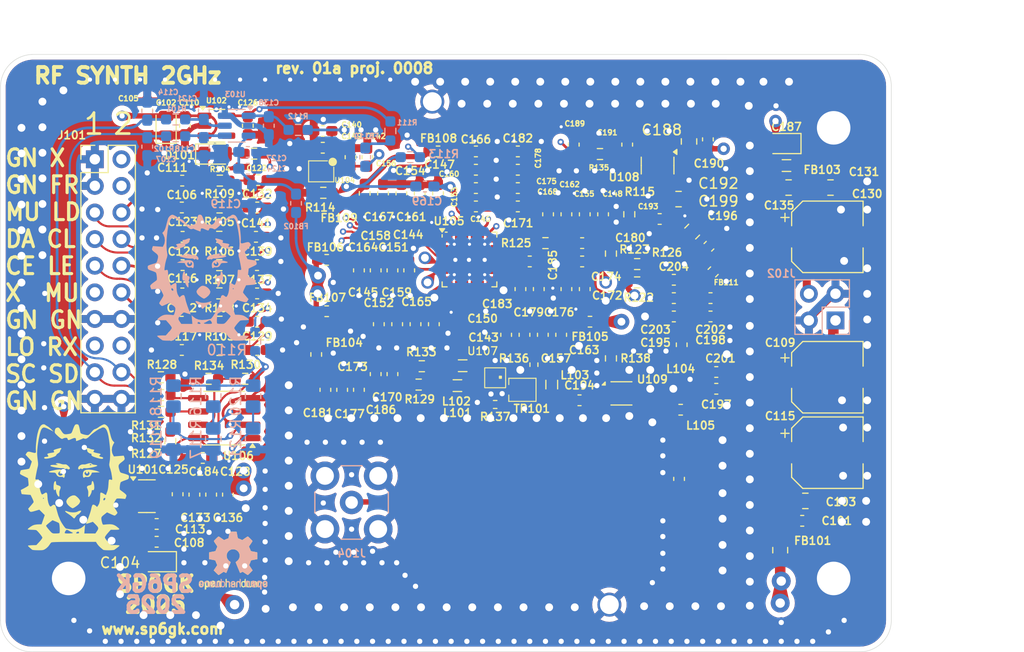
<source format=kicad_pcb>
(kicad_pcb (version 20240108) (generator "pcbnew") (generator_version "8.0")
  (layers (0 "F.Cu" signal) (1 "In1.Cu" signal) (2 "In2.Cu" signal) (31 "B.Cu" signal) (34 "B.Paste" user) (35 "F.Paste" user) (36 "B.SilkS" user "B.Silkscreen") (37 "F.SilkS" user "F.Silkscreen") (38 "B.Mask" user) (39 "F.Mask" user) (44 "Edge.Cuts" user))
  (net 0 "")
  (net 1 "/3V8")
  (net 2 "GND")
  (net 3 "Mute_RF")
  (net 4 "LD")
  (net 5 "CE")
  (net 6 "LE")
  (net 7 "MUX")
  (net 8 "DATA")
  (net 9 "CLK")
  (net 10 "3V3_ADF")
  (net 11 "Net-(J102-Pin_1)")
  (net 12 "Net-(U103-SDA)")
  (net 13 "Net-(U103-VDD)")
  (net 14 "Net-(U103-SCL)")
  (net 15 "Net-(U105-LD)")
  (net 16 "Net-(U105-MUXOUT)")
  (net 17 "Net-(J102-Pin_4)")
  (net 18 "Net-(U105-PDB_{RF})")
  (net 19 "Net-(U105-CE)")
  (net 20 "Net-(U105-LE)")
  (net 21 "Net-(U103-VOUT)")
  (net 22 "Net-(U105-DATA)")
  (net 23 "Net-(U104-VC)")
  (net 24 "LO_Buff_EN")
  (net 25 "Net-(U105-CLK)")
  (net 26 "Net-(U104-VDD)")
  (net 27 "/5V6")
  (net 28 "Net-(C143-Pad2)")
  (net 29 "Net-(U105-V_{p})")
  (net 30 "Net-(U105-AV_{DD})")
  (net 31 "Net-(U105-DV_{DD})")
  (net 32 "Net-(U105-SDV_{DD})")
  (net 33 "Net-(U105-V_{COM})")
  (net 34 "I2C_SDA")
  (net 35 "I2C_SCL")
  (net 36 "Net-(U105-REF_{IN})")
  (net 37 "Net-(C170-Pad2)")
  (net 38 "Net-(U105-V_{REF})")
  (net 39 "Net-(U105-TEMP)")
  (net 40 "Net-(U105-CP_{OUT})")
  (net 41 "Net-(C180-Pad1)")
  (net 42 "Net-(U105-V_{TUNE})")
  (net 43 "Net-(U108-EN)")
  (net 44 "Net-(U108-VOUT)")
  (net 45 "Net-(TR101-MI)")
  (net 46 "Net-(U109-IN)")
  (net 47 "Net-(C195-Pad2)")
  (net 48 "Net-(U109-OUT)")
  (net 49 "Net-(C200-Pad2)")
  (net 50 "Net-(D101-A)")
  (net 51 "Net-(FB110-Pad1)")
  (net 52 "Fref_IN")
  (net 53 "unconnected-(J101-Pin_2-Pad2)")
  (net 56 "Net-(J104-In)")
  (net 57 "Net-(L101-Pad2)")
  (net 58 "Net-(L102-Pad2)")
  (net 59 "Net-(U105-R_{SET})")
  (net 60 "Net-(U106-A2)")
  (net 61 "Net-(U106-A1)")
  (net 62 "Net-(U106-A0)")
  (net 63 "Net-(R122-Pad2)")
  (net 64 "Net-(U105-SW)")
  (net 65 "VCTCXO_Out")
  (net 66 "3V3_VCTCXO")
  (net 67 "Net-(U105-RF_{OUT}A+)")
  (net 68 "Net-(U105-RF_{OUT}A-)")
  (net 69 "Net-(U106-SCL)")
  (net 70 "Net-(U106-SDA)")
  (net 71 "Net-(U106-WP)")
  (net 72 "Net-(TR101-LO)")
  (net 73 "Net-(TR101-HI)")
  (net 74 "Net-(U109-EN)")
  (net 79 "Net-(TR101-CO)")
  (net 82 "Net-(C197-Pad2)")
  (footprint "Capacitor_SMD:C_0603_1608Metric_Pad1.08x0.95mm_HandSolder" (layer "F.Cu") (at 98.8 53.6 90)
    (property "Reference" "C158")
    (property "Value" "1n")
  )
  (footprint "Capacitor_SMD:C_0603_1608Metric_Pad1.08x0.95mm_HandSolder" (layer "F.Cu") (at 99.1 58.7375 90)
    (property "Reference" "C145")
    (property "Value" "1u")
  )
  (footprint "Capacitor_SMD:C_0603_1608Metric_Pad1.08x0.95mm_HandSolder" (layer "F.Cu") (at 83.1 75 90)
    (property "Reference" "C128")
    (property "Value" "1u")
  )
  (footprint "Resistor_SMD:R_0603_1608Metric_Pad0.98x0.95mm_HandSolder" (layer "F.Cu") (at 123.75 53)
    (property "Reference" "R126")
    (property "Value" "0/DNP")
  )
  (footprint "Capacitor_SMD:C_0603_1608Metric_Pad1.08x0.95mm_HandSolder" (layer "F.Cu") (at 130.75 58 180)
    (property "Reference" "C198")
    (property "Value" "1n")
  )
  (footprint "Capacitor_SMD:C_0603_1608Metric_Pad1.08x0.95mm_HandSolder" (layer "F.Cu") (at 112.3625 45.75)
    (property "Reference" "C175")
    (property "Value" "1n")
  )
  (footprint "Resistor_SMD:R_0603_1608Metric_Pad0.98x0.95mm_HandSolder" (layer "F.Cu") (at 102.9 64.5)
    (property "Reference" "R129")
    (property "Value" "25")
  )
  (footprint "Capacitor_SMD:C_0603_1608Metric_Pad1.08x0.95mm_HandSolder" (layer "F.Cu") (at 98 42.8 -90)
    (property "Reference" "C156")
    (property "Value" "100n")
  )
  (footprint "Capacitor_SMD:C_0603_1608Metric_Pad1.08x0.95mm_HandSolder" (layer "F.Cu") (at 130.5 41.1 -90)
    (property "Reference" "C190")
    (property "Value" "100n")
  )
  (footprint "Capacitor_SMD:C_0603_1608Metric_Pad1.08x0.95mm_HandSolder" (layer "F.Cu") (at 112.3625 44)
    (property "Reference" "C178")
    (property "Value" "10n")
  )
  (footprint "Capacitor_SMD:C_0603_1608Metric_Pad1.08x0.95mm_HandSolder" (layer "F.Cu") (at 97.2 53.6 90)
    (property "Reference" "C164")
    (property "Value" "100p")
  )
  (footprint "Capacitor_SMD:C_0603_1608Metric_Pad1.08x0.95mm_HandSolder" (layer "F.Cu") (at 100.4 63.5 -90)
    (property "Reference" "C170")
    (property "Value" "1u")
  )
  (footprint "Inductor_SMD:L_0805_2012Metric_Pad1.05x1.20mm_HandSolder" (layer "F.Cu") (at 115.6 64.5 -90)
    (property "Reference" "L103")
    (property "Value" "27n")
  )
  (footprint "Capacitor_SMD:C_0603_1608Metric_Pad1.08x0.95mm_HandSolder" (layer "F.Cu") (at 130.6 51.3 -135)
    (property "Reference" "C196")
    (property "Value" "100n")
  )
  (footprint "Diode_SMD:D_0805_2012Metric_Pad1.15x1.40mm_HandSolder" (layer "F.Cu") (at 83.475 42.5)
    (property "Reference" "D101")
    (property "Value" "Green")
  )
  (footprint "Resistor_SMD:R_0603_1608Metric_Pad0.98x0.95mm_HandSolder" (layer "F.Cu") (at 79.2 69.9 90)
    (property "Reference" "R127")
    (property "Value" "3.3k")
  )
  (footprint "Inductor_SMD:L_0603_1608Metric_Pad1.05x0.95mm_HandSolder" (layer "F.Cu") (at 97.75 46.25 -90)
    (property "Reference" "FB109")
    (property "Value" "BLM18AG102SN1D")
  )
  (footprint "Resistor_SMD:R_0603_1608Metric_Pad0.98x0.95mm_HandSolder" (layer "F.Cu") (at 115 51 180)
    (property "Reference" "R125")
    (property "Value" "680")
  )
  (footprint "Resistor_SMD:R_0603_1608Metric_Pad0.98x0.95mm_HandSolder" (layer "F.Cu") (at 83.8875 58.5)
    (property "Reference" "R108")
    (property "Value" "1k/DNC")
  )
  (footprint "Capacitor_SMD:C_0603_1608Metric_Pad1.08x0.95mm_HandSolder" (layer "F.Cu") (at 111.25 59.75 90)
    (property "Reference" "C143")
    (property "Value" "1u")
  )
  (footprint "Capacitor_SMD:CP_Elec_6.3x5.8" (layer "F.Cu") (at 141.9 71)
    (property "Reference" "C115")
    (property "Value" "100u")
  )
  (footprint "Resistor_SMD:R_0603_1608Metric_Pad0.98x0.95mm_HandSolder" (layer "F.Cu") (at 121.25 62 -90)
    (property "Reference" "R138")
    (property "Value" "2.2k")
  )
  (footprint "Inductor_SMD:L_0805_2012Metric_Pad1.05x1.20mm_HandSolder" (layer "F.Cu") (at 106.6 64.6 180)
    (property "Reference" "L101")
    (property "Value" "27n")
  )
  (footprint "Resistor_SMD:R_0603_1608Metric_Pad0.98x0.95mm_HandSolder" (layer "F.Cu") (at 123 48.25 90)
    (property "Reference" "R115")
    (property "Value" "5.1k")
  )
  (footprint "Capacitor_SMD:C_0805_2012Metric_Pad1.18x1.45mm_HandSolder" (layer "F.Cu") (at 128.7 41.3 -90)
    (property "Reference" "C188")
    (property "Value" "1u")
  )
  (footprint "Capacitor_SMD:C_0805_2012Metric_Pad1.18x1.45mm_HandSolder" (layer "F.Cu") (at 127.7 46.8 180)
    (property "Reference" "C192")
    (property "Value" "1u")
  )
  (footprint "Capacitor_SMD:C_0603_1608Metric_Pad1.08x0.95mm_HandSolder" (layer "F.Cu") (at 117 55.3875 90)
    (property "Reference" "C176")
    (property "Value" "1n")
  )
  (footprint "Capacitor_SMD:C_0603_1608Metric_Pad1.08x0.95mm_HandSolder" (layer "F.Cu") (at 108.3625 45.75 180)
    (property "Reference" "C153")
    (property "Value" "100n")
  )
  (footprint "Capacitor_SMD:C_0603_1608Metric_Pad1.08x0.95mm_HandSolder" (layer "F.Cu") (at 80.3375 45.0375)
    (property "Reference" "C111")
    (property "Value" "100p")
  )
  (footprint "Capacitor_SMD:C_0603_1608Metric_Pad1.08x0.95mm_HandSolder" (layer "F.Cu") (at 93.75 40.3)
    (property "Reference" "C140")
    (property "Value" "100n")
  )
  (footprint "Capacitor_SMD:C_0603_1608Metric_Pad1.08x0.95mm_HandSolder" (layer "F.Cu") (at 108.3625 42.25 180)
    (property "Reference" "C166")
    (property "Value" "100p")
  )
  (footprint "Capacitor_SMD:C_0603_1608Metric_Pad1.08x0.95mm_HandSolder" (layer "F.Cu") (at 118.75 55.3875 90)
    (property "Reference" "C172")
    (property "Value" "100p")
  )
  (footprint "Capacitor_SMD:C_0805_2012Metric_Pad1.18x1.45mm_HandSolder" (layer "F.Cu") (at 138.2 45.7)
    (property "Reference" "C135")
    (property "Value" "100n")
  )
  (footprint "Capacitor_SMD:C_0603_1608Metric_Pad1.08x0.95mm_HandSolder" (layer "F.Cu") (at 80.3 47.6)
    (property "Reference" "C106")
    (property "Value" "100p")
  )
  (footprint "Capacitor_SMD:C_0603_1608Metric_Pad1.08x0.95mm_HandSolder" (layer "F.Cu") (at 118.5 52.75)
    (property "Reference" "C174")
    (property "Value" "2.7n")
  )
  (footprint "Resistor_SMD:R_0402_1005Metric_Pad0.72x0.64mm_HandSolder" (layer "F.Cu") (at 110.2 66.4 180)
    (property "Reference" "R137")
    (property "Value" "51R")
  )
  (footprint "Capacitor_SMD:C_0603_1608Metric_Pad1.08x0.95mm_HandSolder" (layer "F.Cu") (at 79.9 74.9625 90)
    (property "Reference" "C125")
    (property "Value" "1u")
  )
  (footprint "Capacitor_SMD:C_0603_1608Metric_Pad1.08x0.95mm_HandSolder" (layer "F.Cu") (at 87.5 61.2 180)
    (property "Reference" "C129")
    (property "Value" "100p")
  )
  (footprint "Capacitor_SMD:C_0603_1608Metric_Pad1.08x0.95mm_HandSolder" (layer "F.Cu") (at 112.3625 47.5)
    (property "Reference" "C171")
    (property "Value" "100p")
  )
  (footprint "LED_SMD:LED_0805_2012Metric" (layer "F.Cu") (at 78.1 81.4 180)
    (property "Reference" "C104")
    (property "Value" "10u")
  )
  (footprint "Resistor_SMD:R_0603_1608Metric_Pad0.98x0.95mm_HandSolder" (layer "F.Cu") (at 83.925 45.0375)
    (property "Reference" "R104")
    (property "Value" "1k")
  )
  (footprint "Resistor_SMD:R_0603_1608Metric_Pad0.98x0.95mm_HandSolder" (layer "F.Cu") (at 103.2 62.75)
    (property "Reference" "R133")
    (property "Value" "25")
  )
  (footprint "Inductor_SMD:L_0603_1608Metric_Pad1.05x0.95mm_HandSolder" (layer "F.Cu") (at 131 53.75 45)
    (property "Reference" "FB111")
    (property "Value" "BLM18AG102SN1D")
  )
  (footprint "Package_TO_SOT_SMD:SOT-23-5" (layer "F.Cu") (at 83.6 39.8)
    (property "Reference" "U102")
    (property "Value" "NCP163ASN330T1G")
  )
  (footprint "Capacitor_SMD:C_0603_1608Metric_Pad1.08x0.95mm_HandSolder" (layer "F.Cu") (at 87.475 53.1 180)
    (property "Reference" "C139")
    (property "Value" "100p")
  )
  (footprint "Capacitor_SMD:C_0603_1608Metric_Pad1.08x0.95mm_HandSolder" (layer "F.Cu") (at 104.75 46.25 -90)
    (property "Reference" "C147")
    (property "Value" "1u")
  )
  (footprint "Capacitor_SMD:C_0603_1608Metric_Pad1.08x0.95mm_HandSolder" (layer "F.Cu") (at 98.8 63.5 -90)
    (property "Reference" "C186")
    (property "Value" "100p")
  )
  (footprint "Capacitor_SMD:C_0603_1608Metric_Pad1.08x0.95mm_HandSolder" (layer "F.Cu") (at 113 59.75 90)
    (property "Reference" "C150")
    (property "Value" "100n")
  )
  (footprint "Capacitor_SMD:C_0805_2012Metric_Pad1.18x1.45mm_HandSolder" (layer "F.Cu") (at 129 49.9 -135)
    (property "Reference" "C199")
    (property "Value" "1u")
  )
  (footprint "Capacitor_SMD:C_0603_1608Metric_Pad1.08x0.95mm_HandSolder" (layer "F.Cu") (at 118.5 51 180)
    (property "Reference" "C180")
    (property "Value" "39n")
  )
  (footprint "Capacitor_SMD:C_0603_1608Metric_Pad1.08x0.95mm_HandSolder" (layer "F.Cu") (at 120.5 48.25 -90)
    (property "Reference" "C148")
    (property "Value" "100n")
  )
  (footprint "Capacitor_SMD:C_0603_1608Metric_Pad1.08x0.95mm_HandSolder" (layer "F.Cu") (at 104.35 58.7375 90)
    (property "Reference" "C165")
    (property "Value" "100p")
  )
  (footprint "Capacitor_SMD:C_0603_1608Metric_Pad1.08x0.95mm_HandSolder" (layer "F.Cu") (at 131.3 63.3 180)
    (property "Reference" "C201")
    (property "Value" "10p")
  )
  (footprint "Capacitor_SMD:C_0603_1608Metric_Pad1.08x0.95mm_HandSolder" (layer "F.Cu") (at 112.3625 42.25)
    (property "Reference" "C182")
    (property "Value" "100n")
  )
  (footprint "Resistor_SMD:R_0603_1608Metric_Pad0.98x0.95mm_HandSolder" (layer "F.Cu") (at 123.75 54.75)
    (property "Reference" "R122")
    (property "Value" "0/DNP")
  )
  (footprint "Capacitor_SMD:C_0603_1608Metric_Pad1.08x0.95mm_HandSolder" (layer "F.Cu") (at 127.25 54.5)
    (property "Reference" "C204")
    (property "Value" "1u")
  )
  (footprint "Resistor_SMD:R_0603_1608Metric_Pad0.98x0.95mm_HandSolder" (layer "F.Cu") (at 82.85 63.95 180)
    (property "Reference" "R134")
    (property "Value" "0")
  )
  (footprint "Inductor_SMD:L_0603_1608Metric_Pad1.05x0.95mm_HandSolder" (layer "F.Cu") (at 94.125 52.6)
    (property "Reference" "FB106")
    (property "Value" "BLM18AG102SN1D")
  )
  (footprint "Inductor_SMD:L_0603_1608Metric_Pad1.05x0.95mm_HandSolder" (layer "F.Cu") (at 128 60.7 90)
    (property "Reference" "L104")
    (property "Value" "33n")
  )
  (footprint "Capacitor_SMD:C_0603_1608Metric_Pad1.08x0.95mm_HandSolder" (layer "F.Cu") (at 102.6 58.7375 90)
    (property "Reference" "C159")
    (property "Value" "1n")
  )
  (footprint "Capacitor_SMD:C_0603_1608Metric_Pad1.08x0.95mm_HandSolder" (layer "F.Cu") (at 108.3625 47.5 180)
    (property "Reference" "C146")
    (property "Value" "1u")
  )
  (footprint "Capacitor_SMD:C_0603_1608Metric_Pad1.08x0.95mm_HandSolder" (layer "F.Cu") (at 80.2875 58.5)
    (property "Reference" "C112")
    (property "Value" "100p")
  )
  (footprint "Capacitor_SMD:C_0603_1608Metric_Pad1.08x0.95mm_HandSolder" (layer "F.Cu") (at 77 38.3375 -90)
    (property "Reference" "C105")
    (property "Value" "1u")
  )
  (footprint "Capacitor_SMD:C_0603_1608Metric_Pad1.08x0.95mm_HandSolder" (layer "F.Cu") (at 131.3 64.9 180)
    (property "Reference" "C197")
    (property "Value" "100p")
  )
  (footprint "Inductor_SMD:L_0603_1608Metric_Pad1.05x0.95mm_HandSolder" (layer "F.Cu") (at 93.125 61.625 -90)
    (property "Reference" "FB104")
    (property "Value" "BLM18AG102SN1D")
  )
  (footprint "Capacitor_SMD:C_0603_1608Metric_Pad1.08x0.95mm_HandSolder" (layer "F.Cu") (at 125.9 48.7)
    (property "Reference" "C193")
    (property "Value" "100n")
  )
  (footprint "Resistor_SMD:R_0603_1608Metric_Pad0.98x0.95mm_HandSolder" (layer "F.Cu") (at 121.25 52 -90)
    (property "Reference" "R123")
    (property "Value" "360")
  )
  (footprint "Capacitor_SMD:C_0603_1608Metric_Pad1.08x0.95mm_HandSolder" (layer "F.Cu") (at 99.5 46.25 -90)
    (property "Reference" "C167")
    (property "Value" "100p")
  )
  (footprint "RF_Microstrip:Microstrip_2GHz_LPF" (layer "F.Cu") (at 113.2 75.7 180)
    (property "Reference" "TL101" (hide yes))
    (property "Value" "2 GHz LPF" (hide yes))
  )
  (footprint "Capacitor_SMD:C_0805_2012Metric_Pad1.18x1.45mm_HandSolder" (layer "F.Cu") (at 142.2 45.7 180)
    (property "Reference" "C131")
    (property "Value" "1u")
  )
  (footprint "Resistor_SMD:R_0402_1005Metric_Pad0.72x0.64mm_HandSolder" (layer "F.Cu") (at 113.9 62.6 90)
    (property "Reference" "R136")
    (property "Value" "51R")
  )
  (footprint "Capacitor_SMD:C_0603_1608Metric_Pad1.08x0.95mm_HandSolder" (layer "F.Cu") (at 93.75 41.9)
    (property "Reference" "C149")
    (property "Value" "1u")
  )
  (footprint "Capacitor_SMD:C_0603_1608Metric_Pad1.08x0.95mm_HandSolder" (layer "F.Cu") (at 127.25 56.25)
    (property "Reference" "C203")
    (property "Value" "100n")
  )
  (footprint "RF_otherConditioning_footprints:TPX252690MT-7029A" (layer "F.Cu") (at 112.8 65)
    (property "Reference" "TR101")
    (property "Value" "ATRD-R-0004")
  )
  (footprint "Capacitor_SMD:C_0603_1608Metric_Pad1.08x0.95mm_HandSolder" (layer "F.Cu") (at 94 65 90)
    (property "Reference" "C181")
    (property "Value" "1n")
  )
  (footprint "Capacitor_SMD:C_0603_1608Metric_Pad1.08x0.95mm_HandSolder" (layer "F.Cu") (at 80.375 53.1)
    (property "Reference" "C120")
    (property "Value" "100p")
  )
  (footprint "Capacitor_SMD:C_0603_1608Metric_Pad1.08x0.95mm_HandSolder" (layer "F.Cu") (at 77.9 77.8 180)
    (property "Reference" "C113")
    (property "Value" "100n")
  )
  (footprint "Resistor_SMD:R_0603_1608Metric_Pad0.98x0.95mm_HandSolder" (layer "F.Cu") (at 83.8875 55.8)
    (property "Reference" "R107")
    (property "Value" "1k")
  )
  (footprint "Symbol:OSHW-Logo2_7.3x6mm_SilkScreen" (layer "F.Cu") (at 85.2 81.3)
    (property "Reference" "REF**" (hide yes))
    (property "Value" "OSHW-Logo2_7.3x6mm_SilkScreen" (hide yes))
  )
  (footprint "Inductor_SMD:L_0805_2012Metric_Pad1.05x1.20mm_HandSolder" (layer "F.Cu") (at 107.1 62.7 180)
    (property "Reference" "L102")
    (property "Value" "27n")
  )
  (footprint "Capacitor_SMD:C_0603_1608Metric_Pad1.08x0.95mm_HandSolder" (layer "F.Cu") (at 117.7 41.6 -90)
    (property "Reference" "C189")
    (property "Value" "100p")
  )
  (footprint "Capacitor_SMD:C_0603_1608Metric_Pad1.08x0.95mm_HandSolder" (layer "F.Cu") (at 117 48.25 -90)
    (property "Reference" "C162")
    (property "Value" "1n")
  )
  (footprint "Capacitor_SMD:C_0603_1608Metric_Pad1.08x0.95mm_HandSolder" (layer "F.Cu") (at 84.7 75 90)
    (property "Reference" "C136")
    (property "Value" "100n")
  )
  (footprint "Capacitor_SMD:C_0603_1608Metric_Pad1.08x0.95mm_HandSolder" (layer "F.Cu") (at 80.3 61.2)
    (property "Reference" "C117")
    (property "Value" "100p")
  )
  (footprint "Package_DFN_QFN:DFN-6-1EP_2x2mm_P0.5mm_EP0.6x1.37mm" (layer "F.Cu") (at 122.25 65.34)
    (property "Reference" "U109")
    (property "Value" "GRF2105")
  )
  (footprint "Capacitor_SMD:C_0603_1608Metric_Pad1.08x0.95mm_HandSolder" (layer "F.Cu") (at 139.5 77.5 180)
    (property "Reference" "C101")
    (property "Value" "100n")
  )
  (footprint "Resistor_SMD:R_0603_1608Metric_Pad0.98x0.95mm_HandSolder" (layer "F.Cu") (at 86.35 63.95 180)
    (property "Reference" "R130")
    (property "Value" "DNP")
  )
  (footprint "Resistor_SMD:R_0603_1608Metric_Pad0.98x0.95mm_HandSolder" (layer "F.Cu") (at 87.195 42.465 180)
    (property "Reference" "R124" (hide yes))
    (property "Value" "Rx")
  )
  (footprint "Capacitor_SMD:C_0603_1608Metric_Pad1.08x0.95mm_HandSolder" (layer "F.Cu") (at 115.25 48.25 -90)
    (property "Reference" "C168")
    (property "Value" "100p")
  )
  (footprint "Resistor_SMD:R_0603_1608Metric_Pad0.98x0.95mm_HandSolder" (layer "F.Cu") (at 120.2 42.5)
    (property "Reference" "R135")
    (property "Value" "1k")
  )
  (footprint "Resistor_SMD:R_0603_1608Metric_Pad0.98x0.95mm_HandSolder" (layer "F.Cu") (at 78.3125 67.1 180)
    (property "Reference" "R132")
    (property "Value" "100")
  )
  (footprint "RF_otherConditioning_footprints:HHM17146A1" (layer "F.Cu") (at 110.2 63.8 180)
    (property "Reference" "U107")
    (property "Value" "HHM17146A1")
  )
  (footprint "Capacitor_SMD:C_0603_1608Metric_Pad1.08x0.95mm_HandSolder" (layer "F.Cu") (at 102 53.6 90)
    (property "Reference" "C144")
    (property "Value" "1u")
  )
  (footprint "Capacitor_SMD:C_0603_1608Metric_Pad1.08x0.95mm_HandSolder" (layer "F.Cu") (at 118.75 48.25 -90)
    (property "Reference" "C155")
    (property "Value" "10n")
  )
  (footprint "Capacitor_SMD:C_0603_1608Metric_Pad1.08x0.95mm_HandSolder" (layer "F.Cu") (at 95.6 65 90)
    (property "Reference" "C177")
    (property "Value" "10n")
  )
  (footprint "Custom_RF_Shielding_footprints:MS4830-10" (layer "F.Cu") (at 112.65 61.5 -90)
    (property "Reference" "J103" (hide yes))
    (property "Value" "MS483-10" (hide yes))
  )
  (footprint "Capacitor_SMD:C_0603_1608Metric_Pad1.08x0.95mm_HandSolder" (layer "F.Cu") (at 127.25 58)
    (property "Reference" "C195")
    (property "Value" "100p")
  )
  (footprint "Resistor_SMD:R_0603_1608Metric_Pad0.98x0.95mm_HandSolder" (layer "F.Cu") (at 83.9 61.2)
    (property "Reference" "R103")
    (property "Value" "1k")
  )
  (footprint "Capacitor_SMD:C_0805_2012Metric_Pad1.18x1.45mm_HandSolder" (layer "F.Cu") (at 139.8 75.6 180)
    (property "Reference" "C103")
    (property "Value" "1u")
  )
  (footprint "Capacitor_SMD:C_0603_1608Metric_Pad1.08x0.95mm_HandSolder" (layer "F.Cu") (at 81.5 75 90)
    (property "Reference" "C133")
    (property "Value" "1u")
  )
  (footprint "Capacitor_SMD:C_0603_1608Metric_Pad1.08x0.95mm_HandSolder" (layer "F.Cu") (at 130.75 56.25 180)
    (property "Reference" "C202")
    (property "Value" "10n")
  )
  (footprint "Capacitor_SMD:C_0603_1608Metric_Pad1.08x0.95mm_HandSolder" (layer "F.Cu") (at 116.5 59.75 90)
    (property "Reference" "C163")
    (property "Value" "100p")
  )
  (footprint "Package_TO_SOT_SMD:SOT-23-5" (layer "F.Cu") (at 125.7 43.6 -90)
    (property "Reference" "U108")
    (property "Value" "NCP163ASN500T1G")
  )
  (footprint "Resistor_SMD:R_0603_1608Metric_Pad0.98x0.95mm_HandSolder" (layer "F.Cu") (at 83.875 50.4)
    (property "Reference" "R105")
    (property "Value" "1k")
  )
  (footprint "Capacitor_SMD:C_0603_1608Metric_Pad1.08x0.95mm_HandSolder" (layer "F.Cu") (at 87.375 50.4 180)
    (property "Reference" "C141")
    (property "Value" "100p")
  )
  (footprint "Capacitor_SMD:C_0603_1608Metric_Pad1.08x0.95mm_HandSolder" (layer "F.Cu") (at 122.8 41.6 -90)
    (property "Reference" "C191")
    (property "Value" "100p")
  )
  (footprint "Resistor_SMD:R_0603_1608Metric_Pad0.98x0.95mm_HandSolder" (layer "F.Cu") (at 78.3 63.8)
    (property "Reference" "R128")
    (property "Value" "3.3k")
  )
  (footprint "Inductor_SMD:L_0603_1608Metric_Pad1.05x0.95mm_HandSolder" (layer "F.Cu") (at 127.9 66.9)
    (property "Reference" "L105")
    (property "Value" "33n")
  )
  (footprint "Capacitor_SMD:C_0603_1608Metric_Pad1.08x0.95mm_HandSolder" (layer "F.Cu") (at 87.5875 44.9875 180)
    (property "Reference" "C122")
    (property "Value" "100p")
  )
  (footprint "Capacitor_SMD:CP_Elec_6.3x5.8" (layer "F.Cu") (at 141.9 50.4)
    (property "Reference" "C130")
    (property "Value" "100u")
  )
  (footprint "Inductor_SMD:L_0603_1608Metric_Pad1.05x0.95mm_HandSolder" (layer "F.Cu") (at 119.25 58.5 180)
    (property "Reference" "FB105")
    (property "Value" "BLM18AG102SN1D")
  )
  (footprint "Capacitor_SMD:C_0603_1608Metric_Pad1.08x0.95mm_HandSolder" (layer "F.Cu") (at 80.35 55.8)
    (property "Reference" "C116")
    (property "Value" "100p")
  )
  (footprint "Resistor_SMD:R_0603_1608Metric_Pad0.98x0.95mm_HandSolder" (layer "F.Cu") (at 78.3 65.5 180)
    (property "Reference" "R131")
    (property "Value" "100")
  )
  (footprint "Inductor_SMD:L_0805_2012Metric_Pad1.15x1.40mm_HandSolder" (layer "F.Cu") (at 137.4 80.3 90)
    (property "Reference" "FB101")
    (property "Value" "BLM18AG102SN1D")
  )
  (footprint "LED_SMD:LED_0805_2012Metric" (layer "F.Cu") (at 78.8 39.8 90)
    (property "Reference" "C102")
    (property "Value" "10u")
  )
  (footprint "Capacitor_SMD:C_0603_1608Metric_Pad1.08x0.95mm_HandSolder" (layer "F.Cu") (at 127.75 73.5 -90)
    (property "Reference" "C200" (hide yes))
    (property "Value" "15p")
  )
  (footprint "Inductor_SMD:L_0603_1608Metric_Pad1.05x0.95mm_HandSolder" (layer "F.Cu") (at 94.125 57.5)
    (property "Reference" "FB107")
    (property "Value" "BLM18AG102SN1D")
  )
  (footprint "Capacitor_SMD:C_0603_1608Metric_Pad1.08x0.95mm_HandSolder" (layer "F.Cu") (at 82.3 71.5 180)
    (property "Reference" "C184")
    (property "Value" "100n")
  )
  (footprint "Capacitor_SMD:CP_Elec_6.3x5.8" (layer "F.Cu") (at 141.9 63.8)
    (property "Reference" "C109")
    (property "Value" "100u")
  )
  (footprint "Inductor_SMD:L_0805_2012Metric_Pad1.05x1.20mm_HandSolder" (layer "F.Cu") (at 138 43.6 180)
    (property "Reference" "FB103")
    (property "Value" "BLM18AG102SN1D")
  )
  (footprint "Capacitor_SMD:C_0603_1608Metric_Pad1.08x0.95mm_HandSolder" (layer "F.Cu") (at 86.6 39.8 90)
    (property "Reference" "C126")
    (property "Value" "1u")
  )
  (footprint "Inductor_SMD:L_0603_1608Metric_Pad1.05x0.95mm_HandSolder" (layer "F.Cu") (at 104.75 42.25)
    (property "Reference" "FB108")
    (property "Value" "BLM18AG102SN1D")
  )
  (footprint "Capacitor_SMD:C_0603_1608Metric_Pad1.08x0.95mm_HandSolder" (layer "F.Cu") (at 87.4875 58.5 180)
    (property "Reference" "C134")
    (property "Value" "100p")
  )
  (footprint "Abracom_AVTX14:AbracomAVTX_14" (layer "F.Cu") (at 93.6 44.15 180)
    (property "Reference" "U104")
    (property "Value" "AVTX-14-E-48.000MHZ")
  )
  (footprint "Capacitor_SMD:C_0603_1608Metric_Pad1.08x0.95mm_HandSolder" (layer "F.Cu") (at 112.6125 55.3875 90)
    (property "Reference" "C183")
    (property "Value" "100n")
  )
  (footprint "Package_TO_SOT_SMD:SOT-23-5" (layer "F.Cu") (at 76.9625 75.15)
    (property "Reference" "U101")
    (property "Value" "NCP163ASN330T1G")
  )
  (footprint "Resistor_SMD:R_0603_1608Metric_Pad0.98x0.95mm_HandSolder" (layer "F.Cu") (at 83.875 53.1)
    (property "Reference" "R106")
    (property "Value" "1k")
  )
  (footprint "Capacitor_SMD:C_0603_1608Metric_Pad1.08x0.95mm_HandSolder" (layer "F.Cu") (at 77.9 79.5 180)
    (property "Reference" "C108")
    (property "Value" "1u")
  )
  (footprint "Capacitor_SMD:C_0603_1608Metric_Pad1.08x0.95mm_HandSolder" (layer "F.Cu") (at 80.375 50.4)
    (property "Reference" "C123")
    (property "Value" "100p")
  )
  (footprint "Package_CSP:LFCSP-32-1EP_5x5mm_P0.5mm_EP3.5x3.5mm_ThermalVias" (layer "F.Cu") (at 107.75 52.5625)
    (property "Reference" "U105")
    (property "Value" "ADF4351")
  )
  (footprint "Capacitor_SMD:C_0603_1608Metric_Pad1.08x0.95mm_HandSolder" (layer "F.Cu") (at 97.2 65 90)
    (property "Reference" "C173")
    (property "Value" "100n")
  )
  (footprint "Resistor_SMD:R_0603_1608Metric_Pad0.98x0.95mm_HandSolder" (layer "F.Cu") (at 83.9 47.6)
    (property "Reference" "R109")
    (property "Value" "1k")
  )
  (footprint "Package_SO:SOIC-8_3.9x4.9mm_P1.27mm" (layer "F.Cu") (at 84.35 67.7 180)
    (property "Reference" "U106")
    (property "Value" "24LC64")
  )
  (footprint "Capacitor_SMD:C_0603_1608Metric_Pad1.08x0.95mm_HandSolder" (layer "F.Cu") (at 101.25 46.25 -90)
    (property "Reference" "C161")
    (property "Value" "1n")
  )
  (footprint "Capacitor_SMD:C_0603_1608Metric_Pad1.08x0.95mm_HandSolder" (layer "F.Cu") (at 87.4875 55.8 180)
    (property "Reference" "C137")
    (property "Value" "100p")
  )
  (footprint "Capacitor_SMD:C_0603_1608Metric_Pad1.08x0.95mm_HandSolder" (layer "F.Cu") (at 100.4 53.6 90)
    (property "Reference" "C151")
    (property "Value" "100n")
  )
  (footprint "LED_SMD:LED_0805_2012Metric" (layer "F.Cu") (at 137.7 41.5 180)
    (property "Reference" "C187")
    (property "Value" "10u")
  )
  (footprint "Capacitor_SMD:C_0603_1608Metric_Pad1.08x0.95mm_HandSolder" (layer "F.Cu") (at 118.25 66)
    (property "Reference" "C194")
    (property "Value" "15p")
  )
  (footprint "Capacitor_SMD:C_0603_1608Metric_Pad1.08x0.95mm_HandSolder" (layer "F.Cu") (at 113.5 52.75 180)
    (property "Reference" "C185")
    (property "Value" "1.2n")
  )
  (footprint "Capacitor_SMD:C_0603_1608Metric_Pad1.08x0.95mm_HandSolder" (layer "F.Cu") (at 87.5 47.6 180)
    (property "Reference" "C132")
    (property "Value" "100p")
  )
  (footprint "Capacitor_SMD:C_0603_1608Metric_Pad1.08x0.95mm_HandSolder" (layer "F.Cu") (at 114.3625 55.3875 90)
    (property "Reference" "C179")
    (property "Value" "10n")
  )
  (footprint "logo_small" (layer "F.Cu") (at 69.9 74.3)
    (property "Reference" "G***" (hide yes))
    (property "Value" "LOGO" (hide yes))
  )
  (footprint "Capacitor_SMD:C_0603_1608Metric_Pad1.08x0.95mm_HandSolder" (layer "F.Cu") (at 108.3625 44 180)
    (property "Reference" "C160")
    (property "Value" "1n")
  )
  (footprint "Capacitor_SMD:C_0603_1608Metric_Pad1.08x0.95mm_HandSolder" (layer "F.Cu") (at 96.4 42.8 -90)
    (property "Reference" "C142")
    (property "Value" "1u")
  )
  (footprint "Resistor_SMD:R_0603_1608Metric_Pad0.98x0.95mm_HandSolder" (layer "F.Cu") (at 93.8 46.2 180)
    (property "Reference" "R114")
    (property "Value" "100k")
  )
  (footprint "Capacitor_SMD:C_0603_1608Metric_Pad1.08x0.95mm_HandSolder" (layer "F.Cu") (at 103 46.25 -90)
    (property "Reference" "C154")
    (property "Value" "100n")
  )
  (footprint "Capacitor_SMD:C_0603_1608Metric_Pad1.08x0.95mm_HandSolder" (layer "F.Cu") (at 114.75 59.75 90)
    (property "Reference" "C157")
    (property "Value" "1n")
  )
  (footprint "Capacitor_SMD:C_0603_1608Metric_Pad1.08x0.95mm_HandSolder" (layer "F.Cu") (at 100.85 58.7375 90)
    (property "Reference" "C152")
    (property "Value" "100n")
  )
  (footprint "Capacitor_SMD:C_0603_1608Metric_Pad1.08x0.95mm_HandSolder" (layer "F.Cu") (at 80.6 39.8 90)
    (property "Reference" "C110")
    (property "Value" "100n")
  )
  (footprint "Connector_PinHeader_2.54mm:PinHeader_2x10_P2.54mm_Vertical" (layer "F.Cu") (at 72 43)
    (property "Reference" "J101")
    (property "Value" "Conn_02x10_Odd_Even")
  )
  (footprint "Resistor_SMD:R_0805_2012Metric_Pad1.20x1.40mm_HandSolder" (layer "B.Cu") (at 87.1 69.6875 -90)
    (property "Reference" "R121")
    (property "Value" "0")
  )
  (footprint "Capacitor_SMD:C_0603_1608Metric_Pad1.08x0.95mm_HandSolder" (layer "B.Cu") (at 88.6 39.8 90)
    (property "Reference" "C138")
    (property "Value" "10n")
  )
  (footprint "Resistor_SMD:R_0603_1608Metric_Pad0.98x0.95mm_HandSolder" (layer "B.Cu") (at 91.4 40.2)
    (property "Reference" "R112")
    (property "Value" "1k")
  )
  (footprint "Resistor_SMD:R_0805_2012Metric_Pad1.20x1.40mm_HandSolder" (layer "B.Cu") (at 83.3 69.6875 -90)
    (property "Reference" "R117")
    (property "Value" "0")
  )
  (footprint "Resistor_SMD:R_0603_1608Metric_Pad0.98x0.95mm_HandSolder" (layer "B.Cu") (at 100.2 40.3 -90)
    (property "Reference" "R111")
    (property "Value" "100")
  )
  (footprint "Resistor_SMD:R_0603_1608Metric_Pad0.98x0.95mm_HandSolder" (layer "B.Cu") (at 87.3 60.4 -90)
    (property "Reference" "R110")
    (property "Value" "DNC/1k")
  )
  (footprint "logo_small" (layer "B.Cu") (at 82.4 54.3 180)
    (property "Reference" "G***" (hide yes))
    (property "Value" "LOGO" (hide yes))
  )
  (footprint "Resistor_SMD:R_0805_2012Metric_Pad1.20x1.40mm_HandSolder" (layer "B.Cu") (at 87.1 65.6 -90)
    (property "Reference" "R120")
    (property "Value" "DNP")
  )
  (footprint "Package_TO_SOT_SMD:SOT-23-6" (layer "B.Cu") (at 85.5375 39.8 180)
    (property "Reference" "U103")
    (property "Value" "MCP4725A0T")
  )
  (footprint "Capacitor_SMD:C_0603_1608Metric_Pad1.08x0.95mm_HandSolder" (layer "B.Cu") (at 86.6 43.9 180)
    (property "Reference" "C124")
    (property "Value" "1u")
  )
  (footprint "Capacitor_SMD:C_0603_1608Metric_Pad1.08x0.95mm_HandSolder" (layer "B.Cu") (at 82.4 41.8 90)
    (property "Reference" "C118")
    (property "Value" "100p")
  )
  (footprint "Capacitor_SMD:C_0603_1608Metric_Pad1.08x0.95mm_HandSolder" (layer "B.Cu") (at 87 46.4 90)
    (property "Reference" "C119")
    (property "Value" "1u")
  )
  (footprint "Resistor_SMD:R_0805_2012Metric_Pad1.20x1.40mm_HandSolder" (layer "B.Cu") (at 79.5 65.6 -90)
    (property "Reference" "R118")
    (property "Value" "DNP")
  )
  (footprint "Resistor_SMD:R_0603_1608Metric_Pad0.98x0.95mm_HandSolder" (layer "B.Cu") (at 102.1 42.8 180)
    (property "Reference" "R113")
    (property "Value" "DNP/0")
  )
  (footprint "Resistor_SMD:R_0805_2012Metric_Pad1.20x1.40mm_HandSolder" (layer "B.Cu") (at 79.5 69.6875 -90)
    (property "Reference" "R119")
    (property "Value" "0")
  )
  (footprint "Connector_PinHeader_2.54mm:PinHeader_2x02_P2.54mm_Vertical" (layer "B.Cu") (at 142.675 58.375 90)
    (property "Reference" "J102")
    (property "Value" "Conn_02x02_Counter_Clockwise")
  )
  (footprint "Inductor_SMD:L_0603_1608Metric_Pad1.05x0.95mm_HandSolder" (layer "B.Cu") (at 91.2 47.2 -90)
    (property "Reference" "FB102")
    (property "Value" "BLM18AG102SN1D")
  )
  (footprint "Resistor_SMD:R_0603_1608Metric_Pad0.98x0.95mm_HandSolder" (layer "B.Cu") (at 79.7125 40.8)
    (property "Reference" "R102")
    (property "Value" "1k")
  )
  (footprint "Capacitor_SMD:C_0603_1608Metric_Pad1.08x0.95mm_HandSolder" (layer "B.Cu") (at 77 38.4 -90)
    (property "Reference" "C114")
    (property "Value" "100p")
  )
  (footprint "Resistor_SMD:R_0805_2012Metric_Pad1.20x1.40mm_HandSolder" (layer "B.Cu") (at 83.3 65.6 -90)
    (property "Reference" "R116")
    (property "Value" "DNP")
  )
  (footprint "Inductor_SMD:L_0603_1608Metric_Pad1.05x0.95mm_HandSolder" (layer "B.Cu") (at 97.8 42.8 -90)
    (property "Reference" "FB110")
    (property "Value" "BLM18AG102SN1D")
  )
  (footprint "Connector_Coaxial:SMB_Jack_Vertical" (layer "B.Cu") (at 96.5 75.75)
    (property "Reference" "J104")
    (property "Value" "SMB")
  )
  (footprint "Resistor_SMD:R_0603_1608Metric_Pad0.98x0.95mm_HandSolder" (layer "B.Cu") (at 79.7125 39.2)
    (property "Reference" "R101")
    (property "Value" "1k")
  )
  (footprint "Capacitor_SMD:C_0603_1608Metric_Pad1.08x0.95mm_HandSolder" (layer "B.Cu") (at 86.6 42.3 180)
    (property "Reference" "C127")
    (property "Value" "100n")
  )
  (footprint "Capacitor_SMD:C_0603_1608Metric_Pad1.08x0.95mm_HandSolder" (layer "B.Cu") (at 103.5 45.6 180)
    (property "Reference" "C169")
    (property "Value" "1n")
  )
  (footprint "Capacitor_SMD:C_0603_1608Metric_Pad1.08x0.95mm_HandSolder" (layer "B.Cu") (at 77 41.8 90)
    (property "Reference" "C107")
    (property "Value" "100p")
  )
  (footprint "Capacitor_SMD:C_0603_1608Metric_Pad1.08x0.95mm_HandSolder" (layer "B.Cu") (at 82.4 38.3375 -90)
    (property "Reference" "C121")
    (property "Value" "100p")
  )
  (footprint "Symbol:OSHW-Logo2_7.3x6mm_SilkScreen" (layer "B.Cu") (at 85.2 81.3 180)
    (property "Reference" "REF**" (hide yes))
    (property "Value" "OSHW-Logo2_7.3x6mm_SilkScreen" (hide yes))
  )
  (gr_arc (start 62.997736 36.002351) (mid 63.910936 33.913261) (end 66 33) (stroke (width 0.05)) (layer "Edge.Cuts"))
  (gr_arc (start 144.878779 33) (mid 147.07802 33.833796) (end 148 35.99755) (stroke (width 0.05)) (layer "Edge.Cuts"))
  (gr_arc (start 148 87) (mid 147.12132 89.12132) (end 145 90) (stroke (width 0.05)) (layer "Edge.Cuts"))
  (gr_line (start 145 90) (end 66.12132 90) (stroke (width 0.05)) (layer "Edge.Cuts"))
  (gr_line (start 63 87) (end 63 36) (stroke (width 0.05)) (layer "Edge.Cuts"))
  (gr_line (start 148 36) (end 148 87) (stroke (width 0.05)) (layer "Edge.Cuts"))
  (gr_line (start 66 32.997551) (end 144.878779 33) (stroke (width 0.05)) (layer "Edge.Cuts"))
  (gr_arc (start 66.12132 90) (mid 63.920281 89.165523) (end 62.997548 87) (stroke (width 0.05)) (layer "Edge.Cuts"))
  (gr_text "SP6GK" (at 81.6 84.4 0) (layer "B.SilkS") (effects (font (size 1.5 1.5) (thickness 0.375) (bold yes)) (justify left bottom mirror)))
  (gr_text "2025" (at 80.9 86.4 0) (layer "B.SilkS") (effects (font (size 1.5 1.5) (thickness 0.375) (bold yes)) (justify left bottom mirror)))
  (gr_text "SP6GK" (at 73.9 84.4 0) (layer "F.SilkS") (effects (font (size 1.5 1.5) (thickness 0.375) (bold yes)) (justify left bottom)))
  (gr_text "RF SYNTH 2GHz" (at 66 35.9 0) (layer "F.SilkS") (effects (font (size 1.5 1.5) (thickness 0.375) (bold yes)) (justify left bottom)))
  (gr_text "2025" (at 74.7 86.4 0) (layer "F.SilkS") (effects (font (size 1.5 1.5) (thickness 0.375) (bold yes)) (justify left bottom)))
  (gr_text "rev. 01a proj. 0008" (at 89.1 34.9 0) (layer "F.SilkS") (effects (font (size 1 1) (thickness 0.25) (bold yes)) (justify left bottom)))
  (gr_text "2" (at 73.6 40.8 0) (layer "F.SilkS") (effects (font (size 2 2) (thickness 0.25) (bold yes)) (justify left bottom)))
  (gr_text "www.sp6gk.com" (at 72.5 88.4 0) (layer "F.SilkS") (effects (font (size 1 1) (thickness 0.25) (bold yes)) (justify left bottom)))
  (gr_text "1" (at 70.8 40.8 0) (layer "F.SilkS") (effects (font (size 2 2) (thickness 0.25) (bold yes)) (justify left bottom)))
  (gr_text "GN X\nGN FR\nMU LD\nDA CL\nCE LE\nX  MU\nGN GN\nLO RX\nSC SD\nGN GN" (at 63.3 67 0) (layer "F.SilkS") (effects (font (size 1.6 1.5) (thickness 0.3) (bold yes)) (justify left bottom)))
  (segment (start 82.315158 38.85) (end 82.167816 38.85) (width 0.254) (layer "F.Cu") (net 1))
  (segment (start 69.0375 68.69375) (end 69.0375 66.6) (width 0.507) (layer "F.Cu") (net 1))
  (segment (start 78.11875 83.51875) (end 78.076063 83.476063) (width 0.52) (layer "F.Cu") (net 1))
  (segment (start 82.167816 38.85) (end 82.020474 38.85) (width 0.254) (layer "F.Cu") (net 1))
  (segment (start 76.781199 74.554909) (end 76.889349 74.663059) (width 0.52) (layer "F.Cu") (net 1))
  (segment (start 76.9975 79.431715) (end 76.9975 74.924157) (width 0.52) (layer "F.Cu") (net 1))
  (segment (start 70.518004 72.268004) (end 70.888199 72.638199) (width 0.507) (layer "F.Cu") (net 1))
  (segment (start 82.4625 38.85) (end 82.315158 38.85) (width 0.254) (layer "F.Cu") (net 1))
  (segment (start 80.729118 84.6) (end 83.799739 84.6) (width 0.52) (layer "F.Cu") (net 1))
  (segment (start 77.0375 79.528284) (end 77.0375 80.96875) (width 0.52) (layer "F.Cu") (net 1))
  (segment (start 85.336136 85.5) (end 84.886136 85.05) (width 0.52) (layer "F.Cu") (net 1))
  (segment (start 82.757184 38.85) (end 82.720348 38.85) (width 0.254) (layer "F.Cu") (net 1))
  (segment (start 83.325 40.475) (end 83.257712 40.542287) (width 0.254) (layer "F.Cu") (net 1))
  (segment (start 81.983638 38.85) (end 82.020474 38.85) (width 0.254) (layer "F.Cu") (net 1))
  (segment (start 82.720348 38.85) (end 82.646677 38.85) (width 0.254) (layer "F.Cu") (net 1))
  (segment (start 83.6 39.785719) (end 83.6 39.811091) (width 0.254) (layer "F.Cu") (net 1))
  (segment (start 74.557 74.15398) (end 75.746438 74.15398) (width 0.507) (layer "F.Cu") (net 1))
  (segment (start 82.609842 38.85) (end 82.4625 38.85) (width 0.254) (layer "F.Cu") (net 1))
  (segment (start 80.98908 38.85) (end 78.821338 38.85) (width 0.508) (layer "F.Cu") (net 1))
  (segment (start 83.260241 39.058373) (end 83.325934 39.124066) (width 0.254) (layer "F.Cu") (net 1))
  (segment (start 74.6 38.8625) (end 78.791161 38.8625) (width 0.508) (layer "F.Cu") (net 1))
  (segment (start 82.75625 40.75) (end 82.4625 40.75) (width 0.254) (layer "F.Cu") (net 1))
  (segment (start 74.55426 74.155115) (end 74.553125 74.15625) (width 0.507) (layer "F.Cu") (net 1))
  (segment (start 81.762625 38.85) (end 81.578448 38.85) (width 0.254) (layer "F.Cu") (net 1))
  (segment (start 82.609842 38.85) (end 82.646677 38.85) (width 0.254) (layer "F.Cu") (net 1))
  (segment (start 81.578448 38.85) (end 80.98908 38.85) (width 0.254) (layer "F.Cu") (net 1))
  (segment (start 75.80199 74.17699) (end 75.825 74.2) (width 0.507) (layer "F.Cu") (net 1))
  (segment (start 137.4 85.35) (end 137.4 81.325) (width 1) (layer "F.Cu") (net 1))
  (segment (start 81.983638 38.85) (end 81.762625 38.85) (width 0.254) (layer "F.Cu") (net 1))
  (via (at 85.336136 85.5) (size 1.8) (drill 0.9) (layers "F.Cu" "B.Cu") (net 1))
  (via (at 137.4 85.35) (size 1.8) (drill 0.9) (layers "F.Cu" "B.Cu") (net 1))
  (via (at 69.0375 66.6) (size 1) (drill 0.5) (layers "F.Cu" "B.Cu") (net 1))
  (via (at 74.6 38.8625) (size 1) (drill 0.5) (layers "F.Cu" "B.Cu") (net 1))
  (via (at 137.5 83.25) (size 1.8) (drill 0.9) (layers "F.Cu" "B.Cu") (net 1))
  (arc (start 76.16245 74.279908) (mid 76.480033 74.34308) (end 76.749267 74.522976) (width 0.508) (layer "F.Cu") (net 1))
  (arc (start 76.7812 75.904908) (mid 76.984729 75.600305) (end 77.0562 75.241) (width 0.508) (layer "F.Cu") (net 1))
  (arc (start 77.0375 79.528284) (mid 77.032302 79.502152) (end 77.0175 79.48) (width 0.52) (layer "F.Cu") (net 1))
  (arc (start 76.16245 76.179908) (mid 76.480033 76.116737) (end 76.749267 75.936841) (width 0.508) (layer "F.Cu") (net 1))
  (arc (start 84.886136 85.05) (mid 84.387692 84.716951) (end 83.799739 84.6) (width 0.52) (layer "F.Cu") (net 1))
  (arc (start 78.11875 83.51875) (mid 79.316397 84.318992) (end 80.729118 84.6) (width 0.52) (layer "F.Cu") (net 1))
  (arc (start 70.888199 72.638199) (mid 72.56968 73.761726) (end 74.553125 74.15625) (width 0.507) (layer "F.Cu") (net 1))
  (arc (start 76.781199 74.554909) (mid 76.984729 74.859513) (end 77.0562 75.218817) (width 0.508) (layer "F.Cu") (net 1))
  (arc (start 78.076063 83.476063) (mid 77.307413 82.325698) (end 77.0375 80.96875) (width 0.52) (layer "F.Cu") (net 1))
  (arc (start 76.9975 74.924157) (mid 76.969392 74.782852) (end 76.889349 74.663059) (width 0.52) (layer "F.Cu") (net 1))
  (arc (start 78.80625 38.85625) (mid 78.813172 38.851624) (end 78.821338 38.85) (width 0.254) (layer "F.Cu") (net 1))
  (arc (start 83.257712 40.542287) (mid 83.027639 40.696017) (end 82.75625 40.75) (width 0.254) (layer "F.Cu") (net 1))
  (arc (start 83.6 39.785719) (mid 83.528772 39.427635) (end 83.325934 39.124066) (width 0.254) (layer "F.Cu") (net 1))
  (arc (start 74.557 74.15398) (mid 74.555517 74.154274) (end 74.55426 74.155115) (width 0.507) (layer "F.Cu") (net 1))
  (arc (start 78.80625 38.85625) (mid 78.799327 38.860875) (end 78.791161 38.8625) (width 0.254) (layer "F.Cu") (net 1))
  (arc (start 83.260241 39.058373) (mid 83.029436 38.904154) (end 82.757184 38.85) (width 0.254) (layer "F.Cu") (net 1))
  (arc (start 76.9975 79.431715) (mid 77.002697 79.457846) (end 77.0175 79.48) (width 0.52) (layer "F.Cu") (net 1))
  (arc (start 75.80199 74.17699) (mid 75.776502 74.15996) (end 75.746438 74.15398) (width 0.507) (layer "F.Cu") (net 1))
  (arc (start 83.325 40.475) (mid 83.528529 40.170396) (end 83.6 39.811091) (width 0.254) (layer "F.Cu") (net 1))
  (arc (start 69.0375 68.69375) (mid 69.42227 70.628122) (end 70.518004 72.268004) (width 0.507) (layer "F.Cu") (net 1))
  (segment (start 109.950182 53.8125) (end 109.829103 53.8125) (width 0.254) (layer "F.Cu") (net 2))
  (segment (start 108.171655 52.3125) (end 110.1875 52.3125) (width 0.254) (layer "F.Cu") (net 2))
  (segment (start 108.5 50.125) (end 108.5 50.641789) (width 0.254) (layer "F.Cu") (net 2))
  (segment (start 106.5 49.832031) (end 106.5 49.8125) (width 0.254) (layer "F.Cu") (net 2))
  (segment (start 105.3125 54.8) (end 105.3125 54.3125) (width 0.254) (layer "F.Cu") (net 2))
  (segment (start 104.4 56.2) (end 104.4 56.05625) (width 0.254) (layer "F.Cu") (net 2))
  (segment (start 80.439622 49.472877) (end 79.5125 50.4) (width 0.507) (layer "F.Cu") (net 2))
  (segment (start 122.96875 64.84) (end 123.1875 64.84) (width 0.2) (layer "F.Cu") (net 2))
  (segment (start 120.402235 65.102235) (end 119.9 64.6) (width 0.3) (layer "F.Cu") (net 2))
  (segment (start 80.223461 56.535961) (end 79.4875 55.8) (width 0.507) (layer "F.Cu") (net 2))
  (segment (start 107 55.65) (end 107 55) (width 0.254) (layer "F.Cu") (net 2))
  (segment (start 106.106065 57.193933) (end 106.54038 56.759619) (width 0.254) (layer "F.Cu") (net 2))
  (segment (start 85.75 51.75) (end 86.31875 51.75) (width 0.507) (layer "F.Cu") (net 2))
  (segment (start 81.75 54.5) (end 81.33125 54.5) (width 0.507) (layer "F.Cu") (net 2))
  (segment (start 121.64875 65.34) (end 121.3125 65.34) (width 0.2) (layer "F.Cu") (net 2))
  (segment (start 87.577297 59.272702) (end 88.35 58.5) (width 0.507) (layer "F.Cu") (net 2))
  (segment (start 124.933118 65.316199) (end 124.966559 65.282758) (width 0.2) (layer "F.Cu") (net 2))
  (segment (start 76.5 72.5) (end 76.75 72.5) (width 0.508) (layer "F.Cu") (net 2))
  (segment (start 83.75 54.5) (end 85.75 54.5) (width 0.507) (layer "F.Cu") (net 2))
  (segment (start 121.060312 65.34) (end 120.97625 65.34) (width 0.3) (layer "F.Cu") (net 2))
  (segment (start 105.229473 55.083026) (end 104.501646 55.810853) (width 0.507) (layer "F.Cu") (net 2))
  (segment (start 120.75 56.5) (end 120.25 56) (width 0.254) (layer "F.Cu") (net 2))
  (segment (start 115.6 63.475) (end 115.6 63.35) (width 0.254) (layer "F.Cu") (net 2))
  (segment (start 123.1875 65.34) (end 121.64875 65.34) (width 0.2) (layer "F.Cu") (net 2))
  (segment (start 139.935 58.375) (end 142.475 55.835) (width 0.762) (layer "F.Cu") (net 2))
  (segment (start 84 49) (end 82.25 49) (width 0.507) (layer "F.Cu") (net 2))
  (segment (start 107.8735 52.436) (end 107.75106 52.558439) (width 0.254) (layer "F.Cu") (net 2))
  (segment (start 110.408348 53.8125) (end 110.45 53.8125) (width 0.254) (layer "F.Cu") (net 2))
  (segment (start 106.5 50.124999) (end 106.5 50.203124) (width 0.254) (layer "F.Cu") (net 2))
  (segment (start 109.726913 53.8125) (end 109.643611 53.8125) (width 0.254) (layer "F.Cu") (net 2))
  (segment (start 109.810215 53.8125) (end 109.726913 53.8125) (width 0.254) (layer "F.Cu") (net 2))
  (segment (start 106.5 50.339844) (end 106.5 50.505086) (width 0.254) (layer "F.Cu") (net 2))
  (segment (start 89.746865 65) (end 88.182149 65) (width 0.254) (layer "F.Cu") (net 2))
  (segment (start 108.5635 48.5635) (end 108.627 48.5) (width 0.254) (layer "F.Cu") (net 2))
  (segment (start 131.25 38) (end 131 38.25) (width 0.254) (layer "F.Cu") (net 2))
  (segment (start 109.643611 53.8125) (end 109.613341 53.8125) (width 0.254) (layer "F.Cu") (net 2))
  (segment (start 84.488881 67.888881) (end 84.9 68.3) (width 0.254) (layer "F.Cu") (net 2))
  (segment (start 109.3 53.9125) (end 109.2 54.0125) (width 0.254) (layer "F.Cu") (net 2))
  (segment (start 84 57) (end 82 57) (width 0.507) (layer "F.Cu") (net 2))
  (segment (start 87.289666 51.347833) (end 88.2375 50.4) (width 0.507) (layer "F.Cu") (net 2))
  (segment (start 113.75 65) (end 113.975 65) (width 0.508) (layer "F.Cu") (net 2))
  (segment (start 106 54.524632) (end 106 55) (width 0.254) (layer "F.Cu") (net 2))
  (segment (start 106.5 50.203124) (end 106.5 50.222656) (width 0.254) (layer "F.Cu") (net 2))
  (segment (start 106.4 51.0125) (end 106.3 51.1125) (width 0.254) (layer "F.Cu") (net 2))
  (segment (start 81.108946 40.153553) (end 80.6 40.6625) (width 0.508) (layer "F.Cu") (net 2))
  (segment (start 106.279029 49.279029) (end 106 49) (width 0.254) (layer "F.Cu") (net 2))
  (segment (start 85.75 46.25) (end 86.46875 46.25) (width 0.507) (layer "F.Cu") (net 2))
  (segment (start 122.25 65.34) (end 122.25 66.219669) (width 0.507) (layer "F.Cu") (net 2))
  (segment (start 106.5 50.682414) (end 106.5 50.771078) (width 0.254) (layer "F.Cu") (net 2))
  (segment (start 105.65625 54.90625) (end 105.89688 54.90625) (width 0.507) (layer "F.Cu") (net 2))
  (segment (start 112.6 63.1) (end 112.7 63.2) (width 0.254) (layer "F.Cu") (net 2))
  (segment (start 110.325045 53.8125) (end 110.283394 53.8125) (width 0.254) (layer "F.Cu") (net 2))
  (segment (start 109.8 65.197271) (end 110.077865 64.919406) (width 0.3) (layer "F.Cu") (net 2))
  (segment (start 118.896446 53.552) (end 118.84475 53.552) (width 0.254) (layer "F.Cu") (net 2))
  (segment (start 106.5 49.890624) (end 106.5 49.968749) (width 0.254) (layer "F.Cu") (net 2))
  (segment (start 84 51.75) (end 81.75 51.75) (width 0.507) (layer "F.Cu") (net 2))
  (segment (start 109.613341 53.8125) (end 109.565394 53.8125) (width 0.254) (layer "F.Cu") (net 2))
  (segment (start 105.3125 54.3125) (end 105.787867 54.3125) (width 0.254) (layer "F.Cu") (net 2))
  (segment (start 87.357344 54.080155) (end 88.3375 53.1) (width 0.507) (layer "F.Cu") (net 2))
  (segment (start 110.071261 53.8125) (end 110.116788 53.8125) (width 0.254) (layer "F.Cu") (net 2))
  (segment (start 108.769128 47.955871) (end 109.225 47.5) (width 0.254) (layer "F.Cu") (net 2))
  (segment (start 86.425 59.75) (end 85.75 59.75) (width 0.507) (layer "F.Cu") (net 2))
  (segment (start 106.5 49.832031) (end 106.5 49.871093) (width 0.254) (layer "F.Cu") (net 2))
  (segment (start 82.25 46.25) (end 81.51875 46.25) (width 0.507) (layer "F.Cu") (net 2))
  (segment (start 82.25 46.25) (end 84 46.25) (width 0.507) (layer "F.Cu") (net 2))
  (segment (start 106.5 50.505086) (end 106.5 50.682414) (width 0.254) (layer "F.Cu") (net 2))
  (segment (start 109.8 65.4) (end 109.8 65.197271) (width 0.3) (layer "F.Cu") (net 2))
  (segment (start 87.391183 48.571316) (end 88.3625 47.6) (width 0.507) (layer "F.Cu") (net 2))
  (segment (start 122.625 67.125) (end 123 67.5) (width 0.507) (layer "F.Cu") (net 2))
  (segment (start 119.75 54.405553) (end 119.75 54.792893) (width 0.254) (layer "F.Cu") (net 2))
  (segment (start 106.5 50.046874) (end 106.5 50.124999) (width 0.254) (layer "F.Cu") (net 2))
  (segment (start 87.695732 45.741767) (end 88.45 44.9875) (width 0.507) (layer "F.Cu") (net 2))
  (segment (start 110.2 64.55) (end 110.2 64.425) (width 0.3) (layer "F.Cu") (net 2))
  (segment (start 122.25 65.34) (end 122.59532 64.994679) (width 0.2) (layer "F.Cu") (net 2))
  (segment (start 84.488881 66.624406) (end 84.785584 66.327702) (width 0.254) (layer "F.Cu") (net 2))
  (segment (start 108.97071 51.1125) (end 109.2 51.1125) (width 0.254) (layer "F.Cu") (net 2))
  (segment (start 122.625 63.375) (end 123 63) (width 0.2) (layer "F.Cu") (net 2))
  (segment (start 86.325 57) (end 85.5 57) (width 0.507) (layer "F.Cu") (net 2))
  (segment (start 124.84636 65.34) (end 123.1875 65.34) (width 0.2) (layer "F.Cu") (net 2))
  (segment (start 85.75 46.25) (end 84 46.25) (width 0.507) (layer "F.Cu") (net 2))
  (segment (start 80.616399 54.203899) (end 79.5125 53.1) (width 0.508) (layer "F.Cu") (net 2))
  (segment (start 108.5 50.125) (end 108.5 48.716802) (width 0.254) (layer "F.Cu") (net 2))
  (segment (start 110.9409 54.0409) (end 110.898115 53.998115) (width 0.254) (layer "F.Cu") (net 2))
  (segment (start 84 49) (end 85.75 49) (width 0.507) (layer "F.Cu") (net 2))
  (segment (start 110.408348 53.8125) (end 110.325045 53.8125) (width 0.254) (layer "F.Cu") (net 2))
  (segment (start 87.733363 56.416636) (end 88.35 55.8) (width 0.507) (layer "F.Cu") (net 2))
  (segment (start 118.152944 53.265444) (end 117.6375 52.75) (width 0.254) (layer "F.Cu") (net 2))
  (segment (start 110.071261 53.8125) (end 109.950182 53.8125) (width 0.254) (layer "F.Cu") (net 2))
  (segment (start 80.270428 46.767071) (end 79.4375 47.6) (width 0.507) (layer "F.Cu") (net 2))
  (segment (start 122.25 65.34) (end 122.25 64.28033) (width 0.507) (layer "F.Cu") (net 2))
  (segment (start 85.75 54.5) (end 86.34375 54.5) (width 0.507) (layer "F.Cu") (net 2))
  (segment (start 110.283394 53.8125) (end 110.116788 53.8125) (width 0.254) (layer "F.Cu") (net 2))
  (segment (start 125 65.202024) (end 125 64.9) (width 0.2) (layer "F.Cu") (net 2))
  (segment (start 109.565394 53.8125) (end 109.541421 53.8125) (width 0.254) (layer "F.Cu") (net 2))
  (segment (start 110.864561 65.235439) (end 110.864561 65.364561) (width 0.254) (layer "F.Cu") (net 2))
  (segment (start 113.75 65) (end 111.312132 65) (width 0.508) (layer "F.Cu") (net 2))
  (segment (start 121.228437 65.34) (end 121.060312 65.34) (width 0.2) (layer "F.Cu") (net 2))
  (segment (start 112.8 63.441421) (end 112.8 65.7) (width 0.508) (layer "F.Cu") (net 2))
  (segment (start 107.748939 52.56356) (end 105.583026 54.729473) (width 0.507) (layer "F.Cu") (net 2))
  (segment (start 105.9195 54.928869) (end 105.9195 55) (width 0.507) (layer "F.Cu") (net 2))
  (segment (start 80.206541 59.281541) (end 79.425 58.5) (width 0.507) (layer "F.Cu") (net 2))
  (segment (start 114.359098 64.8409) (end 115.511611 63.688388) (width 0.508) (layer "F.Cu") (net 2))
  (segment (start 74 76) (end 74.505285 75.494714) (width 0.52) (layer "F.Cu") (net 2))
  (segment (start 111.871152 67.428848) (end 111.942304 67.5) (width 0.2) (layer "F.Cu") (net 2))
  (segment (start 105.583026 54.729473) (end 105.229473 55.083026) (width 0.507) (layer "F.Cu") (net 2))
  (segment (start 110.95 65.15) (end 110.864561 65.235439) (width 0.254) (layer "F.Cu") (net 2))
  (segment (start 106.5 50.222656) (end 106.5 50.339844) (width 0.254) (layer "F.Cu") (net 2))
  (segment (start 85.75 51.75) (end 84 51.75) (width 0.507) (layer "F.Cu") (net 2))
  (segment (start 106.5 49.871093) (end 106.5 49.890624) (width 0.254) (layer "F.Cu") (net 2))
  (segment (start 81.75 54.5) (end 83.75 54.5) (width 0.507) (layer "F.Cu") (net 2))
  (segment (start 75.3375 75.15) (end 75.825 75.15) (width 0.52) (layer "F.Cu") (net 2))
  (segment (start 109.829103 53.8125) (end 109.810215 53.8125) (width 0.254) (layer "F.Cu") (net 2))
  (segment (start 87.2225 65.3975) (end 87.02375 65.59625) (width 0.254) (layer "F.Cu") (net 2))
  (segment (start 106.15 54.1625) (end 106.3 54.0125) (width 0.254) (layer "F.Cu") (net 2))
  (segment (start 90.279412 64.779412) (end 90.5 64.558824) (width 0.254) (layer "F.Cu") (net 2))
  (segment (start 106 57.45) (end 106 57.6) (width 0.254) (layer "F.Cu") (net 2))
  (segment (start 82 59.75) (end 84 59.75) (width 0.507) (layer "F.Cu") (net 2))
  (segment (start 81.9625 39.8) (end 82.4625 39.8) (width 0.507) (layer "F.Cu") (net 2))
  (segment (start 82 59.75) (end 81.3375 59.75) (width 0.507) (layer "F.Cu") (net 2))
  (segment (start 106.5 49.968749) (end 106.5 50.046874) (width 0.254) (layer "F.Cu") (net 2))
  (segment (start 81.34375 57) (end 82 57) (width 0.507) (layer "F.Cu") (net 2))
  (segment (start 82.25 49) (end 81.58125 49) (width 0.507) (layer "F.Cu") (net 2))
  (segment (start 111.1 54.425) (end 111.1 54.579289) (width 0.254) (layer "F.Cu") (net 2))
  (segment (start 86.35625 49) (end 85.75 49) (width 0.507) (layer "F.Cu") (net 2))
  (segment (start 121.228437 65.34) (end 121.3125 65.34) (width 0.2) (layer "F.Cu") (net 2))
  (segment (start 85.75 59.75) (end 84 59.75) (width 0.507) (layer "F.Cu") (net 2))
  (segment (start 84 57) (end 85.5 57) (width 0.507) (layer "F.Cu") (net 2))
  (segment (start 104.967785 55.632214) (end 104.4 56.2) (width 0.254) (layer "F.Cu") (net 2))
  (segment (start 107 55) (end 107 53.3125) (width 0.254) (layer "F.Cu") (net 2))
  (segment (start 108.627 48.5) (end 108.627 48.299) (width 0.254) (layer "F.Cu") (net 2))
  (segment (start 111 55.5) (end 111 54.82071) (width 0.254) (layer "F.Cu") (net 2))
  (segment (start 86.543925 65.795) (end 86.071644 65.795) (width 0.254) (layer "F.Cu") (net 2))
  (segment (start 110.2 64.425) (end 110.2 62.2) (width 0.3) (layer "F.Cu") (net 2))
  (via (at 89.8 58.25) (size 1) (drill 0.5) (layers "F.Cu" "B.Cu") (net 2))
  (via (at 126.2 71.3) (size 1) (drill 0.5) (layers "F.Cu" "B.Cu") (net 2))
  (via (at 124.414433 85.65) (size 1.5) (drill 0.75) (layers "F.Cu" "B.Cu") (net 2))
  (via (at 85 89) (size 1) (drill 0.5) (layers "F.Cu" "B.Cu") (net 2))
  (via (at 78 58.6) (size 1) (drill 0.5) (layers "F.Cu" "B.Cu") (net 2))
  (via (at 83.5 89) (size 1) (drill 0.5) (layers "F.Cu" "B.Cu") (net 2))
  (via (at 145.7 45.1) (size 1.5) (drill 0.75) (layers "F.Cu" "B.Cu") (net 2))
  (via (at 75.4 70.6) (size 1) (drill 0.5) (layers "F.Cu" "B.Cu") (net 2))
  (via (at 116.891658 35.6) (size 1.5) (drill 0.75) (layers "F.Cu" "B.Cu") (net 2))
  (via (at 121 89) (size 1) (drill 0.5) (layers "F.Cu" "B.Cu") (net 2))
  (via (at 97.8 35.4) (size 0.8) (drill 0.4) (layers "F.Cu" "B.Cu") (net 2))
  (via (at 100.5 44.0625) (size 1) (drill 0.5) (layers "F.Cu" "B.Cu") (net 2))
  (via (at 116.36538 67.7) (size 1.5) (drill 0.75) (layers "F.Cu" "B.Cu") (net 2))
  (via (at 89.5 89) (size 1) (drill 0.5) (layers "F.Cu" "B.Cu") (net 2))
  (via (at 67 42.382352) (size 1.5) (drill 0.75) (layers "F.Cu" "B.Cu") (net 2))
  (via (at 126.2 82.1) (size 1) (drill 0.5) (layers "F.Cu" "B.Cu") (net 2))
  (via (at 88.25 79.5) (size 1) (drill 0.5) (layers "F.Cu" "B.Cu") (net 2))
  (via (at 138.241176 35.6) (size 1.5) (drill 0.75) (layers "F.Cu" "B.Cu") (net 2))
  (via (at 109.2 61) (size 1) (drill 0.5) (layers "F.Cu" "B.Cu") (net 2))
  (via (at 102.4 51.5) (size 1) (drill 0.5) (layers "F.Cu" "B.Cu") (net 2))
  (via (at 83.75 54.5) (size 0.6) (drill 0.3) (layers "F.Cu" "B.Cu") (net 2))
  (via (at 119.9 62.2) (size 1) (drill 0.5) (layers "F.Cu" "B.Cu") (net 2))
  (via (at 109 89) (size 1) (drill 0.5) (layers "F.Cu" "B.Cu") (net 2))
  (via (at 84.7 78.5) (size 1) (drill 0.5) (layers "F.Cu" "B.Cu") (net 2))
  (via (at 126.5 61.3) (size 1) (drill 0.5) (layers "F.Cu" "B.Cu") (net 2))
  (via (at 85.75 51.75) (size 0.6) (drill 0.3) (layers "F.Cu" "B.Cu") (net 2))
  (via (at 117.797057 85.75) (size 1.5) (drill 0.75) (layers "F.Cu" "B.Cu") (net 2))
  (via (at 129.304807 85.65) (size 1.5) (drill 0.75) (layers "F.Cu" "B.Cu") (net 2))
  (via (at 118.576918 67.7) (size 1.5) (drill 0.75) (layers "F.Cu" "B.Cu") (net 2))
  (via (at 98.8 40.2) (size 1) (drill 0.5) (layers "F.Cu" "B.Cu") (net 2))
  (via (at 85.5 57) (size 0.6) (drill 0.3) (layers "F.Cu" "B.Cu") (net 2))
  (via (at 98.7 56) (size 1) (drill 0.5) (layers "F.Cu" "B.Cu") (net 2))
  (via (at 80.5 81.5) (size 1) (drill 0.5) (layers "F.Cu" "B.Cu") (net 2))
  (via (at 103.125935 85.75) (size 1.5) (drill 0.75) (layers "F.Cu" "B.Cu") (net 2))
  (via (at 81.203284 37.994963) (size 0.6) (drill 0.3) (layers "F.Cu" "B.Cu") (net 2))
  (via (at 126.2 69.8) (size 1) (drill 0.5) (layers "F.Cu" "B.Cu") (net 2))
  (via (at 145.7 53.4) (size 1.5) (drill 0.75) (layers "F.Cu" "B.Cu") (net 2))
  (via (at 109.3 57.5) (size 1) (drill 0.5) (layers "F.Cu" "B.Cu") (net 2))
  (via (at 73 89) (size 1) (drill 0.5) (layers "F.Cu" "B.Cu") (net 2))
  (via (at 76.65 86.5) (size 1.5) (drill 0.75) (layers "F.Cu" "B.Cu") (net 2))
  (via (at 114.323528 37.7) (size 1.5) (drill 0.75) (layers "F.Cu" "B.Cu") (net 2))
  (via (at 118.75 46) (size 1) (drill 0.5) (layers "F.Cu" "B.Cu") (net 2))
  (via (at 94 89) (size 1) (drill 0.5) (layers "F.Cu" "B.Cu") (net 2))
  (via (at 88.25 81.25) (size 1) (drill 0.5) (layers "F.Cu" "B.Cu") (net 2))
  (via (at 82 72.9) (size 1) (drill 0.5) (layers "F.Cu" "B.Cu") (net 2))
  (via (at 116.764704 37.7) (size 1.5) (drill 0.75) (layers "F.Cu" "B.Cu") (net 2))
  (via (at 67.125 62.9) (size 1) (drill 0.5) (layers "F.Cu" "B.Cu") (net 2))
  (via (at 107 37.7) (size 1.5) (drill 0.75) (layers "F.Cu" "B.Cu") (net 2))
  (via (at 119.9 63.4) (size 1) (drill 0.5) (layers "F.Cu" "B.Cu") (net 2))
  (via (at 106 49) (size 0.6) (drill 0.3) (layers "F.Cu" "B.Cu") (net 2))
  (via (at 89.75 50.5) (size 1) (drill 0.5) (layers "F.Cu" "B.Cu") (net 2))
  (via (at 90.5 69.356618) (size 1.5) (drill 0.75) (layers "F.Cu" "B.Cu") (net 2))
  (via (at 114.6 41.3) (size 1) (drill 0.5) (layers "F.Cu" "B.Cu") (net 2))
  (via (at 142.5 40) (size 5) (drill 3.2) (layers "F.Cu" "B.Cu") (net 2))
  (via (at 104.1 61) (size 1) (drill 0.5) (layers "F.Cu" "B.Cu") (net 2))
  (via (at 80.6 63.5) (size 1) (drill 0.5) (layers "F.Cu" "B.Cu") (net 2))
  (via (at 91.9 59) (size 1) (drill 0.5) (layers "F.Cu" "B.Cu") (net 2))
  (via (at 126.2 79) (size 1) (drill 0.5) (layers "F.Cu" "B.Cu") (net 2))
  (via (at 105.6 44.2) (size 1) (drill 0.5) (layers "F.Cu" "B.Cu") (net 2))
  (via (at 67.2 66.7) (size 1) (drill 0.5) (layers "F.Cu" "B.Cu") (net 2))
  (via (at 67 52.147056) (size 1.5) (drill 0.75) (layers "F.Cu" "B.Cu") (net 2))
  (via (at 99.25 70) (size 1) (drill 0.5) (layers "F.Cu" "B.Cu") (net 2))
  (via (at 120.1 40.5) (size 1) (drill 0.5) (layers "F.Cu" "B.Cu") (net 2))
  (via (at 92.4 81.5) (size 1) (drill 0.5) (layers "F.Cu" "B.Cu") (net 2))
  (via (at 139 89) (size 1) (drill 0.5) (layers "F.Cu" "B.Cu") (net 2))
  (via (at 83.6 38.2) (size 0.6) (drill 0.3) (layers "F.Cu" "B.Cu") (net 2))
  (via (at 143.3 77.6) (size 1.5) (drill 0.75) (layers "F.Cu" "B.Cu") (net 2))
  (via (at 108.25 41.25) (size 0.6) (drill 0.3) (layers "F.Cu" "B.Cu") (net 2))
  (via (at 65 54.764712) (size 1.5) (drill 0.75) (layers "F.Cu" "B.Cu") (net 2))
  (via (at 88.248152 35.4) (size 0.8) (drill 0.4) (layers "F.Cu" "B.Cu") (net 2))
  (via (at 118.6 64.6) (size 1) (drill 0.5) (layers "F.Cu" "B.Cu") (net 2))
  (via (at 85.75 54.5) (size 0.6) (drill 0.3) (layers "F.Cu" "B.Cu") (net 2))
  (via (at 134.5 73.54412) (size 1.5) (drill 0.75) (layers "F.Cu" "B.Cu") (net 2))
  (via (at 123 63.1) (size 1.5) (drill 0.75) (layers "F.Cu" "B.Cu") (net 2))
  (via (at 109.727772 35.6) (size 1.5) (drill 0.75) (layers "F.Cu" "B.Cu") (net 2))
  (via (at 128.88236 37.7) (size 1.5) (drill 0.75) (layers "F.Cu" "B.Cu") (net 2))
  (via (at 82 59.75) (size 0.6) (drill 0.3) (layers "F.Cu" "B.Cu") (net 2))
  (via (at 74.4 84.5) (size 1.5) (drill 0.75) (layers "F.Cu" "B.Cu") (net 2))
  (via (at 80.5 89) (size 1) (drill 0.5) (layers "F.Cu" "B.Cu") (net 2))
  (via (at 114.503696 35.6) (size 1.5) (drill 0.75) (layers "F.Cu" "B.Cu") (net 2))
  (via (at 96.4 59.4) (size 1) (drill 0.5) (layers "F.Cu" "B.Cu") (net 2))
  (via (at 114.153842 67.7) (size 1.5) (drill 0.75) (layers "F.Cu" "B.Cu") (net 2))
  (via (at 88 89) (size 1) (drill 0.5) (layers "F.Cu" "B.Cu") (net 2))
  (via (at 143.4 68.6) (size 1.5) (drill 0.75) (layers "F.Cu" "B.Cu") (net 2))
  (via (at 145.7 58.282352) (size 1.5) (drill 0.75) (layers "F.Cu" "B.Cu") (net 2))
  (via (at 145.6 77.6) (size 1.5) (drill 0.75) (layers "F.Cu" "B.Cu") (net 2))
  (via (at 108.627 48.5) (size 0.6) (drill 0.3) (layers "F.Cu" "B.Cu") (net 2))
  (via (at 69 72.8) (size 1) (drill 0.5) (layers "F.Cu" "B.Cu") (net 2))
  (via (at 102 48.5) (size 0.6) (drill 0.3) (layers "F.Cu" "B.Cu") (net 2))
  (via (at 117.95 44.1) (size 1) (drill 0.5) (layers "F.Cu" "B.Cu") (net 2))
  (via (at 89.75 52.75) (size 1) (drill 0.5) (layers "F.Cu" "B.Cu") (net 2))
  (via (at 111.5 48.8) (size 1) (drill 0.5) (layers "F.Cu" "B.Cu") (net 2))
  (via (at 99.4 81.5) (size 1) (drill 0.5) (layers "F.Cu" "B.Cu") (net 2))
  (via (at 134.4 37.9) (size 1.5) (drill 0.75) (layers "F.Cu" "B.Cu") (net 2))
  (via (at 121.667582 35.6) (size 1.5) (drill 0.75) (layers "F.Cu" "B.Cu") (net 2))
  (via (at 137.5 89) (size 1) (drill 0.5) (layers "F.Cu" "B.Cu") (net 2))
  (via (at 76 89) (size 1) (drill 0.5) (layers "F.Cu" "B.Cu") (net 2))
  (via (at 90.5 78.952206) (size 1.5) (drill 0.75) (layers "F.Cu" "B.Cu") (net 2))
  (via (at 131.9 74.858824) (size 1.5) (drill 0.75) (layers "F.Cu" "B.Cu") (net 2))
  (via (at 107.33981 35.6) (size 1.5) (drill 0.75) (layers "F.Cu" "B.Cu") (net 2))
  (via (at 121.75 47.5) (size 1) (drill 0.5) (layers "F.Cu" "B.Cu") (net 2))
  (via (at 82.5 81.5) (size 1) (drill 0.5) (layers "F.Cu" "B.Cu") (net 2))
  (via (at 110.3 44.9) (size 1) (drill 0.5) (layers "F.Cu" "B.Cu") (net 2))
  (via (at 83.9 43.9) (size 1) (drill 0.5) (layers "F.Cu" "B.Cu") (net 2))
  (via (at 96.5 78.3) (size 1) (drill 0.5) (layers "F.Cu" "B.Cu") (net 2))
  (via (at 117.9 57.3) (size 0.6) (drill 0.3) (layers "F.Cu" "B.Cu") (net 2))
  (via (at 145.7 73.2) (size 1.5) (drill 0.75) (layers "F.Cu" "B.Cu") (net 2))
  (via (at 117.75 46.25) (size 0.6) (drill 0.3) (layers "F.Cu" "B.Cu") (net 2))
  (via (at 119.27962 35.6) (size 1.5) (drill 0.75) (layers "F.Cu" "B.Cu") (net 2))
  (via (at 100.884614 67.7) (size 1.5) (drill 0.75) (layers "F.Cu" "B.Cu") (net 2))
  (via (at 127 89) (size 1) (drill 0.5) (layers "F.Cu" "B.Cu") (net 2))
  (via (at 105.571122 85.75) (size 1.5) (drill 0.75) (layers "F.Cu" "B.Cu") (net 2))
  (via (at 111.882352 37.7) (size 1.5) (drill 0.75) (layers "F.Cu" "B.Cu") (net 2))
  (via (at 77.4 61.2) (size 1) (drill 0.5) (layers "F.Cu" "B.Cu") (net 2))
  (via (at 121.647056 37.7) (size 1.5) (drill 0.75) (layers "F.Cu" "B.Cu") (net 2))
  (via (at 131.9 72.241176) (size 1.5) (drill 0.75) (layers "F.Cu" "B.Cu") (net 2))
  (via (at 76.5 50.5) (size 1) (drill 0.5) (layers "F.Cu" "B.Cu") (net 2))
  (via (at 133.607392 35.6) (size 1.5) (drill 0.75) (layers "F.Cu" "B.Cu") (net 2))
  (via (at 100.8 61) (size 1) (drill 0.5) (layers "F.Cu" "B.Cu") (net 2))
  (via (at 121.4 44.1) (size 1) (drill 0.5) (layers "F.Cu" "B.Cu") (net 2))
  (via (at 82 89) (size 1) (drill 0.5) (layers "F.Cu" "B.Cu") (net 2))
  (via (at 80.5 80.2) (size 1) (drill 0.5) (layers "F.Cu" "B.Cu") (net 2))
  (via (at 132.25 54.65) (size 1) (drill 0.5) (layers "F.Cu" "B.Cu") (net 2))
  (via (at 65 66.970592) (size 1.5) (drill 0.75) (layers "F.Cu" "B.Cu") (net 2))
  (via (at 134.5 85.6) (size 1.5) (drill 0.75) (layers "F.Cu" "B.Cu") (net 2))
  (via (at 100.5 48.5) (size 0.6) (drill 0.3) (layers "F.Cu" "B.Cu") (net 2))
  (via (at 131.9 77.3) (size 1.5) (drill 0.75) (layers "F.Cu" "B.Cu") (net 2))
  (via (at 115.5 57.5) (size 1) (drill 0.5) (layers "F.Cu" "B.Cu") (net 2))
  (via (at 126.8 40.3) (size 1) (drill 0.5) (layers "F.Cu" "B.Cu") (net 2))
  (via (at 132.3 49.6) (size 1) (drill 0.5) (layers "F.Cu" "B.Cu") (net 2))
  (via (at 65 44.882352) (size 1.5) (drill 0.75) (layers "F.Cu" "B.Cu") (net 2))
  (via (at 94.75 61.5) (size 1) (drill 0.5) (layers "F.Cu" "B.Cu") (net 2))
  (via (at 109.441176 37.7) (size 1.5) (drill 0.75) (layers "F.Cu" "B.Cu") (net 2))
  (via (at 133 89) (size 1) (drill 0.5) (layers "F.Cu" "B.Cu") (net 2))
  (via (at 83.472228 35.4) (size 0.8) (drill 0.4) (layers "F.Cu" "B.Cu") (net 2))
  (via (at 77.8875 50.5) (size 1) (drill 0.5) (layers "F.Cu" "B.Cu") (net 2))
  (via (at 112 89) (size 1) (drill 0.5) (layers "F.Cu" "B.Cu") (net 2))
  (via (at 132.6 59) (size 1) (drill 0.5) (layers "F.Cu" "B.Cu") (net 2))
  (via (at 134.5 63.779416) (size 1.5) (drill 0.75) (layers "F.Cu" "B.Cu") (net 2))
  (via (at 126.441176 37.7) (size 1.5) (drill 0.75) (layers "F.Cu" "B.Cu") (net 2))
  (via (at 93.345187 85.75) (size 1.5) (drill 0.75) (layers "F.Cu" "B.Cu") (net 2))
  (via (at 126.2 77.5) (size 1) (drill 0.5) (layers "F.Cu" "B.Cu") (net 2))
  (via (at 128.3 48.4) (size 0.6) (drill 0.3) (layers "F.Cu" "B.Cu") (net 2))
  (via (at 84.8 71.8) (size 0.6) (drill 0.3) (layers "F.Cu" "B.Cu") (net 2))
  (via (at 65 64.529416) (size 1.5) (drill 0.75) (layers "F.Cu" "B.Cu") (net 2))
  (via (at 116.5 89) (size 1) (drill 0.5) (layers "F.Cu" "B.Cu") (net 2))
  (via (at 125 64.9) (size 1.5) (drill 0.75) (layers "F.Cu" "B.Cu") (net 2))
  (via (at 71.532418 35.4) (size 0.8) (drill 0.4) (layers "F.Cu" "B.Cu") (net 2))
  (via (at 132.3 66.5) (size 1.5) (drill 0.75) (layers "F.Cu" "B.Cu") (net 2))
  (via (at 86.5 89) (size 1) (drill 0.5) (layers "F.Cu" "B.Cu") (net 2))
  (via (at 94.15 81.5) (size 1) (drill 0.5) (layers "F.Cu" "B.Cu") (net 2))
  (via (at 65 69.411768) (size 1.5) (drill 0.75) (layers "F.Cu" "B.Cu") (net 2))
  (via (at 98.5 80.4) (size 1) (drill 0.5) (layers "F.Cu" "B.Cu") (net 2))
  (via (at 97 89) (size 1) (drill 0.5) (layers "F.Cu" "B.Cu") (net 2))
  (via (at 115.2 62) (size 1) (drill 0.5) (layers "F.Cu" "B.Cu") (net 2))
  (via (at 140.5 89) (size 1) (drill 0.5) (layers "F.Cu" "B.Cu") (net 2))
  (via (at 95.75 62.5) (size 1) (drill 0.5) (layers "F.Cu" "B.Cu") (net 2))
  (via (at 120.788456 67.7) (size 1.5) (drill 0.75) (layers "F.Cu" "B.Cu") (net 2))
  (via (at 67.225 55.8) (size 1) (drill 0.5) (layers "F.Cu" "B.Cu") (net 2))
  (via (at 96.2 51.519) (size 1) (drill 0.5) (layers "F.Cu" "B.Cu") (net 2))
  (via (at 88.2 82.9) (size 1) (drill 0.5) (layers "F.Cu" "B.Cu") (net 2))
  (via (at 102.4 61) (size 1) (drill 0.5) (layers "F.Cu" "B.Cu") (net 2))
  (via (at 124.5 58) (size 1.5) (drill 0.75) (layers "F.Cu" "B.Cu") (net 2))
  (via (at 97.3 62.6) (size 1) (drill 0.5) (layers "F.Cu" "B.Cu") (net 2))
  (via (at 69 36.426472) (size 1.5) (drill 0.75) (layers "F.Cu" "B.Cu") (net 2))
  (via (at 109.2 59.5) (size 1) (drill 0.5) (layers "F.Cu" "B.Cu") (net 2))
  (via (at 145.7 60.723528) (size 1.5) (drill 0.75) (layers "F.Cu" "B.Cu") (net 2))
  (via (at 116.2 46.2) (size 1) (drill 0.5) (layers "F.Cu" "B.Cu") (net 2))
  (via (at 76.5 47.75) (size 1) (drill 0.5) (layers "F.Cu" "B.Cu") (net 2))
  (via (at 113.5 57.5) (size 1) (drill 0.5) (layers "F.Cu" "B.Cu") (net 2))
  (via (at 108.016309 85.75) (size 1.5) (drill 0.75) (layers "F.Cu" "B.Cu") (net 2))
  (via (at 134.5 89) (size 1) (drill 0.5) (layers "F.Cu" "B.Cu") (net 2))
  (via (at 123.4 61.3) (size 1) (drill 0.5) (layers "F.Cu" "B.Cu") (net 2))
  (via (at 93.8 75.8) (size 1) (drill 0.5) (layers "F.Cu" "B.Cu") (net 2))
  (via (at 100.187962 35.4) (size 0.8) (drill 0.4) (layers "F.Cu" "B.Cu") (net 2))
  (via (at 88.3 85.9) (size 1.5) (drill 0.75) (layers "F.Cu" "B.Cu") (net 2))
  (via (at 128.25 53) (size 1) (drill 0.5) (layers "F.Cu" "B.Cu") (net 2))
  (via (at 113.5 89) (size 1) (drill 0.5) (layers "F.Cu" "B.Cu") (net 2))
  (via (at 97.5 70) (size 1) (drill 0.5) (layers "F.Cu" "B.Cu") (net 2))
  (via (at 65 42.441176) (size 1.5) (drill 0.75) (layers "F.Cu" "B.Cu") (net 2))
  (via (at 110.5 89) (size 1) (drill 0.5) (layers "F.Cu" "B.Cu") (net 2))
  (via (at 126.5 53) (size 1) (drill 0.5) (layers "F.Cu" "B.Cu") (net 2))
  (via (at 126.2 80.6) (size 1) (drill 0.5) (layers "F.Cu" "B.Cu") (net 2))
  (via (at 92.25 70) (size 1) (drill 0.5) (layers "F.Cu" "B.Cu") (net 2))
  (via (at 134.5 51.45588) (size 1.5) (drill 0.75) (layers "F.Cu" "B.Cu") (net 2))
  (via (at 82.25 49) (size 0.6) (drill 0.3) (layers "F.Cu" "B.Cu") (net 2))
  (via (at 95.5 89) (size 1) (drill 0.5) (layers "F.Cu" "B.Cu") (net 2))
  (via (at 143.4 73.2) (size 1.5) (drill 0.75) (layers "F.Cu" "B.Cu") (net 2))
  (via (at 124.8 46.5) (size 1) (drill 0.5) (layers "F.Cu" "B.Cu") (net 2))
  (via (at 125.5 89) (size 1) (drill 0.5) (layers "F.Cu" "B.Cu") (net 2))
  (via (at 84 57) (size 0.6) (drill 0.3) (layers "F.Cu" "B.Cu") (net 2))
  (via (at 145.7 55.841176) (size 1.5) (drill 0.75) (layers "F.Cu" "B.Cu") (net 2))
  (via (at 67.2 69.9) (size 1) (drill 0.5) (layers "F.Cu" "B.Cu") (net 2))
  (via (at 90.5 66.957721) (size 1.5) (drill 0.75) (layers "F.Cu" "B.Cu") (net 2))
  (via (at 98.235561 85.75) (size 1.5) (drill 0.75) (layers "F.Cu" "B.Cu") (net 2))
  (via (at 145.7 47.8) (size 1.5) (drill 0.75) (layers "F.Cu" "B.Cu") (net 2))
  (via (at 67 37.5) (size 1.5) (drill 0.75) (layers "F.Cu" "B.Cu") (net 2))
  (via (at 95.75 70) (size 1) (drill 0.5) (layers "F.Cu" "B.Cu") (net 2))
  (via (at 145.7 68.6) (size 1.5) (drill 0.75) (layers "F.Cu" "B.Cu") (net 2))
  (via (at 143.2 47.8) (size 1.5) (drill 0.75) (layers "F.Cu" "B.Cu") (net 2))
  (via (at 65 62.08824) (size 1.5) (drill 0.75) (layers "F.Cu" "B.Cu") (net 2))
  (via (at 109.2 52.6) (size 0.7) (drill 0.4) (layers "F.Cu" "B.Cu") (net 2))
  (via (at 70 87) (size 1) (drill 0.5) (layers "F.Cu" "B.Cu") (net 2))
  (via (at 112.115734 35.6) (size 1.5) (drill 0.75) (layers "F.Cu" "B.Cu") (net 2))
  (via (at 65 40) (size 1.5) (drill 0.75) (layers "F.Cu" "B.Cu") (net 2))
  (via (at 102 44.0625) (size 1) (drill 0.5) (layers "F.Cu" "B.Cu") (net 2))
  (via (at 89.5 55.8) (size 1) (drill 0.5) (layers "F.Cu" "B.Cu") (net 2))
  (via (at 136 89) (size 1) (drill 0.5) (layers "F.Cu" "B.Cu") (net 2))
  (via (at 91 89) (size 1) (drill 0.5) (layers "F.Cu" "B.Cu") (net 2))
  (via (at 75.4 69) (size 1) (drill 0.5) (layers "F.Cu" "B.Cu") (net 2))
  (via (at 90.9 85.75) (size 1.5) (drill 0.75) (layers "F.Cu" "B.Cu") (net 2))
  (via (at 88.25 77.75) (size 1) (drill 0.5) (layers "F.Cu" "B.Cu") (net 2))
  (via (at 123 51.5) (size 1) (drill 0.5) (layers "F.Cu" "B.Cu") (net 2))
  (via (at 81 42.2) (size 0.6) (drill 0.3) (layers "F.Cu" "B.Cu") (net 2))
  (via (at 106 89) (size 1) (drill 0.5) (layers "F.Cu" "B.Cu") (net 2))
  (via (at 86.4 76.29375) (size 1.5) (drill 0.75) (layers "F.Cu" "B.Cu") (net 2))
  (via (at 78 55.6) (size 1) (drill 0.5) (layers "F.Cu" "B.Cu") (net 2))
  (via (at 65 49.764704) (size 1.5) (drill 0.75) (layers "F.Cu" "B.Cu") (net 2))
  (via (at 123 67.5) (size 1.5) (drill 0.75) (layers "F.Cu" "B.Cu") (net 2))
  (via (at 79 89) (size 1) (drill 0.5) (layers "F.Cu" "B.Cu") (net 2))
  (via (at 67 49.70588) (size 1.5) (drill 0.75) (layers "F.Cu" "B.Cu") (net 2))
  (via (at 134.5 75.985296) (size 1.5) (drill 0.75) (layers "F.Cu" "B.Cu") (net 2))
  (via (at 127.2 64.9) (size 1.5) (drill 0.75) (layers "F.Cu" "B.Cu") (net 2))
  (via (at 99.6 51.4) (size 1) (drill 0.5) (layers "F.Cu" "B.Cu") (net 2))
  (via (at 68.6 75.8) (size 1.5) (drill 0.75) (layers "F.Cu" "B.Cu") (net 2))
  (via (at 90.5 74.154412) (size 1.5) (drill 0.75) (layers "F.Cu" "B.Cu") (net 2))
  (via (at 110.4 46.6) (size 1) (drill 0.5) (layers "F.Cu" "B.Cu") (net 2))
  (via (at 125.2 68.1) (size 1.5) (drill 0.75) (layers "F.Cu" "B.Cu") (net 2))
  (via (at 90.5 81.351103) (size 1.5) (drill 0.75) (layers "F.Cu" "B.Cu") (net 2))
  (via (at 90 47.75) (size 1) (drill 0.5) (layers "F.Cu" "B.Cu") (net 2))
  (via (at 70.9 77.4) (size 1.5) (drill 0.75) (layers "F.Cu" "B.Cu") (net 2))
  (via (at 112.906683 85.75) (size 1.5) (drill 0.75) (layers "F.Cu" "B.Cu") (net 2))
  (via (at 125 56.25) (size 1) (drill 0.5) (layers "F.Cu" "B.Cu") (net 2))
  (via (at 93.8 39.2) (size 1) (drill 0.5) (layers "F.Cu" "B.Cu") (net 2))
  (via (at 125.2 83.4) (size 1) (drill 0.5) (layers "F.Cu" "B.Cu") (net 2))
  (via (at 142.5 83) (size 5) (drill 3.2) (layers "F.Cu" "B.Cu") (net 2))
  (via (at 124 89) (size 1) (drill 0.5) (layers "F.Cu" "B.Cu") (net 2))
  (via (at 84.9 68.3) (size 0.6) (drill 0.3) (layers "F.Cu" "B.Cu") (net 2))
  (via (at 108.5 66.2) (size 1) (drill 0.5) (layers "F.Cu" "B.Cu") (net 2))
  (via (at 91.4 39.2) (size 1) (drill 0.5) (layers "F.Cu" "B.Cu") (net 2))
  (via (at 115.75 56.25) (size 1) (drill 0.5) (layers "F.Cu" "B.Cu") (net 2))
  (via (at 85.75 59.75) (size 0.6) (drill 0.3) (layers "F.Cu" "B.Cu") (net 2))
  (via (at 119.9 64.6) (size 1) (drill 0.5) (layers "F.Cu" "B.Cu") (net 2))
  (via (at 134.5 49.014704) (size 1.5) (drill 0.75) (layers "F.Cu" "B.Cu") (net 2))
  (via (at 103 89) (size 1) (drill 0.5) (layers "F.Cu" "B.Cu") (net 2))
  (via (at 109.730766 67.7) (size 1.5) (drill 0.75) (layers "F.Cu" "B.Cu") (net 2))
  (via (at 95.412038 35.4) (size 0.8) (drill 0.4) (layers "F.Cu" "B.Cu") (net 2))
  (via (at 104.4 56.2) (size 1.5) (drill 0.75) (layers "F.Cu" "B.Cu") (net 2))
  (via (at 90.636114 35.4) (size 0.8) (drill 0.4) (layers "F.Cu" "B.Cu") (net 2))
  (via (at 89.9125 61.2) (size 1) (drill 0.5) (layers "F.Cu" "B.Cu") (net 2))
  (via (at 67 39.941176) (size 1.5) (drill 0.75) (layers "F.Cu" "B.Cu") (net 2))
  (via (at 81 43.2) (size 0.6) (drill 0.3) (layers "F.Cu" "B.Cu") (net 2))
  (via (at 119.5 89) (size 1) (drill 0.5) (layers "F.Cu" "B.Cu") (net 2))
  (via (at 142 88.1) (size 1) (drill 0.5) (layers "F.Cu" "B.Cu") (net 2))
  (via (at 110.461496 85.75) (size 1.5) (drill 0.75) (layers "F.Cu" "B.Cu") (net 2))
  (via (at 110.3 43.1) (size 1) (drill 0.5) (layers "F.Cu" "B.Cu") (net 2))
  (via (at 126.5 51.5) (size 1) (drill 0.5) (layers "F.Cu" "B.Cu") (net 2))
  (via (at 114.5 46.25) (size 0.6) (drill 0.3) (layers "F.Cu" "B.Cu") (net 2))
  (via (at 88.25 74.5) (size 1) (drill 0.5) (layers "F.Cu" "B.Cu") (net 2))
  (via (at 100.680748 85.75) (size 1.5) (drill 0.75) (layers "F.Cu" "B.Cu") (net 2))
  (via (at 100 89) (size 1) (drill 0.5) (layers "F.Cu" "B.Cu") (net 2))
  (via (at 122.5 89) (size 1) (drill 0.5) (layers "F.Cu" "B.Cu") (net 2))
  (via (at 126.85962 85.65) (size 1.5) (drill 0.75) (layers "F.Cu" "B.Cu") (net 2))
  (via (at 98.8 65.9) (size 1) (drill 0.5) (layers "F.Cu" "B.Cu") (net 2))
  (via (at 100.8 81.5) (size 1) (drill 0.5) (layers "F.Cu" "B.Cu") (net 2))
  (via (at 90.5 71.755515) (size 1.5) (drill 0.75) (layers "F.Cu" "B.Cu") (net 2))
  (via (at 128.831468 35.6) (size 1.5) (drill 0.75) (layers "F.Cu" "B.Cu") (net 2))
  (via (at 74.5 89) (size 1) (drill 0.5) (layers "F.Cu" "B.Cu") (net 2))
  (via (at 132.3 61.6) (size 1.5) (drill 0.75) (layers "F.Cu" "B.Cu") (net 2))
  (via (at 78.2 37.6) (size 0.6) (drill 0.3) (layers "F.Cu" "B.Cu") (net 2))
  (via (at 95 80.5) (size 1) (drill 0.5) (layers "F.Cu" "B.Cu") (net 2))
  (via (at 88.2 84.3) (size 1) (drill 0.5) (layers "F.Cu" "B.Cu") (net 2))
  (via (at 88.25 72.75) (size 1) (drill 0.5) (layers "F.Cu" "B.Cu") (net 2))
  (via (at 134.5 46.573528) (size 1.5) (drill 0.75) (layers "F.Cu" "B.Cu") (net 2))
  (via (at 119.20588 37.7) (size 1.5) (drill 0.75) (layers "F.Cu" "B.Cu") (net 2))
  (via (at 104.14172 49.02707) (size 0.6) (drill 0.3) (layers "F.Cu" "B.Cu") (net 2))
  (via (at 98.673076 67.7) (size 1.5) (drill 0.75) (layers "F.Cu" "B.Cu") (net 2))
  (via (at 95.790374 85.75) (size 1.5) (drill 0.75) (layers "F.Cu" "B.Cu") (net 2))
  (via (at 78 47.8) (size 1) (drill 0.5) (layers "F.Cu" "B.Cu") (net 2))
  (via (at 81.75 51.75) (size 0.6) (drill 0.3) (layers "F.Cu" "B.Cu") (net 2))
  (via (at 118 89) (size 1) (drill 0.5) (layers "F.Cu" "B.Cu") (net 2))
  (via (at 119.7 44.1) (size 1) (drill 0.5) (layers "F.Cu" "B.Cu") (net 2))
  (via (at 76.308342 35.4) (size 0.8) (drill 0.4) (layers "F.Cu" "B.Cu") (net 2))
  (via (at 77 44.3) (size 1) (drill 0.5) (layers "F.Cu" "B.Cu") (net 2))
  (via (at 84 59.75) (size 0.6) (drill 0.3) (layers "F.Cu" "B.Cu") (net 2))
  (via (at 71.5 88) (size 1) (drill 0.5) (layers "F.Cu" "B.Cu") (net 2))
  (via (at 132.6 60.3) (size 1) (drill 0.5) (layers "F.Cu" "B.Cu") (net 2))
  (via (at 74 76) (size 1) (drill 0.5) (layers "F.Cu" "B.Cu") (net 2))
  (via (at 111 55.5) (size 1.5) (drill 0.75) (layers "F.Cu" "B.Cu") (net 2))
  (via (at 65 71.852944) (size 1.5) (drill 0.75) (layers "F.Cu" "B.Cu") (net 2))
  (via (at 98.5 89) (size 1) (drill 0.5) (layers "F.Cu" "B.Cu") (net 2))
  (via (at 120.5 46) (size 1) (drill 0.5) (layers "F.Cu" "B.Cu") (net 2))
  (via (at 84.5 81.8) (size 1) (drill 0.5) (layers "F.Cu" "B.Cu") (net 2))
  (via (at 65 59.647064) (size 1.5) (drill 0.75) (layers "F.Cu" "B.Cu") (net 2))
  (via (at 90.5 76.553309) (size 1.5) (drill 0.75) (layers "F.Cu" "B.Cu") (net 2))
  (via (at 134.5 80.867648) (size 1.5) (drill 0.75) (layers "F.Cu" "B.Cu") (net 2))
  (via (at 101.5 89) (size 1) (drill 0.5) (layers "F.Cu" "B.Cu") (net 2))
  (via (at 91.25 60.5) (size 1) (drill 0.5) (layers "F.Cu" "B.Cu") (net 2))
  (via (at 126.443506 35.6) (size 1.5) (drill 0.75) (layers "F.Cu" "B.Cu") (net 2))
  (via (at 97.4 40.2) (size 1) (drill 0.5) (layers "F.Cu" "B.Cu") (net 2))
  (via (at 113 66.8) (size 1) (drill 0.5) (layers "F.Cu" "B.Cu") (net 2))
  (via (at 90.5 64.558824) (size 1.5) (drill 0.75) (layers "F.Cu" "B.Cu") (net 2))
  (via (at 101.8 40.7) (size 1) (drill 0.5) (layers "F.Cu" "B.Cu") (net 2))
  (via (at 130.4 46.8) (size 1) (drill 0.5) (layers "F.Cu" "B.Cu") (net 2))
  (via (at 115.35187 85.75) (size 1.5) (drill 0.75) (layers "F.Cu" "B.Cu") (net 2))
  (via (at 145.6 75.6) (size 1.5) (drill 0.75) (layers "F.Cu" "B.Cu") (net 2))
  (via (at 104.951848 35.6) (size 1.5) (drill 0.75) (layers "F.Cu" "B.Cu") (net 2))
  (via (at 77.5 89) (size 1) (drill 0.5) (layers "F.Cu" "B.Cu") (net 2))
  (via (at 94.75 54.75) (size 1) (drill 0.5) (layers "F.Cu" "B.Cu") (net 2))
  (via (at 82 57) (size 0.6) (drill 0.3) (layers "F.Cu" "B.Cu") (net 2))
  (via (at 128.7 45) (size 1) (drill 0.5) (layers "F.Cu" "B.Cu") (net 2))
  (via (at 134.5 68.661768) (size 1.5) (drill 0.75) (layers "F.Cu" "B.Cu") (net 2))
  (via (at 96.5 73.1) (size 1) (drill 0.5) (layers "F.Cu" "B.Cu") (net 2))
  (via (at 134.5 71.102944) (size 1.5) (drill 0.75) (layers "F.Cu" "B.Cu") (net 2))
  (via (at 103.75 44.0625) (size 1) (drill 0.5) (layers "F.Cu" "B.Cu") (net 2))
  (via (at 126.2 72.9) (size 1) (drill 0.5) (layers "F.Cu" "B.Cu") (net 2))
  (via (at 84.8 38) (size 0.6) (drill 0.3) (layers "F.Cu" "B.Cu") (net 2))
  (via (at 134.5 61.33824) (size 1.5) (drill 0.75) (layers "F.Cu" "B.Cu") (net 2))
  (via (at 131.75 85.65) (size 1.5) (drill 0.75) (layers "F.Cu" "B.Cu") (net 2))
  (via (at 134.5 41.691176) (size 1.5) (drill 0.75) (layers "F.Cu" "B.Cu") (net 2))
  (via (at 116.5 62) (size 1) (drill 0.5) (layers "F.Cu" "B.Cu") (net 2))
  (via (at 134.5 78.426472) (size 1.5) (drill 0.75) (layers "F.Cu" "B.Cu") (net 2))
  (via (at 71 70.5) (size 1) (drill 0.5) (layers "F.Cu" "B.Cu") (net 2))
  (via (at 124.9 50.1) (size 1) (drill 0.5) (layers "F.Cu" "B.Cu") (net 2))
  (via (at 107.7 52.6) (size 0.7) (drill 0.4) (layers "F.Cu" "B.Cu") (net 2))
  (via (at 91.5 43.9) (size 1) (drill 0.5) (layers "F.Cu" "B.Cu") (net 2))
  (via (at 124.7 40.3) (size 1) (drill 0.5) (layers "F.Cu" "B.Cu") (net 2))
  (via (at 77.25 70.75) (size 1) (drill 0.5) (layers "F.Cu" "B.Cu") (net 2))
  (via (at 96.461538 67.7) (size 1.5) (drill 0.75) (layers "F.Cu" "B.Cu") (net 2))
  (via (at 131.5 89) (size 1) (drill 0.5) (layers "F.Cu" "B.Cu") (net 2))
  (via (at 132.2 43.9) (size 1) (drill 0.5) (layers "F.Cu" "B.Cu") (net 2))
  (via (at 82.25 46.25) (size 0.6) (drill 0.3) (layers "F.Cu" "B.Cu") (net 2))
  (via (at 110.4 41.3) (size 1) (drill 0.5) (layers "F.Cu" "B.Cu") (net 2))
  (via (at 77.25 69) (size 1) (drill 0.5) (layers "F.Cu" "B.Cu") (net 2))
  (via (at 67 47.264704) (size 1.5) (drill 0.75) (layers "F.Cu" "B.Cu") (net 2))
  (via (at 121.75 49) (size 1) (drill 0.5) (layers "F.Cu" "B.Cu") (net 2))
  (via (at 135.8 35.6) (size 1.5) (drill 0.75) (layers "F.Cu" "B.Cu") (net 2))
  (via (at 81.084266 35.4) (size 0.8) (drill 0.4) (layers "F.Cu" "B.Cu") (net 2))
  (via (at 105.7 59.6) (size 1) (drill 0.5) (layers "F.Cu" "B.Cu") (net 2))
  (via (at 125 61.3) (size 1) (drill 0.5) (layers "F.Cu" "B.Cu") (net 2))
  (via (at 102.563886 35.6) (size 1.5) (drill 0.75) (layers "F.Cu" "B.Cu") (net 2))
  (via (at 96.7 80.5) (size 1) (drill 0.5) (layers "F.Cu" "B.Cu") (net 2))
  (via (at 124.75 51.5) (size 1) (drill 0.5) (layers "F.Cu" "B.Cu") (net 2))
  (via (at 131.9 82.241176) (size 1.5) (drill 0.75) (layers "F.Cu" "B.Cu") (net 2))
  (via (at 106.4 52.6) (size 0.7) (drill 0.4) (layers "F.Cu" "B.Cu") (net 2))
  (via (at 67 44.823528) (size 1.5) (drill 0.75) (layers "F.Cu" "B.Cu") (net 2))
  (via (at 115.7 55.3) (size 0.6) (drill 0.3) (layers "F.Cu" "B.Cu") (net 2))
  (via (at 109.8 65.4) (size 1) (drill 0.5) (layers "F.Cu" "B.Cu") (net 2))
  (via (at 105.30769 67.7) (size 1.5) (drill 0.75) (layers "F.Cu" "B.Cu") (net 2))
  (via (at 94 70) (size 1) (drill 0.5) (layers "F.Cu" "B.Cu") (net 2))
  (via (at 97.2 56) (size 1) (drill 0.5) (layers "F.Cu" "B.Cu") (net 2))
  (via (at 145.7 66) (size 1.5) (drill 0.75) (layers "F.Cu" "B.Cu") (net 2))
  (via (at 111.942304 67.7) (size 1.5) (drill 0.75) (layers "F.Cu" "B.Cu") (net 2))
  (via (at 65 52.20588) (size 1.5) (drill 0.75) (layers "F.Cu" "B.Cu") (net 2))
  (via (at 90.3 43.9) (size 1) (drill 0.5) (layers "F.Cu" "B.Cu") (net 2))
  (via (at 128.5 89) (size 1) (drill 0.5) (layers "F.Cu" "B.Cu") (net 2))
  (via (at 85.75 49) (size 0.6) (drill 0.3) (layers "F.Cu" "B.Cu") (net 2))
  (via (at 115 89) (size 1) (drill 0.5) (layers "F.Cu" "B.Cu") (net 2))
  (via (at 73.92038 35.4) (size 0.8) (drill 0.4) (layers "F.Cu" "B.Cu") (net 2))
  (via (at 131.9 69.8) (size 1.5) (drill 0.75) (layers "F.Cu" "B.Cu") (net 2))
  (via (at 117.5 63.1) (size 1.5) (drill 0.75) (layers "F.Cu" "B.Cu") (net 2))
  (via (at 131.21943 35.6) (size 1.5) (drill 0.75) (layers "F.Cu" "B.Cu") (net 2))
  (via (at 116 53) (size 1.5) (drill 0.75) (layers "F.Cu" "B.Cu") (net 2))
  (via (at 118.2 60.8) (size 1.5) (drill 0.75) (layers "F.Cu" "B.Cu") (net 2))
  (via (at 81.75 54.5) (size 0.6) (drill 0.3) (layers "F.Cu" "B.Cu") (net 2))
  (via (at 102.6 83.75) (size 1) (drill 0.5) (layers "F.Cu" "B.Cu") (net 2))
  (via (at 86.3 81.8) (size 1) (drill 0.5) (layers "F.Cu" "B.Cu") (net 2))
  (via (at 99.1 61) (size 1) (drill 0.5) (layers "F.Cu" "B.Cu") (net 2))
  (via (at 125 63.1) (size 1.5) (drill 0.75) (layers "F.Cu" "B.Cu") (net 2))
  (via (at 110.864561 65.364561) (size 1) (drill 0.5) (layers "F.Cu" "B.Cu") (net 2))
  (via (at 66.6 74) (size 1.5) (drill 0.75) (layers "F.Cu" "B.Cu") (net 2))
  (via (at 67.125 60.6) (size 1) (drill 0.5) (layers "F.Cu" "B.Cu") (net 2))
  (via (at 137 37.9) (size 1) (drill 0.5) (layers "F.Cu" "B.Cu") (net 2))
  (via (at 102.1 56) (size 1) (drill 0.5) (layers "F.Cu" "B.Cu") (net 2))
  (via (at 131.25 37.7) (size 1.5) (drill 0.75) (layers "F.Cu" "B.Cu") (net 2))
  (via (at 90.6 41.5) (size 1) (drill 0.5) (layers "F.Cu" "B.Cu") (net 2))
  (via (at 79.19813 86.5) (size 1.5) (drill 0.75) (layers "F.Cu" "B.Cu") (net 2))
  (via (at 110.2 62.2) (size 1) (drill 0.5) (layers "F.Cu" "B.Cu") (net 2))
  (via (at 134.5 66.220592) (size 1.5) (drill 0.75) (layers "F.Cu" "B.Cu") (net 2))
  (via (at 105.6 61) (size 1) (drill 0.5) (layers "F.Cu" "B.Cu") (net 2))
  (via (at 143.3 66) (size 1.5) (drill 0.75) (layers "F.Cu" "B.Cu") (net 2))
  (via (at 143.3 75.6) (size 1.5) (drill 0.75) (layers "F.Cu" "B.Cu") (net 2))
  (via (at 92.5 89) (size 1) (drill 0.5) (layers "F.Cu" "B.Cu") (net 2))
  (via (at 103.096152 67.7) (size 1.5) (drill 0.75) (layers "F.Cu" "B.Cu") (net 2))
  (via (at 143.5 52.7) (size 1.5) (drill 0.75) (layers "F.Cu" "B.Cu") (net 2))
  (via (at 94.25 67.7) (size 1.5) (drill 0.75) (layers "F.Cu" "B.Cu") (net 2))
  (via (at 130 89) (size 1) (drill 0.5) (layers "F.Cu" "B.Cu") (net 2))
  (via (at 76.5 72.5) (size 1) (drill 0.5) (layers "F.Cu" "B.Cu") (net 2))
  (via (at 128.8 64) (size 1) (drill 0.5) (layers "F.Cu" "B.Cu") (net 2))
  (via (at 121.5 46.25) (size 0.6) (drill 0.3) (layers "F.Cu" "B.Cu") (net 2))
  (via (at 84 46.25) (size 0.6) (drill 0.3) (layers "F.Cu" "B.Cu") (net 2))
  (via (at 97.65 81.5) (size 1) (drill 0.5) (layers "F.Cu" "B.Cu") (net 2))
  (via (at 82.9 78.6) (size 1) (drill 0.5) (layers "F.Cu" "B.Cu") (net 2))
  (via (at 81.65 86.5) (size 1.5) (drill 0.75) (layers "F.Cu" "B.Cu") (net 2))
  (via (at 80.5 78.7) (size 1) (drill 0.5) (layers "F.Cu" "B.Cu") (net 2))
  (via (at 97.75 48.5) (size 0.6) (drill 0.3) (layers "F.Cu" "B.Cu") (net 2))
  (via (at 116.5 39.9) (size 0.6) (drill 0.3) (layers "F.Cu" "B.Cu") (net 2))
  (via (at 84 49) (size 0.6) (drill 0.3) (layers "F.Cu" "B.Cu") (net 2))
  (via (at 107.519228 67.7) (size 1.5) (drill 0.75) (layers "F.Cu" "B.Cu") (net 2))
  (via (at 78.6 42.4) (size 1) (drill 0.5) (layers "F.Cu" "B.Cu") (net 2))
  (via (at 69.5 83) (size 5) (drill 3.2) (layers "F.Cu" "B.Cu") (net 2))
  (via (at 79 72.5) (size 1) (drill 0.5) (layers "F.Cu" "B.Cu") (net 2))
  (via (at 134.5 44.132352) (size 1.5) (drill 0.75) (layers "F.Cu" "B.Cu") (net 2))
  (via (at 65 47.323528) (size 1.5) (drill 0.75) (layers "F.Cu" "B.Cu") (net 2))
  (via (at 134.5 58.897064) (size 1.5) (drill 0.75) (layers "F.Cu" "B.Cu") (net 2))
  (via (at 85.75 46.25) (size 0.6) (drill 0.3) (layers "F.Cu" "B.Cu") (net 2))
  (via (at 143.5 87) (size 1) (drill 0.5) (layers "F.Cu" "B.Cu") (net 2))
  (via (at 116.3 44.1) (size 1) (drill 0.5) (layers "F.Cu" "B.Cu") (net 2))
  (via (at 73.6 79.4) (size 1.5) (drill 0.75) (layers "F.Cu" "B.Cu") (net 2))
  (via (at 124.055544 35.6) (size 1.5) (drill 0.75) (layers "F.Cu" "B.Cu") (net 2))
  (via (at 100.4 56) (size 1) (drill 0.5) (layers "F.Cu" "B.Cu") (net 2))
  (via (at 82.05 77.3) (size 1) (drill 0.5) (layers "F.Cu" "B.Cu") (net 2))
  (via (at 85.8 38) (size 0.6) (drill 0.3) (layers "F.Cu" "B.Cu") (net 2))
  (via (at 134.5 53.897056) (size 1.5) (drill 0.75) (layers "F.Cu" "B.Cu") (net 2))
  (via (at 88.25 76.25) (size 1) (drill 0.5) (layers "F.Cu" "B.Cu") (net 2))
  (via (at 97.6 59.9) (size 1) (drill 0.5) (layers "F.Cu" "B.Cu") (net 2))
  (via (at 84 87.5) (size 1.5) (drill 0.75) (layers "F.Cu" "B.Cu") (net 2))
  (via (at 111.3 62.2) (size 1) (drill 0.5) (layers "F.Cu" "B.Cu") (net 2))
  (via (at 106 57.6) (size 0.6) (drill 0.3) (layers "F.Cu" "B.Cu") (net 2))
  (via (at 84 51.75) (size 0.6) (drill 0.3) (layers "F.Cu" "B.Cu") (net 2))
  (via (at 83.8 77.3) (size 1) (drill 0.5) (layers "F.Cu" "B.Cu") (net 2))
  (via (at 74.4 81.9) (size 1.5) (drill 0.75) (layers "F.Cu" "B.Cu") (net 2))
  (via (at 101.6 82.7) (size 1) (drill 0.5) (layers "F.Cu" "B.Cu") (net 2))
  (via (at 99.25 48.5) (size 0.6) (drill 0.3) (layers "F.Cu" "B.Cu") (net 2))
  (via (at 85.86019 35.4) (size 0.8) (drill 0.4) (layers "F.Cu" "B.Cu") (net 2))
  (via (at 124 37.7) (size 1.5) (drill 0.75) (layers "F.Cu" "B.Cu") (net 2))
  (via (at 120.75 56.5) (size 1.5) (drill 0.75) (layers "F.Cu" "B.Cu") (net 2))
  (via (at 65 57.205888) (size 1.5) (drill 0.75) (layers "F.Cu" "B.Cu") (net 2))
  (via (at 104.5 89) (size 1) (drill 0.5) (layers "F.Cu" "B.Cu") (net 2))
  (via (at 130.8 48.1) (size 1) (drill 0.5) (layers "F.Cu" "B.Cu") (net 2))
  (via (at 131.9 79.8) (size 1.5) (drill 0.75) (layers "F.Cu" "B.Cu") (net 2))
  (via (at 107.5 89) (size 1) (drill 0.5) (layers "F.Cu" "B.Cu") (net 2))
  (via (at 95.9 81.5) (size 1) (drill 0.5) (layers "F.Cu" "B.Cu") (net 2))
  (via (at 112.6 63.1) (size 1.5) (drill 0.75) (layers "F.Cu" "B.Cu") (net 2))
  (via (at 80.5 77.2) (size 1) (drill 0.5) (layers "F.Cu" "B.Cu") (net 2))
  (via (at 134.5 56.338232) (size 1.5) (drill 0.75) (layers "F.Cu" "B.Cu") (net 2))
  (via (at 134.5 83.308824) (size 1.5) (drill 0.75) (layers "F.Cu" "B.Cu") (net 2))
  (via (at 137.5 87.2) (size 1) (drill 0.5) (layers "F.Cu" "B.Cu") (net 2))
  (via (at 112 41.25) (size 0.6) (drill 0.3) (layers "F.Cu" "B.Cu") (net 2))
  (via (at 78.696304 35.4) (size 0.8) (drill 0.4) (layers "F.Cu" "B.Cu") (net 2))
  (via (at 77.9875 53.2) (size 1) (drill 0.5) (layers "F.Cu" "B.Cu") (net 2))
  (via (at 93.024076 35.4) (size 0.8) (drill 0.4) (layers "F.Cu" "B.Cu") (net 2))
  (arc (start 122.25 66.219669) (mid 122.347459 66.70963) (end 122.625 67.125) (width 0.507) (layer "F.Cu") (net 2))
  (arc (start 87.289666 51.347833) (mid 86.844206 51.64548) (end 86.31875 51.75) (width 0.507) (layer "F.Cu") (net 2))
  (arc (start 105.65625 54.90625) (mid 105.42528 54.952192) (end 105.229473 55.083026) (width 0.507) (layer "F.Cu") (net 2))
  (arc (start 81.9625 39.8) (mid 81.50056 39.891885) (end 81.108946 40.153553) (width 0.507) (layer "F.Cu") (net 2))
  (arc (start 81.34375 57) (mid 80.737454 56.8794) (end 80.223461 56.535961) (width 0.507) (layer "F.Cu") (net 2))
  (arc (start 119.75 54.792893) (mid 119.879945 55.446174) (end 120.25 56) (width 0.254) (layer "F.Cu") (net 2))
  (arc (start 112.8 63.441421) (mid 112.77401 63.310764) (end 112.7 63.2) (width 0.254) (layer "F.Cu") (net 2))
  (arc (start 106.279029 49.279029) (mid 106.442571 49.523787) (end 106.5 49.8125) (width 0.254) (layer "F.Cu") (net 2))
  (arc (start 107.75 52.561) (mid 107.750275 52.559614) (end 107.75106 52.558439) (width 0.254) (layer "F.Cu") (net 2))
  (arc (start 110.95 65.15) (mid 111.116147 65.038983) (end 111.312132 65) (width 0.508) (layer "F.Cu") (net 2))
  (arc (start 106 57.45) (mid 106.027565 57.311417) (end 106.106065 57.193933) (width 0.254) (layer "F.Cu") (net 2))
  (arc (start 111.05 54.7) (mid 111.012994 54.755382) (end 111 54.82071) (width 0.254) (layer "F.Cu") (net 2))
  (arc (start 80.616399 54.203899) (mid 80.944375 54.423045) (end 81.33125 54.5) (width 0.508) (layer "F.Cu") (net 2))
  (arc (start 122.59532 64.994679) (mid 122.766651 64.880199) (end 122.96875 64.84) (width 0.2) (layer "F.Cu") (net 2))
  (arc (start 106.15 54.1625) (mid 105.983852 54.273516) (end 105.787867 54.3125) (width 0.254) (layer "F.Cu") (net 2))
  (arc (start 111.1 54.425) (mid 111.058651 54.217126) (end 110.9409 54.0409) (width 0.254) (layer "F.Cu") (net 2))
  (arc (start 118.84475 53.552) (mid 118.470347 53.477526) (end 118.152944 53.265444) (width 0.254) (layer "F.Cu") (net 2))
  (arc (start 111.05 54.7) (mid 111.087005 54.644617) (end 111.1 54.579289) (width 0.254) (layer "F.Cu") (net 2))
  (arc (start 84.227 67.256644) (mid 84.29506 66.914479) (end 84.488881 66.624406) (width 0.254) (layer "F.Cu") (net 2))
  (arc (start 110.077865 64.919406) (mid 110.167971 64.744008) (end 110.2 64.55) (width 0.3) (layer "F.Cu") (net 2))
  (arc (start 86.325 57) (mid 87.0872 56.848388) (end 87.733363 56.416636) (width 0.507) (layer "F.Cu") (net 2))
  (arc (start 106 54.524632) (mid 105.937867 54.374632) (end 105.787867 54.3125) (width 0.254) (layer "F.Cu") (net 2))
  (arc (start 74.505285 75.494714) (mid 74.887108 75.239588) (end 75.3375 75.15) (width 0.52) (layer "F.Cu") (net 2))
  (arc (start 104.4 56.05625) (mid 104.426416 55.923442) (end 104.501646 55.810853) (width 0.507) (layer "F.Cu") (net 2))
  (arc (start 124.966559 65.282758) (mid 124.991308 65.245716) (end 125 65.202024) (width 0.2) (layer "F.Cu") (net 2))
  (arc (start 122.625 63.375) (mid 122.347459 63.790368) (end 122.25 64.28033) (width 0.2) (layer "F.Cu") (net 2))
  (arc (start 87.02375 65.59625) (mid 86.803604 65.743346) (end 86.543925 65.795) (width 0.254) (layer "F.Cu") (net 2))
  (arc (start 87.357344 54.080155) (mid 86.892303 54.390885) (end 86.34375 54.5) (width 0.507) (layer "F.Cu") (net 2))
  (arc (start 120.402235 65.102235) (mid 120.665595 65.278206) (end 120.97625 65.34) (width 0.3) (layer "F.Cu") (net 2))
  (arc (start 106.4 51.0125) (mid 106.47401 50.901734) (end 106.5 50.771078) (width 0.254) (layer "F.Cu") (net 2))
  (arc (start 105.89688 54.90625) (mid 105.905536 54.907971) (end 105.912875 54.912875) (width 0.507) (layer "F.Cu") (net 2))
  (arc (start 86.071644 65.795) (mid 85.375633 65.933444) (end 84.785584 66.327702) (width 0.254) (layer "F.Cu") (net 2))
  (arc (start 80.439622 49.472877) (mid 80.963405 49.122896) (end 81.58125 49) (width 0.507) (layer "F.Cu") (net 2))
  (arc (start 87.2225 65.3975) (mid 87.66279 65.103306) (end 88.182149 65) (width 0.254) (layer "F.Cu") (net 2))
  (arc (start 119.5 53.802) (mid 119.223087 53.616972) (end 118.896446 53.552) (width 0.254) (layer "F.Cu") (net 2))
  (arc (start 108.5 50.641789) (mid 108.53583 50.821922) (end 108.637868 50.974632) (width 0.254) (layer "F.Cu") (net 2))
  (arc (start 80.270428 46.767071) (mid 80.843163 46.384382) (end 81.51875 46.25) (width 0.507) (layer "F.Cu") (net 2))
  (arc (start 110.45 53.8125) (mid 110.692518 53.860739) (end 110.898115 53.998115) (width 0.254) (layer "F.Cu") (net 2))
  (arc (start 84.488881 67.888881) (mid 84.29506 67.598808) (end 84.227 67.256644) (width 0.254) (layer "F.Cu") (net 2))
  (arc (start 108.769128 47.955871) (mid 108.663937 48.1133) (end 108.627 48.299) (width 0.254) (layer "F.Cu") (net 2))
  (arc (start 124.933118 65.316199) (mid 124.890967 65.333397) (end 124.84636 65.34) (width 0.2) (layer "F.Cu") (net 2))
  (arc (start 107.748939 52.56356) (mid 107.749724 52.562385) (end 107.75 52.561) (width 0.254) (layer "F.Cu") (net 2))
  (arc (start 114.359098 64.8409) (mid 114.182872 64.958651) (end 113.975 65) (width 0.508) (layer "F.Cu") (net 2))
  (arc (start 108.637868 50.974632) (mid 108.790577 51.076669) (end 108.97071 51.1125) (width 0.254) (layer "F.Cu") (net 2))
  (arc (start 115.6 63.475) (mid 115.577028 63.590484) (end 115.511611 63.688388) (width 0.254) (layer "F.Cu") (net 2))
  (arc (start 108.5635 48.5635) (mid 108.516503 48.633835) (end 108.5 48.716802) (width 0.254) (layer "F.Cu") (net 2))
  (arc (start 106 54.524632) (mid 106.038983 54.328647) (end 106.15 54.1625) (width 0.254) (layer "F.Cu") (net 2))
  (arc (start 87.577297 59.272702) (mid 87.048618 59.625954) (end 86.425 59.75) (width 0.507) (layer "F.Cu") (net 2))
  (arc (start 105.9195 54.928869) (mid 105.917778 54.920213) (end 105.912875 54.912875) (width 0.507) (layer "F.Cu") (net 2))
  (arc (start 109.3 53.9125) (mid 109.410764 53.838489) (end 109.541421 53.8125) (width 0.254) (layer "F.Cu") (net 2))
  (arc (start 104.967785 55.632214) (mid 105.222911 55.250391) (end 105.3125 54.8) (width 0.254) (layer "F.Cu") (net 2))
  (arc (start 111.871152 67.628848) (mid 111.818491 67.550036) (end 111.8 67.457071) (width 0.254) (layer "F.Cu") (net 2))
  (arc (start 107.8735 52.436) (mid 108.010294 52.344596) (end 108.171655 52.3125) (width 0.254) (layer "F.Cu") (net 2))
  (arc (start 89.746865 65) (mid 90.035077 64.942671) (end 90.279412 64.779412) (width 0.254) (layer "F.Cu") (net 2))
  (arc (start 86.46875 46.25) (mid 87.132788 46.117914) (end 87.695732 45.741767) (width 0.507) (layer "F.Cu") (net 2))
  (arc (start 80.206541 59.281541) (mid 80.725429 59.628251) (end 81.3375 59.75) (width 0.507) (layer "F.Cu") (net 2))
  (arc (start 105.65625 54.90625) (mid 105.560578 54.842324) (end 105.583026 54.729473) (width 0.507) (layer "F.Cu") (net 2))
  (arc (start 119.75 54.405553) (mid 119.685027 54.078912) (end 119.5 53.802) (width 0.254) (layer "F.Cu") (net 2))
  (arc (start 86.35625 49) (mid 86.916351 48.888588) (end 87.391183 48.571316) (width 0.507) (layer "F.Cu") (net 2))
  (arc (start 107 55.65) (mid 106.880548 56.250521) (end 106.54038 56.759619) (width 0.254) (layer "F.Cu") (net 2))
  (segment (start 84.631879 38.85) (end 84.536787 38.85) (width 0.507) (layer "B.Cu") (net 2))
  (segment (start 87.034982 39.8) (end 86.863715 39.8) (width 0.507) (layer "B.Cu") (net 2))
  (segment (start 84.835959 38.85) (end 84.791235 38.85) (width 0.507) (layer "B.Cu") (net 2))
  (segment (start 84.869503 38.85) (end 84.84714 38.85) (width 0.507) (layer "B.Cu") (net 2))
  (segment (start 88.11315 40.17565) (end 88.6 40.6625) (width 0.507) (layer "B.Cu") (net 2))
  (segment (start 86.50625 70.6875) (end 87.1 70.6875) (width 0.254) (layer "B.Cu") (net 2))
  (segment (start 87.163433 39.8) (end 87.20625 39.8) (width 0.507) (layer "B.Cu") (net 2))
  (segment (start 86.368335 39.8) (end 86.396287 39.8) (width 0.507) (layer "B.Cu") (net 2))
  (segment (start 84.492166 38.85) (end 84.430722 38.85) (width 0.507) (layer "B.Cu") (net 2))
  (segment (start 84.8 71.8) (end 83.824501 70.824501) (width 0.254) (layer "B.Cu") (net 2))
  (segment (start 84.8 71.8) (end 85.492655 71.107344) (width 0.254) (layer "B.Cu") (net 2))
  (segment (start 84.430722 38.85) (end 84.4 38.85) (width 0.254) (layer "B.Cu") (net 2))
  (segment (start 86.48192 39.8) (end 86.396287 39.8) (width 0.507) (layer "B.Cu") (net 2))
  (segment (start 84.791235 38.85) (end 84.746511 38.85) (width 0.507) (layer "B.Cu") (net 2))
  (segment (start 84.880685 38.85) (end 84.869503 38.85) (width 0.507) (layer "B.Cu") (net 2))
  (segment (start 87.077799 39.8) (end 87.034982 39.8) (width 0.507) (layer "B.Cu") (net 2))
  (segment (start 84.835959 38.85) (end 84.84714 38.85) (width 0.507) (layer "B.Cu") (net 2))
  (segment (start 84.631879 38.85) (end 84.657063 38.85) (width 0.507) (layer "B.Cu") (net 2))
  (segment (start 84.746511 38.85) (end 84.701787 38.85) (width 0.507) (layer "B.Cu") (net 2))
  (segment (start 83.49375 70.6875) (end 83.3 70.6875) (width 0.254) (layer "B.Cu") (net 2))
  (segment (start 86.804257 39.8) (end 86.692449 39.8) (width 0.507) (layer "B.Cu") (net 2))
  (segment (start 139.83 58.37) (end 142.37 55.83) (width 0.762) (layer "B.Cu") (net 2))
  (segment (start 85.033383 38.913249) (end 85.653248 39.533114) (width 0.507) (layer "B.Cu") (net 2))
  (segment (start 86.368335 39.8) (end 86.321156 39.8) (width 0.507) (layer "B.Cu") (net 2))
  (segment (start 86.692449 39.8) (end 86.580641 39.8) (width 0.507) (layer "B.Cu") (net 2))
  (segment (start 86.580641 39.8) (end 86.567553 39.8) (width 0.507) (layer "B.Cu") (net 2))
  (segment (start 84.701787 38.85) (end 84.657063 38.85) (width 0.507) (layer "B.Cu") (net 2))
  (segment (start 84.492166 38.85) (end 84.536787 38.85) (width 0.507) (layer "B.Cu") (net 2))
  (segment (start 87.163433 39.8) (end 87.077799 39.8) (width 0.507) (layer "B.Cu") (net 2))
  (segment (start 86.863715 39.8) (end 86.804257 39.8) (width 0.507) (layer "B.Cu") (net 2))
  (segment (start 86.567553 39.8) (end 86.48192 39.8) (width 0.507) (layer "B.Cu") (net 2))
  (segment (start 86.297567 39.8) (end 86.321156 39.8) (width 0.507) (layer "B.Cu") (net 2))
  (arc (start 87.20625 39.8) (mid 87.69706 39.897628) (end 88.11315 40.17565) (width 0.507) (layer "B.Cu") (net 2))
  (arc (start 85.033383 38.913249) (mid 84.963324 38.866437) (end 84.880685 38.85) (width 0.507) (layer "B.Cu") (net 2))
  (arc (start 85.492655 71.107344) (mid 85.957696 70.796613) (end 86.50625 70.6875) (width 0.254) (layer "B.Cu") (net 2))
  (arc (start 86.297567 39.8) (mid 85.948864 39.730638) (end 85.653248 39.533114) (width 0.507) (layer "B.Cu") (net 2))
  (arc (start 83.49375 70.6875) (mid 83.672751 70.723105) (end 83.824501 70.824501) (width 0.254) (layer "B.Cu") (net 2))
  (segment (start 78.089707 49.4) (end 73.365685 49.4) (width 0.2) (layer "F.Cu") (net 3))
  (segment (start 72.4 49) (end 72.183847 48.783847) (width 0.2) (layer "F.Cu") (net 3))
  (segment (start 81.1625 47.6) (end 82.9875 47.6) (width 0.2) (layer "F.Cu") (net 3))
  (segment (start 81.1625 47.6) (end 80.2625 48.5) (width 0.2) (layer "F.Cu") (net 3))
  (arc (start 78.089707 49.4) (mid 79.265614 49.166097) (end 80.2625 48.5) (width 0.2) (layer "F.Cu") (net 3))
  (arc (start 72.4 49) (mid 72.84306 49.296043) (end 73.365685 49.4) (width 0.2) (layer "F.Cu") (net 3))
  (segment (start 81.2 45.01875) (end 81.2 44.8) (width 0.254) (layer "F.Cu") (net 4))
  (segment (start 81.21875 45.0375) (end 81.18125 45.0375) (width 0.254) (layer "F.Cu") (net 4))
  (segment (start 74.6 48.14) (end 74.66 48.2) (width 0.254) (layer "F.Cu") (net 4))
  (segment (start 80.68125 45.51875) (end 81.149241 45.050758) (width 0.254) (layer "F.Cu") (net 4))
  (segment (start 74.6 48.02) (end 75.58 47.04) (width 0.254) (layer "F.Cu") (net 4))
  (segment (start 81.21875 45.0375) (end 83.0125 45.0375) (width 0.254) (layer "F.Cu") (net 4))
  (segment (start 79.519409 46) (end 78.090782 46) (width 0.254) (layer "F.Cu") (net 4))
  (arc (start 81.2 45.01875) (mid 81.205491 45.032008) (end 81.21875 45.0375) (width 0.254) (layer "F.Cu") (net 4))
  (arc (start 75.58 47.04) (mid 76.731956 46.270287) (end 78.090782 46) (width 0.254) (layer "F.Cu") (net 4))
  (arc (start 81.149241 45.050758) (mid 81.163927 45.040945) (end 81.18125 45.0375) (width 0.254) (layer "F.Cu") (net 4))
  (arc (start 81.2 45.01875) (mid 81.194508 45.032008) (end 81.18125 45.0375) (width 0.254) (layer "F.Cu") (net 4))
  (arc (start 80.68125 45.51875) (mid 80.148192 45.874927) (end 79.519409 46) (width 0.254) (layer "F.Cu") (net 4))
  (arc (start 74.6 48.02) (mid 74.575147 48.08) (end 74.6 48.14) (width 0.254) (layer "F.Cu") (net 4))
  (segment (start 81.15 58.5) (end 80.65 58) (width 0.2) (layer "F.Cu") (net 5))
  (segment (start 81.15 58.5) (end 82.975 58.5) (width 0.254) (layer "F.Cu") (net 5))
  (segment (start 74.116812 54.4) (end 74.37 54.4) (width 0.2) (layer "F.Cu") (net 5))
  (segment (start 72.62 53.78) (end 72 53.16) (width 0.2) (layer "F.Cu") (net 5))
  (segment (start 76.29903 55.19903) (end 78.051992 56.951992) (width 0.2) (layer "F.Cu") (net 5))
  (segment (start 79.442893 57.5) (end 79.375 57.5) (width 0.2) (layer "F.Cu") (net 5))
  (arc (start 79.375 57.5) (mid 78.658993 57.357577) (end 78.051992 56.951992) (width 0.2) (layer "F.Cu") (net 5))
  (arc (start 76.29903 55.19903) (mid 75.413983 54.607661) (end 74.37 54.4) (width 0.2) (layer "F.Cu") (net 5))
  (arc (start 79.442893 57.5) (mid 80.096174 57.629945) (end 80.65 58) (width 0.2) (layer "F.Cu") (net 5))
  (arc (start 74.116812 54.4) (mid 73.306743 54.238867) (end 72.62 53.78) (width 0.2) (layer "F.Cu") (net 5))
  (segment (start 81.21875 55.8) (end 81.225 55.8) (width 0.254) (layer "F.Cu") (net 6))
  (segment (start 81.23125 55.8) (end 81.225 55.8) (width 0.254) (layer "F.Cu") (net 6))
  (segment (start 81.2125 55.8) (end 81.20625 55.8) (width 0.254) (layer "F.Cu") (net 6))
  (segment (start 80.992547 55.742547) (end 80.525 55.275) (width 0.254) (layer "F.Cu") (net 6))
  (segment (start 81.13125 55.8) (end 81.20625 55.8) (width 0.254) (layer "F.Cu") (net 6))
  (segment (start 74.799508 53.16) (end 75.3 53.16) (width 0.254) (layer "F.Cu") (net 6))
  (segment (start 81.2125 55.8) (end 81.20625 55.8) (width 0.254) (layer "F.Cu") (net 6))
  (segment (start 81.23125 55.8) (end 81.225 55.8) (width 0.254) (layer "F.Cu") (net 6))
  (segment (start 81.21875 55.8) (end 81.225 55.8) (width 0.254) (layer "F.Cu") (net 6))
  (segment (start 81.23125 55.8) (end 81.24375 55.8) (width 0.254) (layer "F.Cu") (net 6))
  (segment (start 78.774299 54.75) (end 79.257537 54.75) (width 0.254) (layer "F.Cu") (net 6))
  (segment (start 81.21875 55.8) (end 81.2125 55.8) (width 0.254) (layer "F.Cu") (net 6))
  (segment (start 74.7235 53.3435) (end 74.907 53.527) (width 0.254) (layer "F.Cu") (net 6))
  (segment (start 76.597401 53.697401) (end 76.855 53.955) (width 0.254) (layer "F.Cu") (net 6))
  (segment (start 81.24375 55.8) (end 82.975 55.8) (width 0.254) (layer "F.Cu") (net 6))
  (segment (start 81.24375 55.8) (end 81.23125 55.8) (width 0.254) (layer "F.Cu") (net 6))
  (segment (start 81.21875 55.8) (end 81.2125 55.8) (width 0.254) (layer "F.Cu") (net 6))
  (segment (start 81.20625 55.8) (end 81.2 55.8) (width 0.254) (layer "F.Cu") (net 6))
  (arc (start 79.257537 54.75) (mid 79.943483 54.886443) (end 80.525 55.275) (width 0.254) (layer "F.Cu") (net 6))
  (arc (start 74.7235 53.3435) (mid 74.700198 53.226356) (end 74.799508 53.16) (width 0.254) (layer "F.Cu") (net 6))
  (arc (start 81.13125 55.8) (mid 81.056184 55.785068) (end 80.992547 55.742547) (width 0.254) (layer "F.Cu") (net 6))
  (arc (start 76.855 53.955) (mid 77.735582 54.543386) (end 78.774299 54.75) (width 0.254) (layer "F.Cu") (net 6))
  (arc (start 81.21875 55.8) (mid 81.21875 55.8) (end 81.21875 55.8) (width 0.254) (layer "F.Cu") (net 6))
  (arc (start 81.23125 55.8) (mid 81.23125 55.8) (end 81.23125 55.8) (width 0.254) (layer "F.Cu") (net 6))
  (arc (start 81.2125 55.8) (mid 81.2125 55.8) (end 81.2125 55.8) (width 0.254) (layer "F.Cu") (net 6))
  (arc (start 81.20625 55.8) (mid 81.20625 55.8) (end 81.20625 55.8) (width 0.254) (layer "F.Cu") (net 6))
  (arc (start 81.225 55.8) (mid 81.225 55.8) (end 81.225 55.8) (width 0.254) (layer "F.Cu") (net 6))
  (arc (start 76.597401 53.697401) (mid 76.002148 53.299665) (end 75.3 53.16) (width 0.254) (layer "F.Cu") (net 6))
  (segment (start 80.70625 60.70625) (end 81.149241 61.149241) (width 0.254) (layer "F.Cu") (net 7))
  (segment (start 74.730918 55.890918) (end 76.614626 57.774626) (width 0.254) (layer "F.Cu") (net 7))
  (segment (start 77.5 59.75) (end 77.385373 59.635373) (width 0.254) (layer "F.Cu") (net 7))
  (segment (start 78.707106 60.25) (end 79.604765 60.25) (width 0.254) (layer "F.Cu") (net 7))
  (segment (start 81.18125 61.2) (end 82.9875 61.2) (width 0.254) (layer "F.Cu") (net 7))
  (segment (start 74.54 55.97) (end 74.54 56.24) (width 0.254) (layer "F.Cu") (net 7))
  (segment (start 81.1625 61.18125) (end 81.1625 61.15) (width 0.254) (layer "F.Cu") (net 7))
  (arc (start 77 58.705) (mid 77.100155 59.208514) (end 77.385373 59.635373) (width 0.254) (layer "F.Cu") (net 7))
  (arc (start 81.1625 61.18125) (mid 81.167991 61.194508) (end 81.18125 61.2) (width 0.254) (layer "F.Cu") (net 7))
  (arc (start 74.54 55.97) (mid 74.609038 55.866675) (end 74.730918 55.890918) (width 0.254) (layer "F.Cu") (net 7))
  (arc (start 77.5 59.75) (mid 78.053825 60.120054) (end 78.707106 60.25) (width 0.254) (layer "F.Cu") (net 7))
  (arc (start 77 58.705) (mid 76.899844 58.201485) (end 76.614626 57.774626) (width 0.254) (layer "F.Cu") (net 7))
  (arc (start 80.70625 60.70625) (mid 80.200884 60.368575) (end 79.604765 60.25) (width 0.254) (layer "F.Cu") (net 7))
  (arc (start 81.1625 61.18125) (mid 81.167991 61.194508) (end 81.18125 61.2) (width 0.254) (layer "F.Cu") (net 7))
  (arc (start 81.1625 61.18125) (mid 81.1625 61.18125) (end 81.1625 61.18125) (width 0.254) (layer "F.Cu") (net 7))
  (arc (start 81.1625 61.18125) (mid 81.159054 61.163927) (end 81.149241 61.149241) (width 0.254) (layer "F.Cu") (net 7))
  (segment (start 81.2125 53.1) (end 81.2625 53.1) (width 0.2) (layer "F.Cu") (net 8))
  (segment (start 79.188971 51.9) (end 74.185096 51.9) (width 0.2) (layer "F.Cu") (net 8))
  (segment (start 72.64 51.26) (end 72 50.62) (width 0.2) (layer "F.Cu") (net 8))
  (segment (start 81.219822 53.082322) (end 80.6375 52.5) (width 0.2) (layer "F.Cu") (net 8))
  (segment (start 81.2625 53.1) (end 82.9625 53.1) (width 0.2) (layer "F.Cu") (net 8))
  (segment (start 81.2125 53.1) (end 81.1875 53.1) (width 0.254) (layer "F.Cu") (net 8))
  (arc (start 79.188971 51.9) (mid 79.972909 52.055934) (end 80.6375 52.5) (width 0.2) (layer "F.Cu") (net 8))
  (arc (start 81.219822 53.082322) (mid 81.239402 53.095405) (end 81.2625 53.1) (width 0.2) (layer "F.Cu") (net 8))
  (arc (start 81.219822 53.082322) (mid 81.222066 53.093607) (end 81.2125 53.1) (width 0.254) (layer "F.Cu") (net 8))
  (arc (start 74.185096 51.9) (mid 73.348896 51.733669) (end 72.64 51.26) (width 0.2) (layer "F.Cu") (net 8))
  (segment (start 81.2375 50.4) (end 82.9625 50.4) (width 0.2) (layer "F.Cu") (net 9))
  (segment (start 81.2375 50.4) (end 80.7375 50.9) (width 0.2) (layer "F.Cu") (net 9))
  (segment (start 75.871543 51.4) (end 79.530393 51.4) (width 0.2) (layer "F.Cu") (net 9))
  (arc (start 80.7375 50.9) (mid 80.183674 51.270054) (end 79.530393 51.4) (width 0.2) (layer "F.Cu") (net 9))
  (arc (start 75.871543 51.4) (mid 75.361983 51.298642) (end 74.93 51.01) (width 0.2) (layer "F.Cu") (net 9))
  (segment (start 88.290624 62.809374) (end 88.284374 62.815624) (width 0.2) (layer "F.Cu") (net 10))
  (segment (start 82.868593 70.598593) (end 82.815155 70.545155) (width 0.2) (layer "F.Cu") (net 10))
  (segment (start 88.049999 63.049999) (end 88.084374 63.015624) (width 0.2) (layer "F.Cu") (net 10))
  (segment (start 88.237499 62.862499) (end 88.212499 62.887499) (width 0.2) (layer "F.Cu") (net 10))
  (segment (start 86.2 74.4) (end 86.2 72.7) (width 0.762) (layer "F.Cu") (net 10))
  (segment (start 86.68125 62.98125) (end 87.125498 63.425498) (width 0.2) (layer "F.Cu") (net 10))
  (segment (start 82.242594 69.972594) (end 82.199324 69.929324) (width 0.2) (layer "F.Cu") (net 10))
  (segment (start 86.146652 74.43125) (end 84.415625 74.43125) (width 0.762) (layer "F.Cu") (net 10))
  (segment (start 84.899122 74.300877) (end 86.093933 73.106066) (width 0.762) (layer "F.Cu") (net 10))
  (segment (start 82.460245 70.190245) (end 82.500915 70.230915) (width 0.2) (layer "F.Cu") (net 10))
  (segment (start 88.296875 62.803125) (end 88.290624 62.809374) (width 0.2) (layer "F.Cu") (net 10))
  (segment (start 77.489146 63.410853) (end 77.943749 62.956249) (width 0.2) (layer "F.Cu") (net 10))
  (segment (start 93.25 54.185355) (end 93.25 55.8) (width 0.508) (layer "F.Cu") (net 10))
  (segment (start 82.242594 69.972594) (end 82.285864 70.015864) (width 0.2) (layer "F.Cu") (net 10))
  (segment (start 88.178124 62.921874) (end 88.187499 62.912499) (width 0.2) (layer "F.Cu") (net 10))
  (segment (start 99.558961 43.654378) (end 100.00467 43.20867) (width 0.508) (layer "F.Cu") (net 10))
  (segment (start 87.2625 63.75625) (end 87.2625 63.89375) (width 0.2) (layer "F.Cu") (net 10))
  (segment (start 82.156054 69.886054) (end 82.199324 69.929324) (width 0.2) (layer "F.Cu") (net 10))
  (segment (start 84.415625 74.43125) (end 84.584375 74.43125) (width 0.762) (layer "F.Cu") (net 10))
  (segment (start 86.677772 64.322227) (end 86.103553 64.896446) (width 0.2) (layer "F.Cu") (net 10))
  (segment (start 84.4 74.415625) (end 84.4 74.4) (width 0.762) (layer "F.Cu") (net 10))
  (segment (start 101.111997 42.75) (end 103.021446 42.75) (width 0.508) (layer "F.Cu") (net 10))
  (segment (start 88.262499 62.837499) (end 88.237499 62.862499) (width 0.2) (layer "F.Cu") (net 10))
  (segment (start 88.284374 62.815624) (end 88.278124 62.821874) (width 0.2) (layer "F.Cu") (net 10))
  (segment (start 77.3875 63.65625) (end 77.3875 63.8) (width 0.2) (layer "F.Cu") (net 10))
  (segment (start 88.3 62.8) (end 88.296875 62.803125) (width 0.2) (layer "F.Cu") (net 10))
  (segment (start 82.134419 69.864419) (end 82.156054 69.886054) (width 0.2) (layer "F.Cu") (net 10))
  (segment (start 82.708281 70.438281) (end 82.541585 70.271585) (width 0.2) (layer "F.Cu") (net 10))
  (segment (start 93.275 54.125) (end 93.3 54.1) (width 0.254) (layer "F.Cu") (net 10))
  (segment (start 82.329134 70.059134) (end 82.460245 70.190245) (width 0.2) (layer "F.Cu") (net 10))
  (segment (start 82.500915 70.230915) (end 82.541585 70.271585) (width 0.2) (layer "F.Cu") (net 10))
  (segment (start 86.2 74.4) (end 86.184375 74.415625) (width 0.762) (layer "F.Cu") (net 10))
  (segment (start 85.073483 74.1) (end 84.73125 74.1) (width 0.762) (layer "F.Cu") (net 10))
  (segment (start 83.1625 71.194788) (end 83.1625 71.26875) (width 0.2) (layer "F.Cu") (net 10))
  (segment (start 94.718792 48.531207) (end 99.533038 43.716961) (width 0.508) (layer "F.Cu") (net 10))
  (segment (start 82.868593 70.598593) (end 82.922031 70.652031) (width 0.2) (layer "F.Cu") (net 10))
  (segment (start 122.25 58.5) (end 120.125 58.5) (width 0.762) (layer "F.Cu") (net 10))
  (segment (start 82.761718 70.491718) (end 82.815155 70.545155) (width 0.2) (layer "F.Cu") (net 10))
  (segment (start 88.165624 62.934374) (end 88.146874 62.953124) (width 0.2) (layer "F.Cu") (net 10))
  (segment (start 79.88866 70.123839) (end 79.2 70.8125) (width 0.2) (layer "F.Cu") (net 10))
  (segment (start 93.125 52.378963) (end 93.125 60.75) (width 0.508) (layer "F.Cu") (net 10))
  (segment (start 88.262499 62.837499) (end 88.271874 62.828124) (width 0.2) (layer "F.Cu") (net 10))
  (segment (start 82.708281 70.438281) (end 82.761718 70.491718) (width 0.2) (layer "F.Cu") (net 10))
  (segment (start 88.212499 62.887499) (end 88.187499 62.912499) (width 0.2) (layer "F.Cu") (net 10))
  (segment (start 84.275 65.725) (end 84.396446 65.603553) (width 0.2) (layer "F.Cu") (net 10))
  (segment (start 88.115624 62.984374) (end 88.084374 63.015624) (width 0.2) (layer "F.Cu") (net 10))
  (segment (start 93.15 52.7) (end 93.25 52.6) (width 0.2) (layer "F.Cu") (net 10))
  (segment (start 88.049999 63.049999) (end 87.949999 63.149999) (width 0.2) (layer "F.Cu") (net 10))
  (segment (start 82.922031 70.652031) (end 82.94875 70.67875) (width 0.2) (layer "F.Cu") (net 10))
  (segment (start 88.178124 62.921874) (end 88.171874 62.928124) (width 0.2) (layer "F.Cu") (net 10))
  (segment (start 88.171874 62.928124) (end 88.165624 62.934374) (width 0.2) (layer "F.Cu") (net 10))
  (segment (start 85.277988 62.4) (end 79.286656 62.4) (width 0.2) (layer "F.Cu") (net 10))
  (segment (start 88.278124 62.821874) (end 88.271874 62.828124) (width 0.2) (layer "F.Cu") (net 10))
  (segment (start 88.146874 62.953124) (end 88.115624 62.984374) (width 0.2) (layer "F.Cu") (net 10))
  (segment (start 86.2 72.85) (end 86.2 72.7) (width 0.762) (layer "F.Cu") (net 10))
  (segment (start 86.775 64.0875) (end 86.775 63.95) (width 0.2) (layer "F.Cu") (net 10))
  (segment (start 82.285864 70.015864) (end 82.329134 70.059134) (width 0.2) (layer "F.Cu") (net 10))
  (segment (start 103.625 42.5) (end 103.875 42.25) (width 0.508) (layer "F.Cu") (net 10))
  (segment (start 83.8 66.871751) (end 83.8 69.949219) (width 0.2) (layer "F.Cu") (net 10))
  (segment (start 81.508125 69.605) (end 81.14125 69.605) (width 0.2) (layer "F.Cu") (net 10))
  (segment (start 87.949999 63.149999) (end 87.302274 63.797725) (width 0.507) (layer "F.Cu") (net 10))
  (segment (start 83.326018 70.873981) (end 83.481249 70.718749) (width 0.2) (layer "F.Cu") (net 10))
  (segment (start 85.035983 74.1375) (end 78.6 74.1375) (width 0.762) (layer "F.Cu") (net 10))
  (via (at 88.3 62.8) (size 0.6) (drill 0.3) (layers "F.Cu" "B.Cu") (net 10))
  (via (at 93.3 54.1) (size 1.5) (drill 0.75) (layers "F.Cu" "B.Cu") (net 10))
  (via (at 93.25 55.8) (size 1.5) (drill 0.75) (layers "F.Cu" "B.Cu") (net 10))
  (via (at 86.2 72.7) (size 1.5) (drill 0.75) (layers "F.Cu" "B.Cu") (net 10))
  (via (at 86.2 74.4) (size 1.5) (drill 0.75) (layers "F.Cu" "B.Cu") (net 10))
  (via (at 122.25 58.5) (size 1.5) (drill 0.75) (layers "F.Cu" "B.Cu") (net 10))
  (arc (start 83.8 66.871751) (mid 83.923448 66.251133) (end 84.275 65.725) (width 0.2) (layer "F.Cu") (net 10))
  (arc (start 83.1625 71.26875) (mid 83.1625 71.26875) (end 83.1625 71.26875) (width 0.2) (layer "F.Cu") (net 10))
  (arc (start 87.125498 63.425498) (mid 87.226894 63.577248) (end 87.2625 63.75625) (width 0.2) (layer "F.Cu") (net 10))
  (arc (start 86.146652 74.43125) (mid 86.167067 74.427189) (end 86.184375 74.415625) (width 0.762) (layer "F.Cu") (net 10))
  (arc (start 86.68125 62.98125) (mid 86.037427 62.551061) (end 85.277988 62.4) (width 0.2) (layer "F.Cu") (net 10))
  (arc (start 85.08125 74.11875) (mid 85.08363 74.10678) (end 85.073483 74.1) (width 0.762) (layer "F.Cu") (net 10))
  (arc (start 86.2 72.85) (mid 86.172434 72.988581) (end 86.093933 73.106066) (width 0.762) (layer "F.Cu") (net 10))
  (arc (start 84.396446 65.603553) (mid 84.78806 65.341885) (end 85.25 65.25) (width 0.2) (layer "F.Cu") (net 10))
  (arc (start 77.489146 63.410853) (mid 77.413916 63.523442) (end 77.3875 63.65625) (width 0.2) (layer "F.Cu") (net 10))
  (arc (start 83.1625 71.26875) (mid 83.204996 71.055102) (end 83.326018 70.873981) (width 0.2) (layer "F.Cu") (net 10))
  (arc (start 99.546 43.68567) (mid 99.542631 43.702604) (end 99.533038 43.716961) (width 0.508) (layer "F.Cu") (net 10))
  (arc (start 86.775 64.0875) (mid 86.749731 64.214533) (end 86.677772 64.322227) (width 0.2) (layer "F.Cu") (net 10))
  (arc (start 87.2625 63.89375) (mid 87.2625 63.89375) (end 87.2625 63.89375) (width 0.2) (layer "F.Cu") (net 10))
  (arc (start 83.8 69.949219) (mid 83.717159 70.365685) (end 83.481249 70.718749) (width 0.2) (layer "F.Cu") (net 10))
  (arc (start 87.302274 63.797725) (mid 87.272836 63.841781) (end 87.2625 63.89375) (width 0.507) (layer "F.Cu") (net 10))
  (arc (start 101.111997 42.75) (mid 100.512716 42.869204) (end 100.00467 43.20867) (width 0.508) (layer "F.Cu") (net 10))
  (arc (start 85.035983 74.1375) (mid 85.060481 74.132627) (end 85.08125 74.11875) (width 0.762) (layer "F.Cu") (net 10))
  (arc (start 84.415625 74.43125) (mid 84.404576 74.426673) (end 84.4 74.415625) (width 0.762) (layer "F.Cu") (net 10))
  (arc (start 94.718792 48.531207) (mid 93.539213 50.296572) (end 93.125 52.378963) (width 0.508) (layer "F.Cu") (net 10))
  (arc (start 79.88866 70.123839) (mid 80.463353 69.739841) (end 81.14125 69.605) (width 0.2) (layer "F.Cu") (net 10))
  (arc (start 103.625 42.5) (mid 103.348087 42.685027) (end 103.021446 42.75) (width 0.508) (layer "F.Cu") (net 10))
  (arc (start 93.275 54.125) (mid 93.256497 54.152691) (end 93.25 54.185355) (width 0.254) (layer "F.Cu") (net 10))
  (arc (start 84.899122 74.300877) (mid 84.754715 74.397367) (end 84.584375 74.43125) (width 0.762) (layer "F.Cu") (net 10))
  (arc (start 83.1625 71.194788) (mid 83.106948 70.91551) (end 82.94875 70.67875) (width 0.2) (layer "F.Cu") (net 10))
  (arc (start 82.134419 69.864419) (mid 81.847073 69.67242) (end 81.508125 69.605) (width 0.2) (layer "F.Cu") (net 10))
  (arc (start 84.415625 74.43125) (mid 84.404576 74.426673) (end 84.4 74.415625) (width 0.762) (layer "F.Cu") (net 10))
  (arc (start 93.15 52.7) (mid 93.039234 52.77401) (end 92.908578 52.8) (width 0.2) (layer "F.Cu") (net 10))
  (arc (start 77.943749 62.956249) (mid 78.55988 62.544564) (end 79.286656 62.4) (width 0.2) (layer "F.Cu") (net 10))
  (arc (start 99.546 43.68567) (mid 99.549368 43.668735) (end 99.558961 43.654378) (width 0.508) (layer "F.Cu") (net 10))
  (arc (start 84.415625 74.43125) (mid 84.415625 74.43125) (end 84.415625 74.43125) (width 0.762) (layer "F.Cu") (net 10))
  (arc (start 86.103553 64.896446) (mid 85.711939 65.158114) (end 85.25 65.25) (width 0.2) (layer "F.Cu") (net 10))
  (segment (start 88.3 62.8) (end 87.312132 63.787867) (width 0.2) (layer "B.Cu") (net 10))
  (segment (start 92.25 53.05) (end 93.3 54.1) (width 0.254) (layer "B.Cu") (net 10))
  (segment (start 84.6 64.6) (end 83.3 64.6) (width 0.2) (layer "B.Cu") (net 10))
  (segment (start 91.2 50.515075) (end 91.2 48.3125) (width 0.254) (layer "B.Cu") (net 10))
  (segment (start 88.3 62.8) (end 86.930935 61.430935) (width 0.2) (layer "B.Cu") (net 10))
  (segment (start 86.8 64.6) (end 79.5 64.6) (width 0.2) (layer "B.Cu") (net 10))
  (segment (start 86.9 61.35625) (end 86.9 61.3125) (width 0.2) (layer "B.Cu") (net 10))
  (arc (start 86.9 61.35625) (mid 86.908039 61.396669) (end 86.930935 61.430935) (width 0.2) (layer "B.Cu") (net 10))
  (arc (start 87.312132 63.787867) (mid 87.155131 64.022835) (end 87.1 64.3) (width 0.2) (layer "B.Cu") (net 10))
  (arc (start 86.8 64.6) (mid 87.012132 64.512132) (end 87.1 64.3) (width 0.2) (layer "B.Cu") (net 10))
  (arc (start 92.25 53.05) (mid 91.472886 51.886966) (end 91.2 50.515075) (width 0.254) (layer "B.Cu") (net 10))
  (segment (start 140.931733 62.668264) (end 141.082173 62.517824) (width 1) (layer "F.Cu") (net 11))
  (segment (start 141.362543 62.237455) (end 141.082173 62.517824) (width 1) (layer "F.Cu") (net 11))
  (segment (start 138.6375 65.784511) (end 138.6375 77.096875) (width 1) (layer "F.Cu") (net 11))
  (segment (start 138.6375 77.60078) (end 138.6375 77.667968) (width 1) (layer "F.Cu") (net 11))
  (segment (start 142.475 59.75) (end 142.475 58.375) (width 1) (layer "F.Cu") (net 11))
  (segment (start 138.6375 77.76875) (end 138.6375 77.735156) (width 1) (layer "F.Cu") (net 11))
  (segment (start 139.670069 63.929928) (end 139.36919 64.230809) (width 1) (layer "F.Cu") (net 11))
  (segment (start 140.931733 62.668264) (end 140.391504 63.208493) (width 1) (layer "F.Cu") (net 11))
  (segment (start 138.6375 77.466406) (end 138.6375 77.533593) (width 1) (layer "F.Cu") (net 11))
  (segment (start 138.6375 77.667968) (end 138.6375 77.735156) (width 1) (layer "F.Cu") (net 11))
  (segment (start 138.447465 78.227534) (end 137.4 79.275) (width 1) (layer "F.Cu") (net 11))
  (segment (start 140.391504 63.208493) (end 139.851275 63.748722) (width 1) (layer "F.Cu") (net 11))
  (segment (start 139.36919 64.230809) (end 139.21875 64.38125) (width 1) (layer "F.Cu") (net 11))
  (segment (start 139.670069 63.929928) (end 139.851275 63.748722) (width 1) (layer "F.Cu") (net 11))
  (segment (start 138.6375 77.365625) (end 138.6375 77.466406) (width 1) (layer "F.Cu") (net 11))
  (segment (start 141.362543 62.237455) (end 141.502728 62.097271) (width 1) (layer "F.Cu") (net 11))
  (segment (start 138.6375 77.533593) (end 138.6375 77.60078) (width 1) (layer "F.Cu") (net 11))
  (segment (start 138.6375 77.096875) (end 138.6375 77.365625) (width 1) (layer "F.Cu") (net 11))
  (arc (start 138.6375 77.76875) (mid 138.588111 78.017042) (end 138.447465 78.227534) (width 1) (layer "F.Cu") (net 11))
  (arc (start 142.475 59.75) (mid 142.222314 61.020334) (end 141.502728 62.097271) (width 1) (layer "F.Cu") (net 11))
  (arc (start 138.6375 65.784511) (mid 138.788561 65.025071) (end 139.21875 64.38125) (width 1) (layer "F.Cu") (net 11))
  (segment (start 80.65 40.775) (end 80.625 40.8) (width 0.254) (layer "B.Cu") (net 12))
  (segment (start 80.710355 40.75) (end 84.4 40.75) (width 0.254) (layer "B.Cu") (net 12))
  (arc (start 80.710355 40.75) (mid 80.677691 40.756497) (end 80.65 40.775) (width 0.254) (layer "B.Cu") (net 12))
  (segment (start 85.7375 43.734375) (end 85.7375 43.382031) (width 0.254) (layer "B.Cu") (net 13))
  (segment (start 85.7375 42.088281) (end 85.7375 42.177343) (width 0.254) (layer "B.Cu") (net 13))
  (segment (start 85.7375 42.221874) (end 85.7375 42.399999) (width 0.254) (layer "B.Cu") (net 13))
  (segment (start 85.7375 42.399999) (end 85.7375 42.578124) (width 0.254) (layer "B.Cu") (net 13))
  (segment (start 85.7375 42.088281) (end 85.7375 42.04375) (width 0.254) (layer "B.Cu") (net 13))
  (segment (start 88.127449 45.4) (end 89.620926 45.4) (width 0.254) (layer "B.Cu") (net 13))
  (segment (start 85.7375 42.578124) (end 85.7375 42.756249) (width 0.254) (layer "B.Cu") (net 13))
  (segment (start 85.7375 43.024218) (end 85.7375 43.382031) (width 0.254) (layer "B.Cu") (net 13))
  (segment (start 85.989406 41.435593) (end 86.675 40.75) (width 0.254) (layer "B.Cu") (net 13))
  (segment (start 85.7375 42.756249) (end 85.7375 42.934374) (width 0.254) (layer "B.Cu") (net 13))
  (segment (start 85.7375 42.177343) (end 85.7375 42.221874) (width 0.254) (layer "B.Cu") (net 13))
  (segment (start 86.4375 44.7) (end 85.925325 44.187825) (width 0.254) (layer "B.Cu") (net 13))
  (segment (start 85.7375 42.934374) (end 85.7375 43.024218) (width 0.254) (layer "B.Cu") (net 13))
  (segment (start 90.7375 45.8625) (end 91.2 46.325) (width 0.254) (layer "B.Cu") (net 13))
  (arc (start 85.989406 41.435593) (mid 85.802968 41.714617) (end 85.7375 42.04375) (width 0.254) (layer "B.Cu") (net 13))
  (arc (start 90.7375 45.8625) (mid 90.225211 45.520199) (end 89.620926 45.4) (width 0.254) (layer "B.Cu") (net 13))
  (arc (start 86.4375 44.7) (mid 87.212855 45.218075) (end 88.127449 45.4) (width 0.254) (layer "B.Cu") (net 13))
  (arc (start 85.7375 43.734375) (mid 85.786314 43.97978) (end 85.925325 44.187825) (width 0.254) (layer "B.Cu") (net 13))
  (segment (start 82.187867 39.2) (end 80.625 39.2) (width 0.254) (layer "B.Cu") (net 14))
  (segment (start 82.7 39.5) (end 82.55 39.35) (width 0.254) (layer "B.Cu") (net 14))
  (segment (start 83.424264 39.8) (end 84.4 39.8) (width 0.254) (layer "B.Cu") (net 14))
  (arc (start 82.7 39.5) (mid 83.032295 39.722032) (end 83.424264 39.8) (width 0.254) (layer "B.Cu") (net 14))
  (arc (start 82.187867 39.2) (mid 82.383852 39.238983) (end 82.55 39.35) (width 0.254) (layer "B.Cu") (net 14))
  (segment (start 86.709375 45.003125) (end 86.703125 45.009375) (width 0.2) (layer "F.Cu") (net 15))
  (segment (start 86.7 45.0125) (end 86.703125 45.009375) (width 0.2) (layer "F.Cu") (net 15))
  (segment (start 88.614626 42.972126) (end 88.529252 42.886752) (width 0.254) (layer "F.Cu") (net 15))
  (segment (start 110.313137 49.391962) (end 110.273087 49.391962) (width 0.254) (layer "F.Cu") (net 15))
  (segment (start 86.75 44.9625) (end 86.7375 44.975) (width 0.2) (layer "F.Cu") (net 15))
  (segment (start 86.7125 45) (end 86.709375 45.003125) (width 0.2) (layer "F.Cu") (net 15))
  (segment (start 86.7375 44.975) (end 86.725 44.9875) (width 0.2) (layer "F.Cu") (net 15))
  (segment (start 86.85 44.8625) (end 86.8 44.9125) (width 0.2) (layer "F.Cu") (net 15))
  (segment (start 86.784375 44.928125) (end 86.8 44.9125) (width 0.2) (layer "F.Cu") (net 15))
  (segment (start 86.725 44.9875) (end 86.7125 45) (width 0.2) (layer "F.Cu") (net 15))
  (segment (start 87.0625 44.65) (end 86.85 44.8625) (width 0.2) (layer "F.Cu") (net 15))
  (segment (start 87.4 43.835202) (end 87.4 43.672778) (width 0.2) (layer "F.Cu") (net 15))
  (segment (start 86.639644 45.0375) (end 84.8375 45.0375) (width 0.2) (layer "F.Cu") (net 15))
  (segment (start 86.765625 44.946875) (end 86.7625 44.95) (width 0.2) (layer "F.Cu") (net 15))
  (segment (start 87.75375 42.81875) (end 87.96873 42.603769) (width 0.2) (layer "F.Cu") (net 15))
  (segment (start 110.313137 49.391962) (end 110.3 49.405099) (width 0.254) (layer "F.Cu") (net 15))
  (segment (start 86.784375 44.928125) (end 86.765625 44.946875) (width 0.2) (layer "F.Cu") (net 15))
  (segment (start 88.7 43.7) (end 88.7 43.178237) (width 0.254) (layer "F.Cu") (net 15))
  (segment (start 110.204718 49.420281) (end 109.5 50.125) (width 0.254) (layer "F.Cu") (net 15))
  (segment (start 86.7625 44.95) (end 86.75 44.9625) (width 0.2) (layer "F.Cu") (net 15))
  (via (at 110.313137 49.391962) (size 0.6) (drill 0.3) (layers "F.Cu" "B.Cu") (net 15))
  (via (at 88.7 43.7) (size 0.6) (drill 0.3) (layers "F.Cu" "B.Cu") (net 15))
  (arc (start 87.75375 42.81875) (mid 87.491936 43.210581) (end 87.4 43.672778) (width 0.2) (layer "F.Cu") (net 15))
  (arc (start 88.614626 42.972126) (mid 88.677812 43.06669) (end 88.7 43.178237) (width 0.254) (layer "F.Cu") (net 15))
  (arc (start 87.96873 42.603769) (mid 88.057318 42.586148) (end 88.1075 42.66125) (width 0.254) (layer "F.Cu") (net 15))
  (arc (start 87.0625 44.65) (mid 87.312286 44.276167) (end 87.4 43.835202) (width 0.2) (layer "F.Cu") (net 15))
  (arc (start 110.273087 49.391962) (mid 110.236086 49.399321) (end 110.204718 49.420281) (width 0.254) (layer "F.Cu") (net 15))
  (arc (start 86.7 45.0125) (mid 86.672308 45.031002) (end 86.639644 45.0375) (width 0.2) (layer "F.Cu") (net 15))
  (segment (start 86.6375 61.2) (end 87.873981 59.963518) (width 0.2) (layer "F.Cu") (net 16))
  (segment (start 88.5 59.8) (end 88.26875 59.8) (width 0.2) (layer "F.Cu") (net 16))
  (segment (start 106.248981 48.400452) (end 106.599547 48.751018) (width 0.2) (layer "F.Cu") (net 16))
  (segment (start 106.246795 48.399547) (end 106.048624 48.201376) (width 0.2) (layer "F.Cu") (net 16))
  (segment (start 106.8 48.952752) (end 106.600452 48.753204) (width 0.2) (layer "F.Cu") (net 16))
  (segment (start 86.6375 61.2) (end 84.8125 61.2) (width 0.2) (layer "F.Cu") (net 16))
  (segment (start 107 49.435594) (end 107 50.125) (width 0.2) (layer "F.Cu") (net 16))
  (via (at 88.5 59.8) (size 0.6) (drill 0.3) (layers "F.Cu" "B.Cu") (net 16))
  (via (at 106.048624 48.201376) (size 0.6) (drill 0.3) (layers "F.Cu" "B.Cu") (net 16))
  (arc (start 106.600452 48.753204) (mid 106.600117 48.752702) (end 106.6 48.752111) (width 0.2) (layer "F.Cu") (net 16))
  (arc (start 106.248981 48.400452) (mid 106.248479 48.400117) (end 106.247888 48.4) (width 0.2) (layer "F.Cu") (net 16))
  (arc (start 88.26875 59.8) (mid 88.055102 59.842496) (end 87.873981 59.963518) (width 0.2) (layer "F.Cu") (net 16))
  (arc (start 106.599547 48.751018) (mid 106.599882 48.751519) (end 106.6 48.752111) (width 0.2) (layer "F.Cu") (net 16))
  (arc (start 106.8 48.952752) (mid 106.948021 49.174281) (end 107 49.435594) (width 0.2) (layer "F.Cu") (net 16))
  (arc (start 106.246795 48.399547) (mid 106.247296 48.399882) (end 106.247888 48.4) (width 0.2) (layer "F.Cu") (net 16))
  (segment (start 139.2375 43.792049) (end 139.2375 45.7) (width 0.52) (layer "F.Cu") (net 17))
  (segment (start 139.29375 43.65625) (end 139.35 43.6) (width 0.52) (layer "F.Cu") (net 17))
  (segment (start 139.935 50.630459) (end 139.935 55.835) (width 0.762) (layer "F.Cu") (net 17))
  (segment (start 140.48125 49.71875) (end 139.8675 50.3325) (width 0.762) (layer "F.Cu") (net 17))
  (segment (start 141.1625 45.7) (end 139.2375 45.7) (width 0.762) (layer "F.Cu") (net 17))
  (segment (start 141.1625 48.074067) (end 141.1625 45.7) (width 0.762) (layer "F.Cu") (net 17))
  (arc (start 141.1625 48.074067) (mid 140.985448 48.964163) (end 140.48125 49.71875) (width 0.762) (layer "F.Cu") (net 17))
  (arc (start 139.29375 43.65625) (mid 139.252118 43.718555) (end 139.2375 43.792049) (width 0.52) (layer "F.Cu") (net 17))
  (arc (start 139.8675 50.4675) (mid 139.83954 50.4) (end 139.8675 50.3325) (width 0.762) (layer "F.Cu") (net 17))
  (arc (start 139.8675 50.4675) (mid 139.917457 50.542266) (end 139.935 50.630459) (width 0.52) (layer "F.Cu") (net 17))
  (segment (start 86.440624 47.6) (end 86.424218 47.6) (width 0.254) (layer "F.Cu") (net 18))
  (segment (start 86.637499 47.6) (end 86.571874 47.6) (width 0.254) (layer "F.Cu") (net 18))
  (segment (start 88.25 46.5) (end 88.5 46.5) (width 0.254) (layer "F.Cu") (net 18))
  (segment (start 109 49.892466) (end 109 50.125) (width 0.254) (layer "F.Cu") (net 18))
  (segment (start 86.571874 47.6) (end 86.506249 47.6) (width 0.254) (layer "F.Cu") (net 18))
  (segment (start 85.98125 47.6) (end 84.8125 47.6) (width 0.2) (layer "F.Cu") (net 18))
  (segment (start 86.506249 47.6) (end 86.440624 47.6) (width 0.254) (layer "F.Cu") (net 18))
  (segment (start 86.24375 47.6) (end 85.98125 47.6) (width 0.254) (layer "F.Cu") (net 18))
  (segment (start 86.76875 47.6) (end 86.752343 47.6) (width 0.254) (layer "F.Cu") (net 18))
  (segment (start 86.24375 47.6) (end 86.325781 47.6) (width 0.254) (layer "F.Cu") (net 18))
  (segment (start 109.337389 49.322542) (end 109.164426 49.495505) (width 0.254) (layer "F.Cu") (net 18))
  (segment (start 86.424218 47.6) (end 86.325781 47.6) (width 0.254) (layer "F.Cu") (net 18))
  (segment (start 87.823223 46.676776) (end 86.992807 47.507192) (width 0.254) (layer "F.Cu") (net 18))
  (segment (start 109.5 48.7) (end 109.5 48.929966) (width 0.254) (layer "F.Cu") (net 18))
  (segment (start 86.752343 47.6) (end 86.71953 47.6) (width 0.254) (layer "F.Cu") (net 18))
  (segment (start 86.703124 47.6) (end 86.71953 47.6) (width 0.254) (layer "F.Cu") (net 18))
  (segment (start 86.703124 47.6) (end 86.637499 47.6) (width 0.254) (layer "F.Cu") (net 18))
  (via (at 109.5 48.7) (size 0.6) (drill 0.3) (layers "F.Cu" "B.Cu") (net 18))
  (via (at 88.5 46.5) (size 0.6) (drill 0.3) (layers "F.Cu" "B.Cu") (net 18))
  (arc (start 109.5 48.929966) (mid 109.457738 49.142426) (end 109.337389 49.322542) (width 0.254) (layer "F.Cu") (net 18))
  (arc (start 86.76875 47.6) (mid 86.890008 47.575879) (end 86.992807 47.507192) (width 0.254) (layer "F.Cu") (net 18))
  (arc (start 88.25 46.5) (mid 88.01903 46.545942) (end 87.823223 46.676776) (width 0.254) (layer "F.Cu") (net 18))
  (arc (start 109 49.892466) (mid 109.042732 49.677632) (end 109.164426 49.495505) (width 0.254) (layer "F.Cu") (net 18))
  (segment (start 104.995221 52.3125) (end 105.3125 52.3125) (width 0.2) (layer "F.Cu") (net 19))
  (segment (start 95.676628 50.631726) (end 95.544902 50.763453) (width 0.2) (layer "F.Cu") (net 19))
  (segment (start 87.9125 57.5) (end 87.987867 57.5) (width 0.2) (layer "F.Cu") (net 19))
  (segment (start 101.583811 50.5) (end 95.994644 50.5) (width 0.2) (layer "F.Cu") (net 19))
  (segment (start 87.421706 57.703293) (end 86.625 58.5) (width 0.2) (layer "F.Cu") (net 19))
  (segment (start 88.35 57.35) (end 88.5 57.2) (width 0.2) (layer "F.Cu") (net 19))
  (segment (start 103.771693 51.40625) (end 104.453593 52.08815) (width 0.2) (layer "F.Cu") (net 19))
  (segment (start 86.625 58.5) (end 84.8 58.5) (width 0.254) (layer "F.Cu") (net 19))
  (via (at 95.544902 50.763453) (size 0.6) (drill 0.3) (layers "F.Cu" "B.Cu") (net 19))
  (via (at 88.5 57.2) (size 0.6) (drill 0.3) (layers "F.Cu" "B.Cu") (net 19))
  (arc (start 104.453593 52.08815) (mid 104.702094 52.254193) (end 104.995221 52.3125) (width 0.2) (layer "F.Cu") (net 19))
  (arc (start 95.676628 50.631726) (mid 95.822535 50.534234) (end 95.994644 50.5) (width 0.2) (layer "F.Cu") (net 19))
  (arc (start 87.9125 57.5) (mid 87.646884 57.552834) (end 87.421706 57.703293) (width 0.2) (layer "F.Cu") (net 19))
  (arc (start 101.583811 50.5) (mid 102.767884 50.735526) (end 103.771693 51.40625) (width 0.2) (layer "F.Cu") (net 19))
  (arc (start 88.35 57.35) (mid 88.183852 57.461016) (end 87.987867 57.5) (width 0.2) (layer "F.Cu") (net 19))
  (segment (start 87.823223 57.376776) (end 87.65 57.55) (width 0.2) (layer "B.Cu") (net 19))
  (segment (start 87.3 58.394974) (end 87.3 59.4875) (width 0.2) (layer "B.Cu") (net 19))
  (segment (start 88.25 57.2) (end 88.5 57.2) (width 0.2) (layer "B.Cu") (net 19))
  (arc (start 87.65 57.55) (mid 87.390962 57.937677) (end 87.3 58.394974) (width 0.2) (layer "B.Cu") (net 19))
  (arc (start 88.25 57.2) (mid 88.01903 57.245942) (end 87.823223 57.376776) (width 0.2) (layer "B.Cu") (net 19))
  (segment (start 101.649496 50) (end 96.719239 50) (width 0.2) (layer "F.Cu") (net 20))
  (segment (start 88.5 54.75) (end 88.0875 54.75) (width 0.2) (layer "F.Cu") (net 20))
  (segment (start 87.383318 55.041681) (end 86.625 55.8) (width 0.2) (layer "F.Cu") (net 20))
  (segment (start 105.028064 51.8125) (end 105.3125 51.8125) (width 0.2) (layer "F.Cu") (net 20))
  (segment (start 103.837378 50.90625) (end 104.542501 51.611373) (width 0.2) (layer "F.Cu") (net 20))
  (segment (start 86.625 55.8) (end 84.8 55.8) (width 0.2) (layer "F.Cu") (net 20))
  (segment (start 96.477818 49.9) (end 95.685421 49.9) (width 0.2) (layer "F.Cu") (net 20))
  (via (at 88.5 54.75) (size 0.6) (drill 0.3) (layers "F.Cu" "B.Cu") (net 20))
  (via (at 95.685421 49.9) (size 0.6) (drill 0.3) (layers "F.Cu" "B.Cu") (net 20))
  (arc (start 87.383318 55.041681) (mid 87.706399 54.825805) (end 88.0875 54.75) (width 0.2) (layer "F.Cu") (net 20))
  (arc (start 103.837378 50.90625) (mid 102.833569 50.235526) (end 101.649496 50) (width 0.2) (layer "F.Cu") (net 20))
  (arc (start 96.477818 49.9) (mid 96.543146 49.912994) (end 96.598529 49.95) (width 0.2) (layer "F.Cu") (net 20))
  (arc (start 96.598529 49.95) (mid 96.653911 49.987005) (end 96.719239 50) (width 0.2) (layer "F.Cu") (net 20))
  (arc (start 104.542501 51.611373) (mid 104.765279 51.760228) (end 105.028064 51.8125) (width 0.2) (layer "F.Cu") (net 20))
  (segment (start 89.44597 39.15847) (end 90.4875 40.2) (width 0.254) (layer "B.Cu") (net 21))
  (segment (start 88.9125 38.9375) (end 88.661871 38.9375) (width 0.254) (layer "B.Cu") (net 21))
  (segment (start 88.450628 38.85) (end 86.675 38.85) (width 0.254) (layer "B.Cu") (net 21))
  (arc (start 88.55625 38.89375) (mid 88.604709 38.926129) (end 88.661871 38.9375) (width 0.254) (layer "B.Cu") (net 21))
  (arc (start 88.55625 38.89375) (mid 88.50779 38.86137) (end 88.450628 38.85) (width 0.254) (layer "B.Cu") (net 21))
  (arc (start 88.9125 38.9375) (mid 89.201212 38.994928) (end 89.44597 39.15847) (width 0.254) (layer "B.Cu") (net 21))
  (segment (start 86.6125 53.1) (end 84.7875 53.1) (width 0.2) (layer "F.Cu") (net 22))
  (segment (start 103.953064 50.45625) (end 104.63141 51.134596) (width 0.2) (layer "F.Cu") (net 22))
  (segment (start 97.026347 49.6) (end 101.885893 49.6) (width 0.2) (layer "F.Cu") (net 22))
  (segment (start 87.840142 51.872357) (end 86.6125 53.1) (width 0.2) (layer "F.Cu") (net 22))
  (segment (start 96.664215 49.45) (end 96.576448 49.362233) (width 0.2) (layer "F.Cu") (net 22))
  (segment (start 88.25625 51.7) (end 88.5 51.7) (width 0.2) (layer "F.Cu") (net 22))
  (segment (start 96.338193 49.3) (end 96.426204 49.3) (width 0.2) (layer "F.Cu") (net 22))
  (segment (start 105.060907 51.3125) (end 105.3125 51.3125) (width 0.2) (layer "F.Cu") (net 22))
  (via (at 96.338193 49.3) (size 0.6) (drill 0.3) (layers "F.Cu" "B.Cu") (net 22))
  (via (at 88.5 51.7) (size 0.6) (drill 0.3) (layers "F.Cu" "B.Cu") (net 22))
  (arc (start 87.840142 51.872357) (mid 88.031054 51.744794) (end 88.25625 51.7) (width 0.2) (layer "F.Cu") (net 22))
  (arc (start 101.885893 49.6) (mid 103.004638 49.822532) (end 103.953064 50.45625) (width 0.2) (layer "F.Cu") (net 22))
  (arc (start 97.026347 49.6) (mid 96.830362 49.561016) (end 96.664215 49.45) (width 0.2) (layer "F.Cu") (net 22))
  (arc (start 96.426204 49.3) (mid 96.507515 49.316173) (end 96.576448 49.362233) (width 0.2) (layer "F.Cu") (net 22))
  (arc (start 105.060907 51.3125) (mid 104.828465 51.266264) (end 104.63141 51.134596) (width 0.2) (layer "F.Cu") (net 22))
  (segment (start 94.78321 40.2) (end 95.8 40.2) (width 0.254) (layer "F.Cu") (net 23))
  (segment (start 94.6125 43.181173) (end 94.6125 40.37071) (width 0.254) (layer "F.Cu") (net 23))
  (segment (start 94.43125 43.61875) (end 94.25 43.8) (width 0.254) (layer "F.Cu") (net 23))
  (via (at 95.8 40.2) (size 1) (drill 0.5) (layers "F.Cu" "B.Cu") (net 23))
  (arc (start 94.6125 43.181173) (mid 94.565394 43.417988) (end 94.43125 43.61875) (width 0.254) (layer "F.Cu") (net 23))
  (arc (start 94.6125 40.37071) (mid 94.625494 40.305382) (end 94.6625 40.25) (width 0.254) (layer "F.Cu") (net 23))
  (arc (start 94.6625 40.25) (mid 94.717882 40.212994) (end 94.78321 40.2) (width 0.254) (layer "F.Cu") (net 23))
  (segment (start 95.8 40.2) (end 92.3125 40.2) (width 0.254) (layer "B.Cu") (net 23))
  (segment (start 119.223483 42.4625) (end 117.7 42.4625) (width 0.254) (layer "F.Cu") (net 24))
  (segment (start 116.505161 41.405161) (end 117.497015 42.397015) (width 0.254) (layer "F.Cu") (net 24))
  (segment (start 119.26875 42.48125) (end 119.2875 42.5) (width 0.254) (layer "F.Cu") (net 24))
  (via (at 116.45 41.35) (size 0.6) (drill 0.3) (layers "F.Cu" "B.Cu") (net 24))
  (arc (start 119.26875 42.48125) (mid 119.247981 42.467372) (end 119.223483 42.4625) (width 0.254) (layer "F.Cu") (net 24))
  (segment (start 96.938193 49.128799) (end 96.938193 49.104881) (width 0.2) (layer "F.Cu") (net 25))
  (segment (start 86.5125 50.4) (end 84.7875 50.4) (width 0.2) (layer "F.Cu") (net 25))
  (segment (start 104.06875 50.00625) (end 104.72032 50.65782) (width 0.2) (layer "F.Cu") (net 25))
  (segment (start 105.09375 50.8125) (end 105.3125 50.8125) (width 0.2) (layer "F.Cu") (net 25))
  (segment (start 96.900426 49.013704) (end 96.762457 48.875735) (width 0.2) (layer "F.Cu") (net 25))
  (segment (start 96.10654 48.7) (end 96.338194 48.7) (width 0.2) (layer "F.Cu") (net 25))
  (segment (start 87.434076 49.478423) (end 86.5125 50.4) (width 0.2) (layer "F.Cu") (net 25))
  (segment (start 102.12229 49.2) (end 97.009393 49.2) (width 0.2) (layer "F.Cu") (net 25))
  (segment (start 95.945142 48.603211) (end 96.053864 48.711933) (width 0.2) (layer "F.Cu") (net 25))
  (segment (start 88.10625 49.2) (end 88.5 49.2) (width 0.2) (layer "F.Cu") (net 25))
  (via (at 95.945142 48.603211) (size 0.6) (drill 0.3) (layers "F.Cu" "B.Cu") (net 25))
  (via (at 88.5 49.2) (size 0.6) (drill 0.3) (layers "F.Cu" "B.Cu") (net 25))
  (arc (start 87.434076 49.478423) (mid 87.742472 49.272359) (end 88.10625 49.2) (width 0.2) (layer "F.Cu") (net 25))
  (arc (start 96.959047 49.179146) (mid 96.943612 49.156046) (end 96.938193 49.128799) (width 0.2) (layer "F.Cu") (net 25))
  (arc (start 96.900426 49.013704) (mid 96.928377 49.055536) (end 96.938193 49.104881) (width 0.2) (layer "F.Cu") (net 25))
  (arc (start 96.959047 49.179146) (mid 96.982145 49.19458) (end 97.009393 49.2) (width 0.2) (layer "F.Cu") (net 25))
  (arc (start 102.12229 49.2) (mid 103.175706 49.409537) (end 104.06875 50.00625) (width 0.2) (layer "F.Cu") (net 25))
  (arc (start 96.053864 48.711933) (mid 96.065797 48.716876) (end 96.077731 48.711933) (width 0.2) (layer "F.Cu") (net 25))
  (arc (start 104.72032 50.65782) (mid 104.891651 50.772299) (end 105.09375 50.8125) (width 0.2) (layer "F.Cu") (net 25))
  (arc (start 96.338194 48.7) (mid 96.567803 48.745672) (end 96.762457 48.875735) (width 0.2) (layer "F.Cu") (net 25))
  (arc (start 96.10654 48.7) (mid 96.090948 48.703101) (end 96.077731 48.711933) (width 0.2) (layer "F.Cu") (net 25))
  (segment (start 96.6961 43.662501) (end 97.999997 43.662501) (width 0.254) (layer "F.Cu") (net 26))
  (segment (start 98 43.662498) (end 99.130923 42.531576) (width 0.254) (layer "F.Cu") (net 26))
  (segment (start 94.970299 44.5) (end 94.25 44.5) (width 0.254) (layer "F.Cu") (net 26))
  (segment (start 95.98125 44.08125) (end 96.190625 43.871875) (width 0.254) (layer "F.Cu") (net 26))
  (segment (start 98 43.6625) (end 97.999997 43.662501) (width 0.254) (layer "F.Cu") (net 26))
  (segment (start 99.1314 42.531379) (end 99.131679 42.531379) (width 0.254) (layer "F.Cu") (net 26))
  (via (at 99.131679 42.531379) (size 1) (drill 0.5) (layers "F.Cu" "B.Cu") (net 26))
  (arc (start 94.970299 44.5) (mid 95.517422 44.39117) (end 95.98125 44.08125) (width 0.254) (layer "F.Cu") (net 26))
  (arc (start 99.1314 42.531379) (mid 99.131142 42.53143) (end 99.130923 42.531576) (width 0.254) (layer "F.Cu") (net 26))
  (arc (start 97.999998 43.662501) (mid 97.999999 43.6625) (end 98 43.662499) (width 0.254) (layer "F.Cu") (net 26))
  (arc (start 98 43.662498) (mid 98 43.662499) (end 98 43.6625) (width 0.254) (layer "F.Cu") (net 26))
  (arc (start 97.999997 43.662501) (mid 97.999999 43.662499) (end 98 43.662498) (width 0.254) (layer "F.Cu") (net 26))
  (arc (start 98 43.6625) (mid 97.999999 43.6625) (end 97.999998 43.662501) (width 0.254) (layer "F.Cu") (net 26))
  (arc (start 98 43.662499) (mid 97.999999 43.662499) (end 98 43.6625) (width 0.254) (layer "F.Cu") (net 26))
  (arc (start 96.6961 43.662501) (mid 96.422539 43.716915) (end 96.190625 43.871875) (width 0.254) (layer "F.Cu") (net 26))
  (segment (start 97.894029 43.675) (end 97.8 43.675) (width 0.254) (layer "B.Cu") (net 26))
  (segment (start 98.054546 43.608511) (end 99.131679 42.531379) (width 0.254) (layer "B.Cu") (net 26))
  (arc (start 98.054546 43.608511) (mid 97.9809 43.65772) (end 97.894029 43.675) (width 0.254) (layer "B.Cu") (net 26))
  (segment (start 132 42) (end 131.064016 42) (width 0.52) (layer "F.Cu") (net 27))
  (segment (start 126.9 42.2125) (end 126.65 42.4625) (width 0.52) (layer "F.Cu") (net 27))
  (segment (start 136.95 39.35) (end 136.95 43.6) (width 0.52) (layer "F.Cu") (net 27))
  (segment (start 136.95 39.35) (end 137 39.3) (width 0.52) (layer "F.Cu") (net 27))
  (segment (start 130.973483 41.9625) (end 127.503553 41.9625) (width 0.52) (layer "F.Cu") (net 27))
  (via (at 132 42) (size 1.2) (drill 0.6) (layers "F.Cu" "B.Cu") (net 27))
  (via (at 136.95 39.35) (size 1.2) (drill 0.6) (layers "F.Cu" "B.Cu") (net 27))
  (arc (start 131.01875 41.98125) (mid 130.997981 41.967372) (end 130.973483 41.9625) (width 0.52) (layer "F.Cu") (net 27))
  (arc (start 126.9 42.2125) (mid 127.176912 42.027472) (end 127.503553 41.9625) (width 0.52) (layer "F.Cu") (net 27))
  (arc (start 131.01875 41.98125) (mid 131.039518 41.995127) (end 131.064016 42) (width 0.52) (layer "F.Cu") (net 27))
  (segment (start 117.713496 58.8875) (end 111.25 58.8875) (width 0.762) (layer "F.Cu") (net 28))
  (segment (start 111.25 58.31875) (end 111.25 58.8875) (width 0.762) (layer "F.Cu") (net 28))
  (segment (start 111.25 58.8875) (end 111.25 58) (width 0.254) (layer "F.Cu") (net 28))
  (segment (start 110.099111 54.650888) (end 109.838388 54.911611) (width 0.508) (layer "F.Cu") (net 28))
  (segment (start 118.18125 58.69375) (end 118.375 58.5) (width 0.762) (layer "F.Cu") (net 28))
  (segment (start 110.1875 54.4375) (end 110.1875 54.3125) (width 0.254) (layer "F.Cu") (net 28))
  (segment (start 109.853553 56.353553) (end 110.847833 57.347833) (width 0.762) (layer "F.Cu") (net 28))
  (segment (start 109.5 55.125) (end 109.5 55.5) (width 0.254) (layer "F.Cu") (net 28))
  (arc (start 117.713496 58.8875) (mid 117.966642 58.837146) (end 118.18125 58.69375) (width 0.762) (layer "F.Cu") (net 28))
  (arc (start 109.853553 56.353553) (mid 109.591885 55.961939) (end 109.5 55.5) (width 0.254) (layer "F.Cu") (net 28))
  (arc (start 111.25 58.31875) (mid 111.14548 57.793293) (end 110.847833 57.347833) (width 0.762) (layer "F.Cu") (net 28))
  (arc (start 110.099111 54.650888) (mid 110.164528 54.552984) (end 110.1875 54.4375) (width 0.254) (layer "F.Cu") (net 28))
  (arc (start 109.625 55) (mid 109.740484 54.977028) (end 109.838388 54.911611) (width 0.508) (layer "F.Cu") (net 28))
  (arc (start 109.5 55.125) (mid 109.536611 55.036611) (end 109.625 55) (width 0.254) (layer "F.Cu") (net 28))
  (segment (start 103.975364 53.5) (end 103.301668 53.5) (width 0.254) (layer "F.Cu") (net 29))
  (segment (start 102.38125 53.11875) (end 102.190625 52.928125) (width 0.254) (layer "F.Cu") (net 29))
  (segment (start 104.428029 53.3125) (end 105.3125 53.3125) (width 0.254) (layer "F.Cu") (net 29))
  (segment (start 97.088656 52.6) (end 95 52.6) (width 0.762) (layer "F.Cu") (net 29))
  (segment (start 101.730415 52.7375) (end 97.420611 52.7375) (width 0.762) (layer "F.Cu") (net 29))
  (arc (start 101.730415 52.7375) (mid 101.979478 52.787041) (end 102.190625 52.928125) (width 0.254) (layer "F.Cu") (net 29))
  (arc (start 103.975364 53.5) (mid 104.097854 53.475635) (end 104.201697 53.40625) (width 0.254) (layer "F.Cu") (net 29))
  (arc (start 104.428029 53.3125) (mid 104.305539 53.336864) (end 104.201697 53.40625) (width 0.254) (layer "F.Cu") (net 29))
  (arc (start 97.088656 52.6) (mid 97.178482 52.617867) (end 97.254634 52.66875) (width 0.762) (layer "F.Cu") (net 29))
  (arc (start 102.38125 53.11875) (mid 102.803541 53.400916) (end 103.301668 53.5) (width 0.254) (layer "F.Cu") (net 29))
  (arc (start 97.254634 52.66875) (mid 97.330784 52.719632) (end 97.420611 52.7375) (width 0.762) (layer "F.Cu") (net 29))
  (segment (start 95.3 57.7) (end 95 57.4) (width 0.508) (layer "F.Cu") (net 30))
  (segment (start 99.55795 58) (end 96.024264 58) (width 0.508) (layer "F.Cu") (net 30))
  (segment (start 104.388857 57.875) (end 104.358838 57.875) (width 0.508) (layer "F.Cu") (net 30))
  (segment (start 106.382685 55.920028) (end 104.45519 57.847523) (width 0.508) (layer "F.Cu") (net 30))
  (segment (start 106.419 55.832357) (end 106.419 55.781) (width 0.508) (layer "F.Cu") (net 30))
  (segment (start 104.328661 57.8875) (end 99.829549 57.8875) (width 0.762) (layer "F.Cu") (net 30))
  (segment (start 106.5 55.7) (end 106.5 55) (width 0.254) (layer "F.Cu") (net 30))
  (arc (start 104.388857 57.875) (mid 104.424756 57.867858) (end 104.45519 57.847523) (width 0.508) (layer "F.Cu") (net 30))
  (arc (start 104.34375 57.88125) (mid 104.336827 57.885875) (end 104.328661 57.8875) (width 0.762) (layer "F.Cu") (net 30))
  (arc (start 104.358838 57.875) (mid 104.350672 57.876624) (end 104.34375 57.88125) (width 0.508) (layer "F.Cu") (net 30))
  (arc (start 99.829549 57.8875) (mid 99.756055 57.902118) (end 99.69375 57.94375) (width 0.762) (layer "F.Cu") (net 30))
  (arc (start 99.55795 58) (mid 99.631444 57.985381) (end 99.69375 57.94375) (width 0.254) (layer "F.Cu") (net 30))
  (arc (start 106.419 55.832357) (mid 106.409562 55.879804) (end 106.382685 55.920028) (width 0.508) (layer "F.Cu") (net 30))
  (arc (start 95.3 57.7) (mid 95.632295 57.922032) (end 96.024264 58) (width 0.508) (layer "F.Cu") (net 30))
  (segment (start 107.5 42.25) (end 105.625 42.25) (width 0.508) (layer "F.Cu") (net 31))
  (segment (start 107.5 42.25) (end 107.5 47.323223) (width 0.762) (layer "F.Cu") (net 31))
  (segment (start 108 48.353553) (end 108 50.125) (width 0.254) (layer "F.Cu") (net 31))
  (segment (start 107.75 47.75) (end 107.625 47.625) (width 0.254) (layer "F.Cu") (net 31))
  (arc (start 107.75 47.75) (mid 107.935027 48.026912) (end 108 48.353553) (width 0.254) (layer "F.Cu") (net 31))
  (arc (start 107.625 47.625) (mid 107.532486 47.486543) (end 107.5 47.323223) (width 0.762) (layer "F.Cu") (net 31))
  (segment (start 105.236135 49.361135) (end 106 50.125) (width 0.254) (layer "F.Cu") (net 32))
  (segment (start 104.75 48.1875) (end 104.75 47.774003) (width 0.254) (layer "F.Cu") (net 32))
  (segment (start 97.75625 47.11875) (end 97.75 47.125) (width 0.762) (layer "F.Cu") (net 32))
  (segment (start 104.088496 47.1125) (end 97.771338 47.1125) (width 0.762) (layer "F.Cu") (net 32))
  (arc (start 104.55625 47.30625) (mid 104.699646 47.520857) (end 104.75 47.774003) (width 0.762) (layer "F.Cu") (net 32))
  (arc (start 97.771338 47.1125) (mid 97.763172 47.114124) (end 97.75625 47.11875) (width 0.762) (layer "F.Cu") (net 32))
  (arc (start 105.236135 49.361135) (mid 104.876342 48.822666) (end 104.75 48.1875) (width 0.254) (layer "F.Cu") (net 32))
  (arc (start 104.088496 47.1125) (mid 104.341642 47.162853) (end 104.55625 47.30625) (width 0.762) (layer "F.Cu") (net 32))
  (segment (start 111.541053 50.958946) (end 112.729006 49.770993) (width 0.254) (layer "F.Cu") (net 33))
  (segment (start 114.31875 49.1125) (end 115.25 49.1125) (width 0.254) (layer "F.Cu") (net 33))
  (segment (start 110.6875 51.3125) (end 110.1875 51.3125) (width 0.254) (layer "F.Cu") (net 33))
  (segment (start 115.25 49.1125) (end 120.5 49.1125) (width 0.762) (layer "F.Cu") (net 33))
  (arc (start 111.541053 50.958946) (mid 111.149439 51.220614) (end 110.6875 51.3125) (width 0.254) (layer "F.Cu") (net 33))
  (arc (start 114.31875 49.1125) (mid 113.458386 49.283636) (end 112.729006 49.770993) (width 0.254) (layer "F.Cu") (net 33))
  (segment (start 75.443496 63.555996) (end 77.3875 65.5) (width 0.2) (layer "F.Cu") (net 34))
  (segment (start 74.87375 63.32) (end 74.54 63.32) (width 0.2) (layer "F.Cu") (net 34))
  (arc (start 74.87375 63.32) (mid 75.182094 63.381333) (end 75.443496 63.555996) (width 0.2) (layer "F.Cu") (net 34))
  (segment (start 70.756532 61.356532) (end 70.5 61.1) (width 0.2) (layer "B.Cu") (net 34))
  (segment (start 69.6 43.587436) (end 69.6 58.927207) (width 0.2) (layer "B.Cu") (net 34))
  (segment (start 77.234727 40.8) (end 78.8 40.8) (width 0.254) (layer "B.Cu") (net 34))
  (segment (start 73.863467 62.643467) (end 74.54 63.32) (width 0.2) (layer "B.Cu") (net 34))
  (segment (start 76.423851 40.6) (end 72.587436 40.6) (width 0.2) (layer "B.Cu") (net 34))
  (segment (start 76.83125 40.76875) (end 76.93125 40.86875) (width 0.2) (layer "B.Cu") (net 34))
  (arc (start 72.31 62) (mid 71.469269 61.832768) (end 70.756532 61.356532) (width 0.2) (layer "B.Cu") (net 34))
  (arc (start 76.93125 40.86875) (mid 77 40.897227) (end 77.06875 40.86875) (width 0.2) (layer "B.Cu") (net 34))
  (arc (start 77.234727 40.8) (mid 77.1449 40.817867) (end 77.06875 40.86875) (width 0.254) (layer "B.Cu") (net 34))
  (arc (start 72.587436 40.6) (mid 71.444194 40.827405) (end 70.475 41.475) (width 0.2) (layer "B.Cu") (net 34))
  (arc (start 73.863467 62.643467) (mid 73.15073 62.167231) (end 72.31 62) (width 0.2) (layer "B.Cu") (net 34))
  (arc (start 76.83125 40.76875) (mid 76.644333 40.643856) (end 76.423851 40.6) (width 0.2) (layer "B.Cu") (net 34))
  (arc (start 69.6 58.927207) (mid 69.833902 60.103114) (end 70.5 61.1) (width 0.2) (layer "B.Cu") (net 34))
  (arc (start 69.6 43.587436) (mid 69.827405 42.444194) (end 70.475 41.475) (width 0.2) (layer "B.Cu") (net 34))
  (segment (start 76.2 65.965685) (end 76.2 66.246446) (width 0.2) (layer "F.Cu") (net 35))
  (segment (start 72.063639 63.563639) (end 72.55 64.05) (width 0.2) (layer "F.Cu") (net 35))
  (segment (start 72 63.41) (end 72 63.32) (width 0.2) (layer "F.Cu") (net 35))
  (segment (start 77.05 67.1) (end 77.4 67.1) (width 0.2) (layer "F.Cu") (net 35))
  (segment (start 74.834314 64.6) (end 73.877817 64.6) (width 0.2) (layer "F.Cu") (net 35))
  (segment (start 76.45 66.85) (end 76.452512 66.852512) (width 0.2) (layer "F.Cu") (net 35))
  (arc (start 77.05 67.1) (mid 76.726642 67.035679) (end 76.452512 66.852512) (width 0.2) (layer "F.Cu") (net 35))
  (arc (start 75.8 65) (mid 75.356939 64.703956) (end 74.834314 64.6) (width 0.2) (layer "F.Cu") (net 35))
  (arc (start 72.55 64.05) (mid 73.159207 64.457059) (end 73.877817 64.6) (width 0.2) (layer "F.Cu") (net 35))
  (arc (start 76.2 65.965685) (mid 76.096043 65.44306) (end 75.8 65) (width 0.2) (layer "F.Cu") (net 35))
  (arc (start 76.45 66.85) (mid 76.264972 66.573087) (end 76.2 66.246446) (width 0.2) (layer "F.Cu") (net 35))
  (arc (start 72.063639 63.563639) (mid 72.016539 63.493148) (end 72 63.41) (width 0.2) (layer "F.Cu") (net 35))
  (segment (start 77.106694 39.2) (end 78.8 39.2) (width 0.254) (layer "B.Cu") (net 35))
  (segment (start 68.4 52.895) (end 68.4 54.065) (width 0.254) (layer "B.Cu") (net 35))
  (segment (start 68.4 52.895) (end 68.4 51.92) (width 0.254) (layer "B.Cu") (net 35))
  (segment (start 68.4 58.16) (end 68.4 57.965) (width 0.254) (layer "B.Cu") (net 35))
  (segment (start 68.4 54.26) (end 68.4 54.065) (width 0.254) (layer "B.Cu") (net 35))
  (segment (start 68.4 43.072792) (end 68.4 48.8) (width 0.254) (layer "B.Cu") (net 35))
  (segment (start 68.4 55.82) (end 68.4 56.6) (width 0.254) (layer "B.Cu") (net 35))
  (segment (start 68.4 57.575) (end 68.4 57.965) (width 0.254) (layer "B.Cu") (net 35))
  (segment (start 68.4 48.8) (end 68.4 51.92) (width 0.254) (layer "B.Cu") (net 35))
  (segment (start 68.4 56.6) (end 68.4 57.38) (width 0.254) (layer "B.Cu") (net 35))
  (segment (start 71.472792 40) (end 75.278508 40) (width 0.254) (layer "B.Cu") (net 35))
  (segment (start 69.503086 60.823086) (end 72 63.32) (width 0.2) (layer "B.Cu") (net 35))
  (segment (start 76.76875 39.2625) (end 76.955805 39.2625) (width 0.254) (layer "B.Cu") (net 35))
  (segment (start 68.4 57.575) (end 68.4 57.38) (width 0.254) (layer "B.Cu") (net 35))
  (segment (start 68.4 54.26) (end 68.4 55.04) (width 0.254) (layer "B.Cu") (net 35))
  (segment (start 76.168749 39.631249) (end 76.373981 39.426018) (width 0.254) (layer "B.Cu") (net 35))
  (segment (start 68.4 55.04) (end 68.4 55.82) (width 0.254) (layer "B.Cu") (net 35))
  (arc (start 77.03125 39.23125) (mid 77.065864 39.208121) (end 77.106694 39.2) (width 0.254) (layer "B.Cu") (net 35))
  (arc (start 69.503086 60.823086) (mid 68.686682 59.601251) (end 68.4 58.16) (width 0.2) (layer "B.Cu") (net 35))
  (arc (start 68.4 43.072792) (mid 68.633902 41.896885) (end 69.3 40.9) (width 0.254) (layer "B.Cu") (net 35))
  (arc (start 77.03125 39.23125) (mid 76.996635 39.254378) (end 76.955805 39.2625) (width 0.254) (layer "B.Cu") (net 35))
  (arc (start 76.168749 39.631249) (mid 75.760303 39.904164) (end 75.278508 40) (width 0.254) (layer "B.Cu") (net 35))
  (arc (start 76.76875 39.2625) (mid 76.555102 39.304996) (end 76.373981 39.426018) (width 0.254) (layer "B.Cu") (net 35))
  (arc (start 71.472792 40) (mid 70.296885 40.233902) (end 69.3 40.9) (width 0.254) (layer "B.Cu") (net 35))
  (segment (start 106.969285 48.273507) (end 106.735389 48.039611) (width 0.2) (layer "F.Cu") (net 36))
  (segment (start 107.5 49.171231) (end 107.5 50.125) (width 0.2) (layer "F.Cu") (net 36))
  (segment (start 106.5 47.471331) (end 106.5 46.600586) (width 0.2) (layer "F.Cu") (net 36))
  (segment (start 106.976492 48.276492) (end 107.2375 48.5375) (width 0.2) (layer "F.Cu") (net 36))
  (via (at 105.925 45.619) (size 1) (drill 0.5) (layers "F.Cu" "B.Cu") (net 36))
  (arc (start 107.2375 48.5375) (mid 107.431778 48.828258) (end 107.5 49.171231) (width 0.2) (layer "F.Cu") (net 36))
  (arc (start 106.5 47.471331) (mid 106.561175 47.778882) (end 106.735389 48.039611) (width 0.2) (layer "F.Cu") (net 36))
  (arc (start 106.976492 48.276492) (mid 106.974839 48.275387) (end 106.972889 48.275) (width 0.2) (layer "F.Cu") (net 36))
  (arc (start 106.5 46.600586) (mid 106.425281 46.224949) (end 106.2125 45.9065) (width 0.2) (layer "F.Cu") (net 36))
  (arc (start 106.969285 48.273507) (mid 106.970938 48.274611) (end 106.972889 48.275) (width 0.2) (layer "F.Cu") (net 36))
  (segment (start 104.394935 45.619) (end 105.925 45.619) (width 0.254) (layer "B.Cu") (net 36))
  (segment (start 104.372 45.6095) (end 104.3625 45.6) (width 0.254) (layer "B.Cu") (net 36))
  (arc (start 104.372 45.6095) (mid 104.382522 45.616531) (end 104.394935 45.619) (width 0.254) (layer "B.Cu") (net 36))
  (segment (start 100.302772 64.3625) (end 94.025 64.3625) (width 0.762) (layer "F.Cu") (net 37))
  (segment (start 102.286392 64.5) (end 102.286946 64.499446) (width 0.254) (layer "F.Cu") (net 37))
  (segment (start 100.634727 64.5) (end 101.9875 64.5) (width 0.508) (layer "F.Cu") (net 37))
  (segment (start 93.465295 63.802795) (end 94.025 64.3625) (width 0.762) (layer "F.Cu") (net 37))
  (segment (start 100.468749 64.293749) (end 101.720819 63.04168) (width 0.508) (layer "F.Cu") (net 37))
  (segment (start 102.23295 62.829549) (end 102.53295 62.829549) (width 0.254) (layer "F.Cu") (net 37))
  (segment (start 93.125 62.98125) (end 93.125 62.5) (width 0.762) (layer "F.Cu") (net 37))
  (arc (start 100.302772 64.3625) (mid 100.392598 64.380367) (end 100.46875 64.43125) (width 0.254) (layer "F.Cu") (net 37))
  (arc (start 102.23295 62.829549) (mid 101.955786 62.88468) (end 101.720819 63.04168) (width 0.254) (layer "F.Cu") (net 37))
  (arc (start 93.125 62.98125) (mid 93.213439 63.425866) (end 93.465295 63.802795) (width 0.762) (layer "F.Cu") (net 37))
  (arc (start 100.468749 64.293749) (mid 100.440272 64.362499) (end 100.46875 64.43125) (width 0.508) (layer "F.Cu") (net 37))
  (arc (start 100.468749 64.293749) (mid 100.392598 64.344632) (end 100.302772 64.3625) (width 0.762) (layer "F.Cu") (net 37))
  (arc (start 100.46875 64.43125) (mid 100.5449 64.482132) (end 100.634727 64.5) (width 0.254) (layer "F.Cu") (net 37))
  (segment (start 110.4375 50.8125) (end 110.1875 50.8125) (width 0.254) (layer "F.Cu") (net 38))
  (segment (start 113.225 46.579687) (end 113.225 46.870312) (width 0.762) (layer "F.Cu") (net 38))
  (segment (start 112.950996 48.549003) (end 110.864276 50.635723) (width 0.254) (layer "F.Cu") (net 38))
  (segment (start 113.225 46.579687) (end 113.225 45.95) (width 0.762) (layer "F.Cu") (net 38))
  (segment (start 113.225 47.742187) (end 113.225 47.69375) (width 0.762) (layer "F.Cu") (net 38))
  (segment (start 113.225 47.5) (end 113.225 47.69375) (width 0.762) (layer "F.Cu") (net 38))
  (segment (start 113.225 47.742187) (end 113.225 47.839062) (width 0.762) (layer "F.Cu") (net 38))
  (segment (start 113.225 45.95) (end 113.225 42.25) (width 0.762) (layer "F.Cu") (net 38))
  (segment (start 113.225 47.30625) (end 113.225 47.5) (width 0.762) (layer "F.Cu") (net 38))
  (segment (start 113.225 46.870312) (end 113.225 46.91875) (width 0.762) (layer "F.Cu") (net 38))
  (segment (start 113.225 47.1125) (end 113.225 47.30625) (width 0.762) (layer "F.Cu") (net 38))
  (segment (start 113.225 46.91875) (end 113.225 47.1125) (width 0.762) (layer "F.Cu") (net 38))
  (segment (start 113.225 47.8875) (end 113.225 47.839062) (width 0.762) (layer "F.Cu") (net 38))
  (arc (start 113.225 47.8875) (mid 113.153788 48.245503) (end 112.950996 48.549003) (width 0.254) (layer "F.Cu") (net 38))
  (arc (start 110.864276 50.635723) (mid 110.668469 50.766557) (end 110.4375 50.8125) (width 0.254) (layer "F.Cu") (net 38))
  (segment (start 113.8875 54.525) (end 118.75 54.525) (width 0.254) (layer "F.Cu") (net 39))
  (segment (start 112.048635 53.798635) (end 112.555047 54.305047) (width 0.254) (layer "F.Cu") (net 39))
  (segment (start 113.8875 54.525) (end 114.3625 54.525) (width 0.254) (layer "F.Cu") (net 39))
  (segment (start 110.875 53.3125) (end 110.1875 53.3125) (width 0.254) (layer "F.Cu") (net 39))
  (segment (start 112.6125 54.525) (end 113.8875 54.525) (width 0.254) (layer "F.Cu") (net 39))
  (arc (start 113.8875 54.525) (mid 113.8875 54.525) (end 113.8875 54.525) (width 0.254) (layer "F.Cu") (net 39))
  (arc (start 112.048635 53.798635) (mid 111.510166 53.438842) (end 110.875 53.3125) (width 0.254) (layer "F.Cu") (net 39))
  (segment (start 119.3625 52.75) (end 120.533448 53.920948) (width 0.381) (layer "F.Cu") (net 40))
  (segment (start 120.75 54.75) (end 120.75 54.44375) (width 0.381) (layer "F.Cu") (net 40))
  (segment (start 104.875 53.8125) (end 105.3125 53.8125) (width 0.254) (layer "F.Cu") (net 40))
  (segment (start 117.625 51) (end 115.9125 51) (width 0.254) (layer "F.Cu") (net 40))
  (segment (start 117.646338 51.033838) (end 119.3625 52.75) (width 0.254) (layer "F.Cu") (net 40))
  (segment (start 104.12814 54.121859) (end 103.838388 54.411611) (width 0.254) (layer "F.Cu") (net 40))
  (segment (start 103.75 54.75) (end 103.75 54.625) (width 0.254) (layer "F.Cu") (net 40))
  (via (at 120.75 54.75) (size 1.2) (drill 0.75) (layers "F.Cu" "B.Cu") (net 40))
  (via (at 103.75 54.75) (size 1.2) (drill 0.75) (layers "F.Cu" "B.Cu") (net 40))
  (arc (start 117.646338 51.033838) (mid 117.639796 51.024048) (end 117.6375 51.0125) (width 0.254) (layer "F.Cu") (net 40))
  (arc (start 103.75 54.625) (mid 103.772971 54.509514) (end 103.838388 54.411611) (width 0.254) (layer "F.Cu") (net 40))
  (arc (start 120.533448 53.920948) (mid 120.693719 54.160811) (end 120.75 54.44375) (width 0.381) (layer "F.Cu") (net 40))
  (arc (start 117.6375 51.0125) (mid 117.633838 51.003661) (end 117.625 51) (width 0.254) (layer "F.Cu") (net 40))
  (arc (start 104.875 53.8125) (mid 104.470802 53.892899) (end 104.12814 54.121859) (width 0.254) (layer "F.Cu") (net 40))
  (segment (start 119.40625 51.04375) (end 119.3625 51) (width 0.254) (layer "F.Cu") (net 41))
  (segment (start 119.511871 51.0875) (end 121.25 51.0875) (width 0.254) (layer "F.Cu") (net 41))
  (arc (start 119.511871 51.0875) (mid 119.454709 51.076129) (end 119.40625 51.04375) (width 0.254) (layer "F.Cu") (net 41))
  (segment (start 112.6375 52.6) (end 112.6375 52.705805) (width 0.254) (layer "F.Cu") (net 42))
  (segment (start 112.743566 52.343933) (end 114.0875 51) (width 0.254) (layer "F.Cu") (net 42))
  (segment (start 112.530805 52.8125) (end 110.1875 52.8125) (width 0.254) (layer "F.Cu") (net 42))
  (arc (start 112.6375 52.6) (mid 112.665065 52.461417) (end 112.743566 52.343933) (width 0.254) (layer "F.Cu") (net 42))
  (arc (start 112.60625 52.78125) (mid 112.571635 52.804378) (end 112.530805 52.8125) (width 0.254) (layer "F.Cu") (net 42))
  (arc (start 112.60625 52.78125) (mid 112.629378 52.746635) (end 112.6375 52.705805) (width 0.254) (layer "F.Cu") (net 42))
  (segment (start 121.13125 42.48125) (end 121.1125 42.5) (width 0.52) (layer "F.Cu") (net 43))
  (segment (start 121.176516 42.4625) (end 124.75 42.4625) (width 0.254) (layer "F.Cu") (net 43))
  (arc (start 121.176516 42.4625) (mid 121.152018 42.467372) (end 121.13125 42.48125) (width 0.254) (layer "F.Cu") (net 43))
  (segment (start 126.6625 46.8) (end 126.6625 44.758838) (width 0.508) (layer "F.Cu") (net 44))
  (segment (start 131.305004 53.073344) (end 131.474165 53.073344) (width 0.508) (layer "F.Cu") (net 44))
  (segment (start 126.65625 44.74375) (end 126.65 44.7375) (width 0.508) (layer "F.Cu") (net 44))
  (segment (start 131.016229 52.953729) (end 126.7625 48.7) (width 0.508) (layer "F.Cu") (net 44))
  (segment (start 126.6625 46.8) (end 126.6625 48.38226) (width 0.508) (layer "F.Cu") (net 44))
  (segment (start 131.489299 53.10988) (end 131.489299 53.131282) (width 0.508) (layer "F.Cu") (net 44))
  (arc (start 126.65625 44.74375) (mid 126.660875 44.750672) (end 126.6625 44.758838) (width 0.508) (layer "F.Cu") (net 44))
  (arc (start 131.305004 53.073344) (mid 131.14872 53.042257) (end 131.016229 52.953729) (width 0.508) (layer "F.Cu") (net 44))
  (arc (start 131.489299 53.10988) (mid 131.485365 53.090107) (end 131.474165 53.073344) (width 0.508) (layer "F.Cu") (net 44))
  (segment (start 116.073223 65.75) (end 113.8 65.75) (width 0.507) (layer "F.Cu") (net 45))
  (segment (start 116.676776 66) (end 117.3875 66) (width 0.507) (layer "F.Cu") (net 45))
  (arc (start 116.375 65.875) (mid 116.513456 65.967513) (end 116.676776 66) (width 0.507) (layer "F.Cu") (net 45))
  (arc (start 116.375 65.875) (mid 116.236543 65.782486) (end 116.073223 65.75) (width 0.507) (layer "F.Cu") (net 45))
  (segment (start 119.1125 66) (end 121.2115 66) (width 0.508) (layer "F.Cu") (net 46))
  (segment (start 128.10625 58.00625) (end 128.05625 58.05625) (width 0.254) (layer "F.Cu") (net 47))
  (segment (start 123.0638 60.025) (end 127.417157 60.025) (width 0.508) (layer "F.Cu") (net 47))
  (segment (start 128.1 59.342157) (end 128.1 58.021338) (width 0.508) (layer "F.Cu") (net 47))
  (segment (start 121.78125 60.55625) (end 121.25 61.0875) (width 0.508) (layer "F.Cu") (net 47))
  (arc (start 128.05625 58.05625) (mid 128.014618 58.118555) (end 128 58.192049) (width 0.254) (layer "F.Cu") (net 47))
  (arc (start 128.1 59.342157) (mid 128.048021 59.603469) (end 127.9 59.825) (width 0.508) (layer "F.Cu") (net 47))
  (arc (start 128.10625 58.00625) (mid 128.10625 58.00625) (end 128.10625 58.00625) (width 0.508) (layer "F.Cu") (net 47))
  (arc (start 121.78125 60.55625) (mid 122.369689 60.163067) (end 123.0638 60.025) (width 0.508) (layer "F.Cu") (net 47))
  (arc (start 128.10625 58.00625) (mid 128.101624 58.013172) (end 128.1 58.021338) (width 0.508) (layer "F.Cu") (net 47))
  (arc (start 127.9 59.825) (mid 127.678469 59.973021) (end 127.417157 60.025) (width 0.508) (layer "F.Cu") (net 47))
  (segment (start 123.556152 65.84) (end 123.1875 65.84) (width 0.3) (layer "F.Cu") (net 48))
  (segment (start 126.248514 66.538984) (end 126.082147 66.372617) (width 0.508) (layer "F.Cu") (net 48))
  (segment (start 126.946132 67.236602) (end 127.052382 67.342852) (width 0.508) (layer "F.Cu") (net 48))
  (segment (start 126.733632 67.024102) (end 126.581249 66.871719) (width 0.508) (layer "F.Cu") (net 48))
  (segment (start 126.248514 66.538984) (end 126.581249 66.871719) (width 0.508) (layer "F.Cu") (net 48))
  (segment (start 127.75 69.02705) (end 127.75 72.6375) (width 0.508) (layer "F.Cu") (net 48))
  (segment (start 126.733632 67.024102) (end 126.946132 67.236602) (width 0.508) (layer "F.Cu") (net 48))
  (segment (start 124.183847 66.1) (end 125.42399 66.1) (width 0.508) (layer "F.Cu") (net 48))
  (arc (start 123.556152 65.84) (mid 123.726005 65.873785) (end 123.87 65.97) (width 0.3) (layer "F.Cu") (net 48))
  (arc (start 127.052382 67.342852) (mid 127.568694 68.115568) (end 127.75 69.02705) (width 0.508) (layer "F.Cu") (net 48))
  (arc (start 123.87 65.97) (mid 124.013994 66.066214) (end 124.183847 66.1) (width 0.3) (layer "F.Cu") (net 48))
  (arc (start 126.082147 66.372617) (mid 125.780182 66.17085) (end 125.42399 66.1) (width 0.508) (layer "F.Cu") (net 48))
  (segment (start 126.960463 75.7125) (end 123.4 75.7125) (width 0.52) (layer "F.Cu") (net 49))
  (segment (start 127.75 74.922963) (end 127.75 74.3625) (width 0.52) (layer "F.Cu") (net 49))
  (arc (start 127.51875 75.48125) (mid 127.6899 75.225105) (end 127.75 74.922963) (width 0.52) (layer "F.Cu") (net 49))
  (arc (start 127.51875 75.48125) (mid 127.262605 75.6524) (end 126.960463 75.7125) (width 0.52) (layer "F.Cu") (net 49))
  (segment (start 84.559748 42.465) (end 86.2825 42.465) (width 0.2) (layer "F.Cu") (net 50))
  (segment (start 84.5175 42.4825) (end 84.5 42.5) (width 0.2) (layer "F.Cu") (net 50))
  (arc (start 84.559748 42.465) (mid 84.536883 42.469548) (end 84.5175 42.4825) (width 0.2) (layer "F.Cu") (net 50))
  (segment (start 98.00625 41.71875) (end 97.8 41.925) (width 0.254) (layer "B.Cu") (net 51))
  (segment (start 98.504181 41.5125) (end 100.4 41.5125) (width 0.254) (layer "B.Cu") (net 51))
  (arc (start 98.00625 41.71875) (mid 98.234702 41.566102) (end 98.504181 41.5125) (width 0.254) (layer "B.Cu") (net 51))
  (segment (start 74.54 45.54) (end 75.21 45.54) (width 0.254) (layer "F.Cu") (net 52))
  (via (at 101.9 41.8) (size 0.6) (drill 0.3) (layers "F.Cu" "B.Cu") (net 52))
  (segment (start 101.9 41.8) (end 101.95 41.75) (width 0.254) (layer "B.Cu") (net 52))
  (segment (start 102.052274 41.839774) (end 103.0125 42.8) (width 0.254) (layer "B.Cu") (net 52))
  (segment (start 101.95625 41.8) (end 101.9 41.8) (width 0.254) (layer "B.Cu") (net 52))
  (arc (start 102.052274 41.839774) (mid 102.008218 41.810336) (end 101.95625 41.8) (width 0.254) (layer "B.Cu") (net 52))
  (segment (start 74.53625 42.99625) (end 74.53875 42.99875) (width 0.508) (layer "F.Cu") (net 53))
  (segment (start 74.48875 42.94875) (end 74.49125 42.95125) (width 0.508) (layer "F.Cu") (net 53))
  (segment (start 74.52875 42.98875) (end 74.525 42.985) (width 0.508) (layer "F.Cu") (net 53))
  (segment (start 74.49125 42.95125) (end 74.495 42.955) (width 0.508) (layer "F.Cu") (net 53))
  (segment (start 74.52875 42.98875) (end 74.53125 42.99125) (width 0.508) (layer "F.Cu") (net 53))
  (segment (start 74.46625 42.92625) (end 74.47875 42.93875) (width 0.508) (layer "F.Cu") (net 53))
  (segment (start 74.45375 42.91375) (end 74.44 42.9) (width 0.508) (layer "F.Cu") (net 53))
  (segment (start 74.53125 42.99125) (end 74.53375 42.99375) (width 0.508) (layer "F.Cu") (net 53))
  (segment (start 74.53875 42.99875) (end 74.54 43) (width 0.2) (layer "F.Cu") (net 53))
  (segment (start 74.495 42.955) (end 74.505 42.965) (width 0.508) (layer "F.Cu") (net 53))
  (segment (start 74.515 42.975) (end 74.525 42.985) (width 0.508) (layer "F.Cu") (net 53))
  (segment (start 74.505 42.965) (end 74.515 42.975) (width 0.508) (layer "F.Cu") (net 53))
  (segment (start 74.4 42.86) (end 74.15 42.61) (width 0.508) (layer "F.Cu") (net 53))
  (segment (start 74.53375 42.99375) (end 74.53625 42.99625) (width 0.508) (layer "F.Cu") (net 53))
  (segment (start 74.48625 42.94625) (end 74.48875 42.94875) (width 0.508) (layer "F.Cu") (net 53))
  (segment (start 74.4 42.86) (end 74.44 42.9) (width 0.508) (layer "F.Cu") (net 53))
  (segment (start 74.47875 42.93875) (end 74.48625 42.94625) (width 0.508) (layer "F.Cu") (net 53))
  (segment (start 74.45375 42.91375) (end 74.46625 42.92625) (width 0.508) (layer "F.Cu") (net 53))
  (segment (start 102.95 75.7) (end 96.55 75.7) (width 0.52) (layer "F.Cu") (net 56))
  (segment (start 103.98321 64.6) (end 105.45 64.6) (width 0.254) (layer "F.Cu") (net 57))
  (segment (start 103.8625 64.55) (end 103.8125 64.5) (width 0.254) (layer "F.Cu") (net 57))
  (arc (start 103.98321 64.6) (mid 103.917882 64.587005) (end 103.8625 64.55) (width 0.254) (layer "F.Cu") (net 57))
  (segment (start 104.1375 62.725) (end 104.1125 62.75) (width 0.254) (layer "F.Cu") (net 58))
  (segment (start 104.197855 62.7) (end 105.95 62.7) (width 0.254) (layer "F.Cu") (net 58))
  (arc (start 104.197855 62.7) (mid 104.165191 62.706497) (end 104.1375 62.725) (width 0.254) (layer "F.Cu") (net 58))
  (segment (start 122.536865 49.734865) (end 122.961381 49.310348) (width 0.254) (layer "F.Cu") (net 59))
  (segment (start 110.9375 51.8125) (end 110.1875 51.8125) (width 0.254) (layer "F.Cu") (net 59))
  (segment (start 123 49.217115) (end 123 49.1625) (width 0.2) (layer "F.Cu") (net 59))
  (segment (start 112.21783 51.282169) (end 113.063977 50.436025) (width 0.254) (layer "F.Cu") (net 59))
  (segment (start 121.418758 50.198) (end 113.638622 50.198) (width 0.254) (layer "F.Cu") (net 59))
  (arc (start 112.21783 51.282169) (mid 111.630409 51.674671) (end 110.9375 51.8125) (width 0.254) (layer "F.Cu") (net 59))
  (arc (start 123 49.217115) (mid 122.989963 49.267572) (end 122.961381 49.310348) (width 0.2) (layer "F.Cu") (net 59))
  (arc (start 113.638622 50.198) (mid 113.327627 50.259861) (end 113.063977 50.436025) (width 0.254) (layer "F.Cu") (net 59))
  (arc (start 121.418758 50.198) (mid 122.023873 50.077635) (end 122.536865 49.734865) (width 0.254) (layer "F.Cu") (net 59))
  (segment (start 84.959748 67.065) (end 86.825 67.065) (width 0.2) (layer "F.Cu") (net 60))
  (segment (start 84.9175 67.0825) (end 84.9 67.1) (width 0.2) (layer "F.Cu") (net 60))
  (via (at 84.9 67.1) (size 0.6) (drill 0.3) (layers "F.Cu" "B.Cu") (net 60))
  (arc (start 84.9175 67.0825) (mid 84.936883 67.069548) (end 84.959748 67.065) (width 0.2) (layer "F.Cu") (net 60))
  (segment (start 84.88308 67.104419) (end 83.3 68.6875) (width 0.2) (layer "B.Cu") (net 60))
  (segment (start 84.9 67.1) (end 84.89375 67.1) (width 0.2) (layer "B.Cu") (net 60))
  (segment (start 83.3 66.5125) (end 83.3 68.775) (width 0.2) (layer "B.Cu") (net 60))
  (arc (start 84.89375 67.1) (mid 84.887975 67.101148) (end 84.88308 67.104419) (width 0.2) (layer "B.Cu") (net 60))
  (segment (start 85.660944 68.639055) (end 84.9 69.4) (width 0.2) (layer "F.Cu") (net 61))
  (segment (start 86.395 68.335) (end 86.825 68.335) (width 0.2) (layer "F.Cu") (net 61))
  (via (at 84.9 69.4) (size 0.6) (drill 0.3) (layers "F.Cu" "B.Cu") (net 61))
  (arc (start 86.395 68.335) (mid 85.997731 68.414021) (end 85.660944 68.639055) (width 0.2) (layer "F.Cu") (net 61))
  (segment (start 84.9 69.4) (end 84.75 69.55) (width 0.2) (layer "B.Cu") (net 61))
  (segment (start 81.228445 69.7) (end 84.387867 69.7) (width 0.2) (layer "B.Cu") (net 61))
  (segment (start 79.5 68.775) (end 79.5 66.5125) (width 0.2) (layer "B.Cu") (net 61))
  (segment (start 80.00625 69.19375) (end 79.5 68.6875) (width 0.2) (layer "B.Cu") (net 61))
  (arc (start 81.228445 69.7) (mid 80.566997 69.568429) (end 80.00625 69.19375) (width 0.2) (layer "B.Cu") (net 61))
  (arc (start 84.387867 69.7) (mid 84.583852 69.661016) (end 84.75 69.55) (width 0.2) (layer "B.Cu") (net 61))
  (segment (start 85.836906 69.863093) (end 85.1 70.6) (width 0.2) (layer "F.Cu") (net 62))
  (segment (start 86.46 69.605) (end 86.825 69.605) (width 0.2) (layer "F.Cu") (net 62))
  (via (at 85.1 70.6) (size 0.6) (drill 0.3) (layers "F.Cu" "B.Cu") (net 62))
  (arc (start 85.836906 69.863093) (mid 86.122783 69.672076) (end 86.46 69.605) (width 0.2) (layer "F.Cu") (net 62))
  (segment (start 85.218435 70.569064) (end 87.1 68.6875) (width 0.2) (layer "B.Cu") (net 62))
  (segment (start 87.1 66.5125) (end 87.1 68.775) (width 0.2) (layer "B.Cu") (net 62))
  (segment (start 85.1 70.6) (end 85.14375 70.6) (width 0.2) (layer "B.Cu") (net 62))
  (arc (start 85.218435 70.569064) (mid 85.184169 70.591959) (end 85.14375 70.6) (width 0.2) (layer "B.Cu") (net 62))
  (segment (start 122.79375 52.95625) (end 122.810983 52.973483) (width 0.254) (layer "F.Cu") (net 63))
  (segment (start 122.688128 52.9125) (end 121.25 52.9125) (width 0.254) (layer "F.Cu") (net 63))
  (segment (start 122.939016 53.026516) (end 124.6625 54.75) (width 0.254) (layer "F.Cu") (net 63))
  (arc (start 122.939016 53.026516) (mid 122.909645 53.006891) (end 122.875 53) (width 0.254) (layer "F.Cu") (net 63))
  (arc (start 122.875 53) (mid 122.840354 52.993108) (end 122.810983 52.973483) (width 0.254) (layer "F.Cu") (net 63))
  (arc (start 122.79375 52.95625) (mid 122.74529 52.92387) (end 122.688128 52.9125) (width 0.254) (layer "F.Cu") (net 63))
  (segment (start 123.045212 55.545212) (end 123.5 56) (width 0.508) (layer "F.Cu") (net 64))
  (segment (start 103.654412 52.654412) (end 103.529081 52.529081) (width 0.2) (layer "F.Cu") (net 64))
  (segment (start 103.496325 52.403675) (end 103.496325 52.45) (width 0.2) (layer "F.Cu") (net 64))
  (segment (start 104.036069 52.8125) (end 105.3125 52.8125) (width 0.254) (layer "F.Cu") (net 64))
  (segment (start 122.8375 55.04375) (end 122.8375 54.75) (width 0.508) (layer "F.Cu") (net 64))
  (via (at 103.496325 52.403675) (size 1.2) (drill 0.75) (layers "F.Cu" "B.Cu") (net 64))
  (via (at 123.5 56) (size 1.2) (drill 0.75) (layers "F.Cu" "B.Cu") (net 64))
  (arc (start 123.045212 55.545212) (mid 122.891482 55.315139) (end 122.8375 55.04375) (width 0.508) (layer "F.Cu") (net 64))
  (arc (start 103.529081 52.529081) (mid 103.504838 52.492798) (end 103.496325 52.45) (width 0.2) (layer "F.Cu") (net 64))
  (arc (start 103.654412 52.654412) (mid 103.829517 52.771414) (end 104.036069 52.8125) (width 0.2) (layer "F.Cu") (net 64))
  (segment (start 93.11875 44.51875) (end 93.1 44.5) (width 0.254) (layer "F.Cu") (net 65))
  (segment (start 93.1375 44.564016) (end 93.1375 44.6875) (width 0.254) (layer "F.Cu") (net 65))
  (segment (start 93.243566 44.943566) (end 94.181801 45.881801) (width 0.254) (layer "F.Cu") (net 65))
  (segment (start 95.7 45.9) (end 96 45.6) (width 0.254) (layer "F.Cu") (net 65))
  (segment (start 94.95 46.2) (end 94.975735 46.2) (width 0.254) (layer "F.Cu") (net 65))
  (via (at 96 45.6) (size 1) (drill 0.5) (layers "F.Cu" "B.Cu") (net 65))
  (arc (start 94.975735 46.2) (mid 95.367704 46.122032) (end 95.7 45.9) (width 0.254) (layer "F.Cu") (net 65))
  (arc (start 93.1375 44.564016) (mid 93.132627 44.539518) (end 93.11875 44.51875) (width 0.254) (layer "F.Cu") (net 65))
  (arc (start 93.243566 44.943566) (mid 93.165065 44.826081) (end 93.1375 44.6875) (width 0.254) (layer "F.Cu") (net 65))
  (arc (start 94.181801 45.881801) (mid 94.534253 46.117302) (end 94.95 46.2) (width 0.254) (layer "F.Cu") (net 65))
  (segment (start 100.121576 43.078423) (end 98.165685 45.034314) (width 0.254) (layer "B.Cu") (net 65))
  (segment (start 102.6375 45.6) (end 95.9 45.6) (width 0.254) (layer "B.Cu") (net 65))
  (segment (start 100.79375 42.8) (end 101.1875 42.8) (width 0.254) (layer "B.Cu") (net 65))
  (segment (start 96.8 45.6) (end 96 45.6) (width 0.254) (layer "B.Cu") (net 65))
  (arc (start 100.121576 43.078423) (mid 100.429972 42.872359) (end 100.79375 42.8) (width 0.254) (layer "B.Cu") (net 65))
  (arc (start 96.8 45.6) (mid 97.539103 45.452982) (end 98.165685 45.034314) (width 0.254) (layer "B.Cu") (net 65))
  (segment (start 87.177393 38.360106) (end 86.6 38.9375) (width 0.254) (layer "F.Cu") (net 66))
  (segment (start 84.7375 38.85) (end 86.5125 38.85) (width 0.254) (layer "F.Cu") (net 66))
  (segment (start 87.702297 38.223) (end 87.508398 38.223) (width 0.254) (layer "F.Cu") (net 66))
  (via (at 87.702297 38.223) (size 0.6) (drill 0.3) (layers "F.Cu" "B.Cu") (net 66))
  (arc (start 87.508398 38.223) (mid 87.329259 38.258632) (end 87.177393 38.360106) (width 0.254) (layer "F.Cu") (net 66))
  (segment (start 87.702297 38.223) (end 87.777297 38.148) (width 0.254) (layer "B.Cu") (net 66))
  (segment (start 87.958363 38.073) (end 97.643876 38.073) (width 0.254) (layer "B.Cu") (net 66))
  (segment (start 99.59275 38.88025) (end 100.4 39.6875) (width 0.254) (layer "B.Cu") (net 66))
  (arc (start 97.643876 38.073) (mid 98.698599 38.282797) (end 99.59275 38.88025) (width 0.254) (layer "B.Cu") (net 66))
  (arc (start 87.958363 38.073) (mid 87.86037 38.092491) (end 87.777297 38.148) (width 0.254) (layer "B.Cu") (net 66))
  (segment (start 107.112 57.023389) (end 107.112 57.02367) (width 0.254) (layer "F.Cu") (net 67))
  (segment (start 107.5 56.086674) (end 107.5 55) (width 0.254) (layer "F.Cu") (net 67))
  (segment (start 107.112 57.575484) (end 107.112 58.126452) (width 0.254) (layer "F.Cu") (net 67))
  (segment (start 108.05 64.3) (end 109.4 64.3) (width 0.508) (layer "F.Cu") (net 67))
  (segment (start 107.112 57.024515) (end 107.112 57.024233) (width 0.254) (layer "F.Cu") (net 67))
  (segment (start 107.112 57.02367) (end 107.112 57.024233) (width 0.254) (layer "F.Cu") (net 67))
  (segment (start 107.112 57.162539) (end 107.112 57.025642) (width 0.254) (layer "F.Cu") (net 67))
  (segment (start 107.112 57.43746) (end 107.112 57.575484) (width 0.254) (layer "F.Cu") (net 67))
  (segment (start 107.112 57.024515) (end 107.112 57.025642) (width 0.254) (layer "F.Cu") (net 67))
  (segment (start 107.112 58.126452) (end 107.112 63.510865) (width 0.508) (layer "F.Cu") (net 67))
  (segment (start 107.112 57.162539) (end 107.112 57.43746) (width 0.254) (layer "F.Cu") (net 67))
  (arc (start 107.112 63.510865) (mid 107.194905 63.927659) (end 107.431 64.281) (width 0.508) (layer "F.Cu") (net 67))
  (arc (start 107.306 56.555032) (mid 107.162418 56.769916) (end 107.112 57.023389) (width 0.254) (layer "F.Cu") (net 67))
  (arc (start 107.306 56.555032) (mid 107.449581 56.340147) (end 107.5 56.086674) (width 0.254) (layer "F.Cu") (net 67))
  (segment (start 108 56.629289) (end 108 55) (width 0.254) (layer "F.Cu") (net 68))
  (segment (start 108.1 57.132322) (end 108.1 57.12929) (width 0.254) (layer "F.Cu") (net 68))
  (segment (start 108.1 56.87071) (end 108.1 56.903032) (width 0.254) (layer "F.Cu") (net 68))
  (segment (start 108.356066 62.7) (end 108.633 62.7) (width 0.508) (layer "F.Cu") (net 68))
  (segment (start 108.1 57.4) (end 108.1 57.8) (width 0.254) (layer "F.Cu") (net 68))
  (segment (start 108.1 56.967677) (end 108.1 57) (width 0.254) (layer "F.Cu") (net 68))
  (segment (start 108.1 57.4) (end 108.1 57.267677) (width 0.254) (layer "F.Cu") (net 68))
  (segment (start 108.1 62.443933) (end 108.1 57.8) (width 0.508) (layer "F.Cu") (net 68))
  (segment (start 109.286821 62.970821) (end 109.616 63.3) (width 0.508) (layer "F.Cu") (net 68))
  (segment (start 108.1 56.903032) (end 108.1 56.967677) (width 0.254) (layer "F.Cu") (net 68))
  (segment (start 108.1 57) (end 108.1 57.12929) (width 0.254) (layer "F.Cu") (net 68))
  (segment (start 108.1 57.132322) (end 108.1 57.267677) (width 0.254) (layer "F.Cu") (net 68))
  (arc (start 109.286821 62.970821) (mid 108.986845 62.770384) (end 108.633 62.7) (width 0.508) (layer "F.Cu") (net 68))
  (arc (start 108 56.629289) (mid 108.012994 56.694617) (end 108.05 56.75) (width 0.254) (layer "F.Cu") (net 68))
  (arc (start 108.356066 62.7) (mid 108.258073 62.680508) (end 108.175 62.625) (width 0.508) (layer "F.Cu") (net 68))
  (arc (start 108.1 62.443933) (mid 108.119491 62.541925) (end 108.175 62.625) (width 0.508) (layer "F.Cu") (net 68))
  (arc (start 108.1 56.87071) (mid 108.087005 56.805382) (end 108.05 56.75) (width 0.254) (layer "F.Cu") (net 68))
  (segment (start 79.239139 67.085858) (end 79.23742 67.087577) (width 0.2) (layer "F.Cu") (net 69))
  (segment (start 79.284748 67.065) (end 81.875 67.065) (width 0.2) (layer "F.Cu") (net 69))
  (segment (start 79.2125 67.121338) (end 79.2125 69) (width 0.2) (layer "F.Cu") (net 69))
  (segment (start 79.21875 67.10625) (end 79.219609 67.10539) (width 0.2) (layer "F.Cu") (net 69))
  (segment (start 79.229061 67.095936) (end 79.227889 67.097108) (width 0.2) (layer "F.Cu") (net 69))
  (segment (start 79.23742 67.087577) (end 79.235701 67.089295) (width 0.2) (layer "F.Cu") (net 69))
  (segment (start 79.227889 67.097108) (end 79.225233 67.099764) (width 0.2) (layer "F.Cu") (net 69))
  (segment (start 79.240389 67.084608) (end 79.239139 67.085858) (width 0.2) (layer "F.Cu") (net 69))
  (segment (start 79.241796 67.083203) (end 79.240389 67.084608) (width 0.2) (layer "F.Cu") (net 69))
  (segment (start 79.225233 67.099764) (end 79.222576 67.102421) (width 0.2) (layer "F.Cu") (net 69))
  (segment (start 79.221327 67.103671) (end 79.219609 67.10539) (width 0.2) (layer "F.Cu") (net 69))
  (segment (start 79.234061 67.090936) (end 79.229061 67.095936) (width 0.2) (layer "F.Cu") (net 69))
  (segment (start 79.222576 67.102421) (end 79.221327 67.103671) (width 0.2) (layer "F.Cu") (net 69))
  (segment (start 79.2425 67.0825) (end 79.241796 67.083203) (width 0.2) (layer "F.Cu") (net 69))
  (segment (start 79.234061 67.090936) (end 79.235701 67.089295) (width 0.2) (layer "F.Cu") (net 69))
  (arc (start 79.284748 67.065) (mid 79.261883 67.069548) (end 79.2425 67.0825) (width 0.2) (layer "F.Cu") (net 69))
  (arc (start 79.2125 67.121338) (mid 79.214124 67.113172) (end 79.21875 67.10625) (width 0.2) (layer "F.Cu") (net 69))
  (segment (start 79.2125 65.291403) (end 79.2125 63.8) (width 0.2) (layer "F.Cu") (net 70))
  (segment (start 79.716096 65.795) (end 81.875 65.795) (width 0.2) (layer "F.Cu") (net 70))
  (arc (start 79.2125 65.291403) (mid 79.250834 65.484121) (end 79.36 65.6475) (width 0.2) (layer "F.Cu") (net 70))
  (arc (start 79.716096 65.795) (mid 79.523378 65.756665) (end 79.36 65.6475) (width 0.2) (layer "F.Cu") (net 70))
  (segment (start 84.018826 63.95) (end 85.3775 63.95) (width 0.2) (layer "F.Cu") (net 71))
  (segment (start 83.925 63.8) (end 83.4375 63.8) (width 0.2) (layer "F.Cu") (net 71))
  (segment (start 83.4 64.568826) (end 83.4 67.396089) (width 0.2) (layer "F.Cu") (net 71))
  (segment (start 83.124999 68.059999) (end 82.849999 68.335) (width 0.2) (layer "F.Cu") (net 71))
  (arc (start 83.58125 64.13125) (mid 83.782011 63.997105) (end 84.018826 63.95) (width 0.2) (layer "F.Cu") (net 71))
  (arc (start 83.4 64.568826) (mid 83.447105 64.332011) (end 83.58125 64.13125) (width 0.2) (layer "F.Cu") (net 71))
  (arc (start 83.124999 68.059999) (mid 83.328529 67.755394) (end 83.4 67.396089) (width 0.2) (layer "F.Cu") (net 71))
  (segment (start 113.825 64.225) (end 113.75 64.3) (width 0.508) (layer "F.Cu") (net 72))
  (segment (start 113.9 64.043933) (end 113.9 63.1975) (width 0.508) (layer "F.Cu") (net 72))
  (arc (start 113.9 64.043933) (mid 113.880508 64.141925) (end 113.825 64.225) (width 0.508) (layer "F.Cu") (net 72))
  (segment (start 111.274627 66.275372) (end 111.85 65.7) (width 0.508) (layer "F.Cu") (net 73))
  (segment (start 110.97375 66.4) (end 110.7975 66.4) (width 0.508) (layer "F.Cu") (net 73))
  (arc (start 110.97375 66.4) (mid 111.136583 66.36761) (end 111.274627 66.275372) (width 0.508) (layer "F.Cu") (net 73))
  (segment (start 121.28125 64.80875) (end 121.3125 64.84) (width 0.254) (layer "F.Cu") (net 74))
  (segment (start 121.25 64.733305) (end 121.25 63.25) (width 0.254) (layer "F.Cu") (net 74))
  (arc (start 121.25 64.733305) (mid 121.258121 64.774135) (end 121.28125 64.80875) (width 0.254) (layer "F.Cu") (net 74))
  (segment (start 111.85 64.3) (end 110.85 63.3) (width 0.508) (layer "F.Cu") (net 79))
  (segment (start 128.964406 61.826906) (end 130.4375 63.3) (width 0.508) (layer "F.Cu") (net 82))
  (segment (start 130.4375 64.899999) (end 130.4375 65.068749) (width 0.508) (layer "F.Cu") (net 82))
  (segment (start 130.4375 64.5625) (end 130.4375 64.899999) (width 0.508) (layer "F.Cu") (net 82))
  (segment (start 130.4375 64.5625) (end 130.4375 63.3) (width 0.508) (layer "F.Cu") (net 82))
  (segment (start 130.318176 65.356822) (end 128.774999 66.9) (width 0.508) (layer "F.Cu") (net 82))
  (segment (start 128.35625 61.575) (end 128 61.575) (width 0.508) (layer "F.Cu") (net 82))
  (arc (start 128.964406 61.826906) (mid 128.685381 61.640468) (end 128.35625 61.575) (width 0.508) (layer "F.Cu") (net 82))
  (arc (start 130.318176 65.356822) (mid 130.406488 65.224653) (end 130.4375 65.068749) (width 0.508) (layer "F.Cu") (net 82))
  (zone (net 2) (net_name "GND") (layer "F.Cu") (priority 1) (connect_pads yes (clearance 0.25)) (min_thickness 0.25) (fill yes (thermal_gap 0.25) (thermal_bridge_width 0.75))
    (polygon (pts (xy 109 48) (xy 112 48) (xy 112 41) (xy 109 41)))
  )
  (zone (net 2) (net_name "GND") (layer "F.Cu") (priority 3) (connect_pads yes (clearance 0.25)) (min_thickness 0.25) (fill yes (thermal_gap 0.25) (thermal_bridge_width 0.75))
    (polygon (pts (xy 114.25 47.75) (xy 114.25 46) (xy 116.5 46) (xy 116.5 45.25) (xy 119 45.25) (xy 119 47.75)))
  )
  (zone (net 47) (net_name "Net-(C195-Pad2)") (layer "F.Cu") (priority 2) (connect_pads yes (clearance 0.25)) (min_thickness 0.25) (fill yes (thermal_gap 0.25) (thermal_bridge_width 0.75))
    (polygon (pts (xy 127.5 58.75) (xy 127.5 54.25) (xy 130.5 54.25) (xy 130.5 58.75)))
  )
  (zone (net 2) (net_name "GND") (layers "F.Cu" "In1.Cu" "In2.Cu" "B.Cu") (connect_pads (clearance 0.5)) (min_thickness 0.25) (fill yes (thermal_gap 0.5) (thermal_bridge_width 0.75))
    (polygon (pts (xy 148 33) (xy 63 33) (xy 63 90) (xy 148 90)))
  )
  (zone (net 0) (net_name "") (layers "F.Cu" "In1.Cu" "In2.Cu" "F.Fab") (connect_pads (clearance 0)) (min_thickness 0.25)
    (keepout (tracks allowed) (vias allowed) (pads allowed) (copperpour not_allowed) (footprints allowed))
    (fill (thermal_gap 0.5) (thermal_bridge_width 0.5))
    (polygon (pts (xy 101.2 70.1) (xy 101.2 81.2) (xy 103 83) (xy 123.9 83) (xy 125.7 81.2) (xy 125.7 70.1) (xy 124.1 68.5) (xy 102.8 68.5)))
  )
)
</source>
